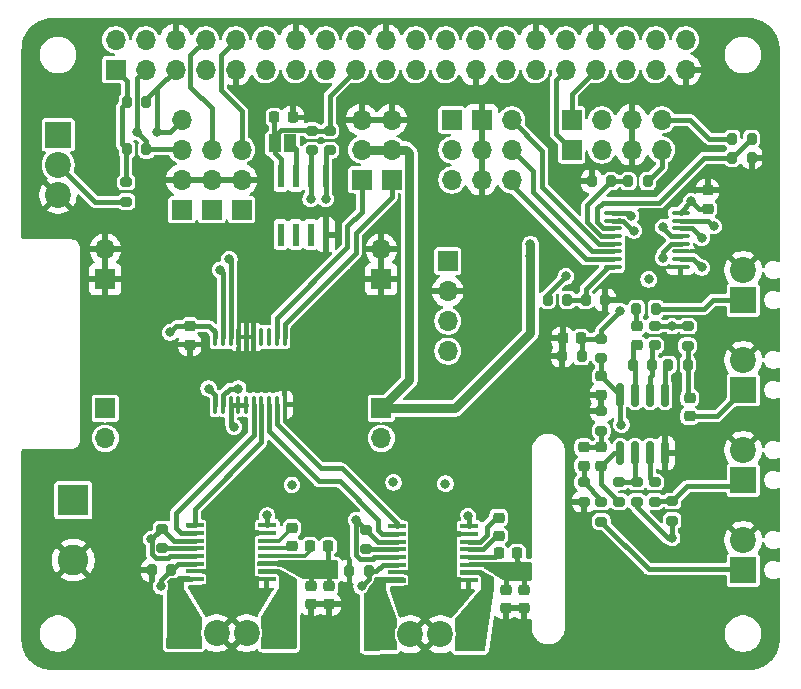
<source format=gtl>
%TF.GenerationSoftware,KiCad,Pcbnew,9.0.0*%
%TF.CreationDate,2025-04-25T21:38:15-04:00*%
%TF.ProjectId,OSTR_hat,4f535452-5f68-4617-942e-6b696361645f,2b*%
%TF.SameCoordinates,Original*%
%TF.FileFunction,Copper,L1,Top*%
%TF.FilePolarity,Positive*%
%FSLAX46Y46*%
G04 Gerber Fmt 4.6, Leading zero omitted, Abs format (unit mm)*
G04 Created by KiCad (PCBNEW 9.0.0) date 2025-04-25 21:38:15*
%MOMM*%
%LPD*%
G01*
G04 APERTURE LIST*
G04 Aperture macros list*
%AMRoundRect*
0 Rectangle with rounded corners*
0 $1 Rounding radius*
0 $2 $3 $4 $5 $6 $7 $8 $9 X,Y pos of 4 corners*
0 Add a 4 corners polygon primitive as box body*
4,1,4,$2,$3,$4,$5,$6,$7,$8,$9,$2,$3,0*
0 Add four circle primitives for the rounded corners*
1,1,$1+$1,$2,$3*
1,1,$1+$1,$4,$5*
1,1,$1+$1,$6,$7*
1,1,$1+$1,$8,$9*
0 Add four rect primitives between the rounded corners*
20,1,$1+$1,$2,$3,$4,$5,0*
20,1,$1+$1,$4,$5,$6,$7,0*
20,1,$1+$1,$6,$7,$8,$9,0*
20,1,$1+$1,$8,$9,$2,$3,0*%
G04 Aperture macros list end*
%TA.AperFunction,SMDPad,CuDef*%
%ADD10RoundRect,0.200000X-0.200000X-0.275000X0.200000X-0.275000X0.200000X0.275000X-0.200000X0.275000X0*%
%TD*%
%TA.AperFunction,ComponentPad*%
%ADD11R,1.700000X1.700000*%
%TD*%
%TA.AperFunction,ComponentPad*%
%ADD12O,1.700000X1.700000*%
%TD*%
%TA.AperFunction,ComponentPad*%
%ADD13R,2.200000X2.200000*%
%TD*%
%TA.AperFunction,ComponentPad*%
%ADD14C,2.200000*%
%TD*%
%TA.AperFunction,SMDPad,CuDef*%
%ADD15RoundRect,0.225000X0.225000X0.250000X-0.225000X0.250000X-0.225000X-0.250000X0.225000X-0.250000X0*%
%TD*%
%TA.AperFunction,SMDPad,CuDef*%
%ADD16RoundRect,0.200000X-0.275000X0.200000X-0.275000X-0.200000X0.275000X-0.200000X0.275000X0.200000X0*%
%TD*%
%TA.AperFunction,SMDPad,CuDef*%
%ADD17RoundRect,0.200000X0.275000X-0.200000X0.275000X0.200000X-0.275000X0.200000X-0.275000X-0.200000X0*%
%TD*%
%TA.AperFunction,SMDPad,CuDef*%
%ADD18RoundRect,0.225000X-0.250000X0.225000X-0.250000X-0.225000X0.250000X-0.225000X0.250000X0.225000X0*%
%TD*%
%TA.AperFunction,SMDPad,CuDef*%
%ADD19RoundRect,0.225000X0.250000X-0.225000X0.250000X0.225000X-0.250000X0.225000X-0.250000X-0.225000X0*%
%TD*%
%TA.AperFunction,SMDPad,CuDef*%
%ADD20RoundRect,0.225000X-0.225000X-0.250000X0.225000X-0.250000X0.225000X0.250000X-0.225000X0.250000X0*%
%TD*%
%TA.AperFunction,SMDPad,CuDef*%
%ADD21RoundRect,0.100000X0.100000X-0.637500X0.100000X0.637500X-0.100000X0.637500X-0.100000X-0.637500X0*%
%TD*%
%TA.AperFunction,SMDPad,CuDef*%
%ADD22R,1.000000X1.500000*%
%TD*%
%TA.AperFunction,SMDPad,CuDef*%
%ADD23RoundRect,0.200000X0.200000X0.275000X-0.200000X0.275000X-0.200000X-0.275000X0.200000X-0.275000X0*%
%TD*%
%TA.AperFunction,SMDPad,CuDef*%
%ADD24RoundRect,0.100000X-0.637500X-0.100000X0.637500X-0.100000X0.637500X0.100000X-0.637500X0.100000X0*%
%TD*%
%TA.AperFunction,SMDPad,CuDef*%
%ADD25R,1.599999X0.449999*%
%TD*%
%TA.AperFunction,ComponentPad*%
%ADD26C,0.499999*%
%TD*%
%TA.AperFunction,SMDPad,CuDef*%
%ADD27R,3.400001X5.000000*%
%TD*%
%TA.AperFunction,ComponentPad*%
%ADD28R,2.600000X2.600000*%
%TD*%
%TA.AperFunction,ComponentPad*%
%ADD29C,2.600000*%
%TD*%
%TA.AperFunction,SMDPad,CuDef*%
%ADD30R,0.558800X1.981200*%
%TD*%
%TA.AperFunction,SMDPad,CuDef*%
%ADD31RoundRect,0.150000X0.150000X-0.825000X0.150000X0.825000X-0.150000X0.825000X-0.150000X-0.825000X0*%
%TD*%
%TA.AperFunction,ViaPad*%
%ADD32C,0.800000*%
%TD*%
%TA.AperFunction,Conductor*%
%ADD33C,0.400000*%
%TD*%
%TA.AperFunction,Conductor*%
%ADD34C,0.800000*%
%TD*%
%TA.AperFunction,Conductor*%
%ADD35C,0.300000*%
%TD*%
G04 APERTURE END LIST*
D10*
X124325000Y-110475000D03*
X125975000Y-110475000D03*
D11*
X107018000Y-108725000D03*
D12*
X107018000Y-106185000D03*
D13*
X79650000Y-96505000D03*
D14*
X79650000Y-99045000D03*
X79650000Y-101585000D03*
D15*
X118525000Y-131925000D03*
X116975000Y-131925000D03*
D16*
X131650000Y-127500000D03*
X131650000Y-129150000D03*
D10*
X85485000Y-97725000D03*
X87135000Y-97725000D03*
D11*
X107018000Y-119647000D03*
D12*
X107018000Y-122187000D03*
D13*
X106935000Y-138771893D03*
D14*
X109475000Y-138771893D03*
X112015000Y-138771893D03*
X114555000Y-138771893D03*
D13*
X137650000Y-110480000D03*
D14*
X137650000Y-107940000D03*
D17*
X127150000Y-127550000D03*
X127150000Y-125900000D03*
D18*
X90820000Y-112700000D03*
X90820000Y-114250000D03*
D19*
X128650000Y-114250000D03*
X128650000Y-112700000D03*
D13*
X137650000Y-125720000D03*
D14*
X137650000Y-123180000D03*
D10*
X136725000Y-98425000D03*
X138375000Y-98425000D03*
D11*
X95200000Y-102840000D03*
D12*
X95200000Y-100300000D03*
X95200000Y-97760000D03*
D11*
X90120000Y-102845000D03*
D12*
X90120000Y-100305000D03*
X90120000Y-97765000D03*
X90120000Y-95225000D03*
D11*
X123140000Y-97775000D03*
D12*
X125680000Y-97775000D03*
X128220000Y-97775000D03*
X130760000Y-97775000D03*
D11*
X83650000Y-119647000D03*
D12*
X83650000Y-122187000D03*
D20*
X97975000Y-95025000D03*
X99525000Y-95025000D03*
D16*
X105750000Y-129950000D03*
X105750000Y-131600000D03*
D21*
X92975000Y-119337500D03*
X93625000Y-119337500D03*
X94275000Y-119337500D03*
X94925000Y-119337500D03*
X95575000Y-119337500D03*
X96225000Y-119337500D03*
X96875000Y-119337500D03*
X97525000Y-119337500D03*
X98175000Y-119337500D03*
X98825000Y-119337500D03*
X98825000Y-113612500D03*
X98175000Y-113612500D03*
X97525000Y-113612500D03*
X96875000Y-113612500D03*
X96225000Y-113612500D03*
X95575000Y-113612500D03*
X94925000Y-113612500D03*
X94275000Y-113612500D03*
X93625000Y-113612500D03*
X92975000Y-113612500D03*
D19*
X116950000Y-130450000D03*
X116950000Y-128900000D03*
D13*
X90535000Y-138679000D03*
D14*
X93075000Y-138679000D03*
X95615000Y-138679000D03*
X98155000Y-138679000D03*
D16*
X88450000Y-129850000D03*
X88450000Y-131500000D03*
X85421000Y-100506000D03*
X85421000Y-102156000D03*
D13*
X137650000Y-118095000D03*
D14*
X137650000Y-115555000D03*
D18*
X125650000Y-116950000D03*
X125650000Y-118500000D03*
X102600000Y-134700000D03*
X102600000Y-136250000D03*
D19*
X99455002Y-131304001D03*
X99455002Y-129754001D03*
D11*
X107900000Y-100300000D03*
D12*
X107900000Y-97760000D03*
X107900000Y-95220000D03*
D17*
X130150000Y-114300000D03*
X130150000Y-112650000D03*
D16*
X101150000Y-96150000D03*
X101150000Y-97800000D03*
D11*
X115520000Y-95235000D03*
D12*
X118060000Y-95235000D03*
X115520000Y-97775000D03*
X118060000Y-97775000D03*
X115520000Y-100315000D03*
X118060000Y-100315000D03*
D22*
X99300000Y-97225000D03*
X98000000Y-97225000D03*
D23*
X132975000Y-115975000D03*
X131325000Y-115975000D03*
D17*
X125650000Y-115395000D03*
X125650000Y-113745000D03*
D10*
X85485000Y-93725000D03*
X87135000Y-93725000D03*
D13*
X137650000Y-133340000D03*
D14*
X137650000Y-130800000D03*
D24*
X126627500Y-103120000D03*
X126627500Y-103770000D03*
X126627500Y-104420000D03*
X126627500Y-105070000D03*
X126627500Y-105720000D03*
X126627500Y-106370000D03*
X126627500Y-107020000D03*
X126627500Y-107670000D03*
X132352500Y-107670000D03*
X132352500Y-107020000D03*
X132352500Y-106370000D03*
X132352500Y-105720000D03*
X132352500Y-105070000D03*
X132352500Y-104420000D03*
X132352500Y-103770000D03*
X132352500Y-103120000D03*
D19*
X133120000Y-120310000D03*
X133120000Y-118760000D03*
D25*
X91215001Y-129551000D03*
X91215001Y-130201001D03*
X91215001Y-130851000D03*
X91215001Y-131501001D03*
X91215001Y-132151000D03*
X91215001Y-132801001D03*
X91215001Y-133451000D03*
X91215001Y-134101001D03*
X97315002Y-134101001D03*
X97315002Y-133451000D03*
X97315002Y-132801001D03*
X97315002Y-132151000D03*
X97315002Y-131501001D03*
X97315002Y-130851000D03*
X97315002Y-130201001D03*
X97315002Y-129551000D03*
D26*
X92915000Y-129925998D03*
X92915000Y-130875998D03*
X92915000Y-131825999D03*
X92915000Y-132776000D03*
X92915000Y-133726000D03*
X94265000Y-129925998D03*
X94265000Y-130875998D03*
X94265000Y-131825999D03*
X94265000Y-132776000D03*
X94265000Y-133726000D03*
D27*
X94290400Y-131825999D03*
D26*
X95615000Y-129925998D03*
X95615000Y-130875998D03*
X95615000Y-131825999D03*
X95615000Y-132776000D03*
X95615000Y-133726000D03*
D18*
X117550000Y-135000000D03*
X117550000Y-136550000D03*
D17*
X125650000Y-121550000D03*
X125650000Y-119900000D03*
D10*
X128625000Y-111225000D03*
X130275000Y-111225000D03*
D11*
X112650000Y-107185000D03*
D12*
X112650000Y-109725000D03*
X112650000Y-112265000D03*
X112650000Y-114805000D03*
D19*
X125650000Y-124500000D03*
X125650000Y-122950000D03*
D11*
X112985000Y-95235000D03*
D12*
X112985000Y-97775000D03*
X112985000Y-100315000D03*
D28*
X80945000Y-127430000D03*
D29*
X80945000Y-132510000D03*
D17*
X130150000Y-127550000D03*
X130150000Y-125900000D03*
D23*
X126475000Y-100425000D03*
X124825000Y-100425000D03*
D19*
X134650000Y-102750000D03*
X134650000Y-101200000D03*
D10*
X136725000Y-96825000D03*
X138375000Y-96825000D03*
D15*
X102525000Y-131325000D03*
X100975000Y-131325000D03*
D16*
X128650000Y-125900000D03*
X128650000Y-127550000D03*
X102650000Y-96150000D03*
X102650000Y-97800000D03*
D11*
X83650000Y-108725000D03*
D12*
X83650000Y-106185000D03*
D17*
X132950000Y-114350000D03*
X132950000Y-112700000D03*
D30*
X98495000Y-104938800D03*
X99765000Y-104938800D03*
X101035000Y-104938800D03*
X102305000Y-104938800D03*
X102305000Y-100011200D03*
X101035000Y-100011200D03*
X99765000Y-100011200D03*
X98495000Y-100011200D03*
D10*
X121120000Y-110475000D03*
X122770000Y-110475000D03*
D11*
X123140000Y-95235000D03*
D12*
X125680000Y-95235000D03*
X128220000Y-95235000D03*
X130760000Y-95235000D03*
D11*
X92660000Y-102840000D03*
D12*
X92660000Y-100300000D03*
X92660000Y-97760000D03*
D25*
X108308335Y-129644893D03*
X108308335Y-130294894D03*
X108308335Y-130944893D03*
X108308335Y-131594894D03*
X108308335Y-132244893D03*
X108308335Y-132894894D03*
X108308335Y-133544893D03*
X108308335Y-134194894D03*
X114408336Y-134194894D03*
X114408336Y-133544893D03*
X114408336Y-132894894D03*
X114408336Y-132244893D03*
X114408336Y-131594894D03*
X114408336Y-130944893D03*
X114408336Y-130294894D03*
X114408336Y-129644893D03*
D26*
X110008334Y-130019891D03*
X110008334Y-130969891D03*
X110008334Y-131919892D03*
X110008334Y-132869893D03*
X110008334Y-133819893D03*
X111358334Y-130019891D03*
X111358334Y-130969891D03*
X111358334Y-131919892D03*
X111358334Y-132869893D03*
X111358334Y-133819893D03*
D27*
X111383734Y-131919892D03*
D26*
X112708334Y-130019891D03*
X112708334Y-130969891D03*
X112708334Y-131919892D03*
X112708334Y-132869893D03*
X112708334Y-133819893D03*
D11*
X105355000Y-100300000D03*
D12*
X105355000Y-97760000D03*
X105355000Y-95220000D03*
D23*
X123975000Y-115225000D03*
X122325000Y-115225000D03*
D15*
X123925000Y-113725000D03*
X122375000Y-113725000D03*
D18*
X124150000Y-122950000D03*
X124150000Y-124500000D03*
D10*
X127925000Y-100425000D03*
X129575000Y-100425000D03*
D18*
X101100000Y-134700000D03*
X101100000Y-136250000D03*
D23*
X89225000Y-133375000D03*
X87575000Y-133375000D03*
X105975000Y-133425000D03*
X104325000Y-133425000D03*
D10*
X128325000Y-115975000D03*
X129975000Y-115975000D03*
D18*
X119100000Y-135000000D03*
X119100000Y-136550000D03*
D16*
X124150000Y-125900000D03*
X124150000Y-127550000D03*
X125650000Y-127600000D03*
X125650000Y-129250000D03*
D31*
X127245000Y-123450000D03*
X128515000Y-123450000D03*
X129785000Y-123450000D03*
X131055000Y-123450000D03*
X131055000Y-118500000D03*
X129785000Y-118500000D03*
X128515000Y-118500000D03*
X127245000Y-118500000D03*
D11*
X84520000Y-90995000D03*
D12*
X84520000Y-88455000D03*
X87060000Y-90995000D03*
X87060000Y-88455000D03*
X89600000Y-90995000D03*
X89600000Y-88455000D03*
X92140000Y-90995000D03*
X92140000Y-88455000D03*
X94680000Y-90995000D03*
X94680000Y-88455000D03*
X97220000Y-90995000D03*
X97220000Y-88455000D03*
X99760000Y-90995000D03*
X99760000Y-88455000D03*
X102300000Y-90995000D03*
X102300000Y-88455000D03*
X104840000Y-90995000D03*
X104840000Y-88455000D03*
X107380000Y-90995000D03*
X107380000Y-88455000D03*
X109920000Y-90995000D03*
X109920000Y-88455000D03*
X112460000Y-90995000D03*
X112460000Y-88455000D03*
X115000000Y-90995000D03*
X115000000Y-88455000D03*
X117540000Y-90995000D03*
X117540000Y-88455000D03*
X120080000Y-90995000D03*
X120080000Y-88455000D03*
X122620000Y-90995000D03*
X122620000Y-88455000D03*
X125160000Y-90995000D03*
X125160000Y-88455000D03*
X127700000Y-90995000D03*
X127700000Y-88455000D03*
X130240000Y-90995000D03*
X130240000Y-88455000D03*
X132780000Y-90995000D03*
X132780000Y-88455000D03*
D32*
X99850000Y-121225000D03*
X114350000Y-126025000D03*
X132950000Y-124715000D03*
X124150000Y-129325000D03*
X97350000Y-126125000D03*
X89150000Y-114825000D03*
X116150000Y-113625000D03*
X118350000Y-138225000D03*
X123750000Y-116825000D03*
X101850000Y-138225000D03*
X92400000Y-116675000D03*
X132400000Y-109225000D03*
X121650000Y-100225000D03*
X111550000Y-117725000D03*
X116850000Y-106125000D03*
X93350000Y-107925000D03*
X86335000Y-96225000D03*
X135150000Y-104225006D03*
X94150000Y-107025000D03*
X88050000Y-96225002D03*
X134150000Y-105225000D03*
X102305000Y-101925006D03*
X101035000Y-101924990D03*
X119650000Y-105725000D03*
X119650000Y-106725000D03*
X128168186Y-103338186D03*
X88400000Y-134725000D03*
X105350006Y-134725000D03*
X128409010Y-104597362D03*
X130900000Y-106895000D03*
X130900000Y-104310000D03*
X92400000Y-117974988D03*
X94900000Y-117975012D03*
X133250000Y-102125000D03*
X104874992Y-129100000D03*
X99450000Y-126125000D03*
X94550000Y-121225000D03*
X89150000Y-113225000D03*
X108050000Y-125925000D03*
X134150000Y-107725000D03*
X87550000Y-130725000D03*
X129650000Y-108725000D03*
X112450000Y-126025000D03*
X117900000Y-133225000D03*
X116650000Y-133225000D03*
X102400000Y-133225000D03*
X127350000Y-121025000D03*
X119150000Y-133225000D03*
X99900000Y-133225000D03*
X101149992Y-133225000D03*
X122650000Y-108475000D03*
X97350000Y-128725000D03*
X114351334Y-128771893D03*
X131650000Y-130625000D03*
X127250004Y-111425000D03*
X131650000Y-112700000D03*
D33*
X86335000Y-91720000D02*
X86335000Y-96225000D01*
X87135000Y-97725000D02*
X87135000Y-97025000D01*
X90080000Y-97725000D02*
X90120000Y-97765000D01*
X132352500Y-103770000D02*
X134694994Y-103770000D01*
X134694994Y-103770000D02*
X135150000Y-104225006D01*
X93625000Y-108200000D02*
X93350000Y-107925000D01*
X90110000Y-97775000D02*
X90120000Y-97765000D01*
X93625000Y-113612500D02*
X93625000Y-108200000D01*
X87135000Y-97025000D02*
X86335000Y-96225000D01*
X87135000Y-97725000D02*
X90080000Y-97725000D01*
X87060000Y-90995000D02*
X86335000Y-91720000D01*
X87135000Y-93725000D02*
X87135000Y-93460000D01*
X89119998Y-96225002D02*
X88050000Y-96225002D01*
X94275000Y-107150000D02*
X94150000Y-107025000D01*
X133345000Y-104420000D02*
X134150000Y-105225000D01*
X89600000Y-90995000D02*
X88050000Y-92545000D01*
X88050000Y-92545000D02*
X88050000Y-96225002D01*
X87135000Y-93460000D02*
X88050000Y-92545000D01*
X132352500Y-104420000D02*
X133345000Y-104420000D01*
X94275000Y-113612500D02*
X94275000Y-107150000D01*
X90120000Y-95225000D02*
X89119998Y-96225002D01*
X88050000Y-95695000D02*
X88050000Y-96225002D01*
X82761000Y-102156000D02*
X79650000Y-99045000D01*
X85421000Y-102156000D02*
X82761000Y-102156000D01*
X92660000Y-97760000D02*
X92660000Y-94235000D01*
X90850000Y-92425000D02*
X90850000Y-89745000D01*
X92660000Y-94235000D02*
X90850000Y-92425000D01*
X90850000Y-89745000D02*
X92140000Y-88455000D01*
X93450000Y-92699000D02*
X93450000Y-91532767D01*
X95200000Y-94449000D02*
X93450000Y-92699000D01*
X93430000Y-89705000D02*
X94680000Y-88455000D01*
X95200000Y-97760000D02*
X95200000Y-94449000D01*
X93450000Y-91532767D02*
X93430000Y-91512767D01*
X93430000Y-91512767D02*
X93430000Y-89705000D01*
X102305000Y-100011200D02*
X102305000Y-98145000D01*
X102305000Y-98145000D02*
X102650000Y-97800000D01*
X102305000Y-100011200D02*
X102305000Y-101925006D01*
X101035000Y-100011200D02*
X101035000Y-101924990D01*
X101035000Y-100011200D02*
X101035000Y-97915000D01*
X101035000Y-97915000D02*
X101150000Y-97800000D01*
X121770000Y-96405000D02*
X121770000Y-91845000D01*
X121770000Y-91845000D02*
X122620000Y-90995000D01*
X123140000Y-97775000D02*
X121770000Y-96405000D01*
X123140000Y-95235000D02*
X123140000Y-93015000D01*
X123140000Y-93015000D02*
X125160000Y-90995000D01*
D34*
X109400000Y-117265000D02*
X107018000Y-119647000D01*
X109102081Y-97760000D02*
X109400000Y-98057919D01*
X107900000Y-97760000D02*
X109102081Y-97760000D01*
X119650000Y-113275000D02*
X119650000Y-105725000D01*
X113278000Y-119647000D02*
X119650000Y-113275000D01*
X109400000Y-98057919D02*
X109400000Y-117265000D01*
X105355000Y-97760000D02*
X107900000Y-97760000D01*
X107018000Y-119647000D02*
X113278000Y-119647000D01*
D33*
X88400000Y-134725000D02*
X88400000Y-134200000D01*
X127950000Y-103120000D02*
X128168186Y-103338186D01*
X89798999Y-132801001D02*
X91215001Y-132801001D01*
X126627500Y-103120000D02*
X127950000Y-103120000D01*
X89225000Y-133375000D02*
X89798999Y-132801001D01*
X88400000Y-134200000D02*
X89225000Y-133375000D01*
X127105000Y-103770000D02*
X127150000Y-103725000D01*
X105975000Y-133425000D02*
X106603230Y-133425000D01*
X126627500Y-103770000D02*
X127468629Y-103770000D01*
X105975000Y-134100006D02*
X105350006Y-134725000D01*
X126627500Y-103770000D02*
X127105000Y-103770000D01*
X107133336Y-132894894D02*
X108308335Y-132894894D01*
X128295991Y-104597362D02*
X128409010Y-104597362D01*
X106603230Y-133425000D02*
X107133336Y-132894894D01*
X127468629Y-103770000D02*
X128295991Y-104597362D01*
X105975000Y-133425000D02*
X105975000Y-134100006D01*
X125250000Y-102725000D02*
X125250000Y-103839878D01*
X138325000Y-96825000D02*
X136725000Y-98425000D01*
X136725000Y-98425000D02*
X134350000Y-98425000D01*
X125750000Y-102225000D02*
X125250000Y-102725000D01*
X125830122Y-104420000D02*
X126627500Y-104420000D01*
X134350000Y-98425000D02*
X130550000Y-102225000D01*
X138375000Y-96825000D02*
X138325000Y-96825000D01*
X125250000Y-103839878D02*
X125830122Y-104420000D01*
X130550000Y-102225000D02*
X125750000Y-102225000D01*
X126475000Y-100425000D02*
X124450000Y-102450000D01*
X127925000Y-100425000D02*
X126475000Y-100425000D01*
X125631594Y-105070000D02*
X126627500Y-105070000D01*
X124450000Y-102450000D02*
X124450000Y-103888406D01*
X124450000Y-103888406D02*
X125631594Y-105070000D01*
X125433066Y-105720000D02*
X120650000Y-100936934D01*
X120650000Y-100936934D02*
X120650000Y-97825000D01*
X120650000Y-97825000D02*
X118060000Y-95235000D01*
X126627500Y-105720000D02*
X125433066Y-105720000D01*
X126627500Y-106370000D02*
X124895000Y-106370000D01*
X119850000Y-101325000D02*
X119850000Y-99565000D01*
X119850000Y-99565000D02*
X118060000Y-97775000D01*
X124895000Y-106370000D02*
X119850000Y-101325000D01*
X118060000Y-100735000D02*
X118060000Y-100315000D01*
X124345000Y-107020000D02*
X118060000Y-100735000D01*
X126627500Y-107020000D02*
X124345000Y-107020000D01*
X132352500Y-105720000D02*
X131555122Y-105720000D01*
X130900000Y-106375122D02*
X130900000Y-106895000D01*
X131555122Y-105720000D02*
X130900000Y-106375122D01*
X130900000Y-104414878D02*
X130900000Y-104310000D01*
X132352500Y-105070000D02*
X131555122Y-105070000D01*
X131555122Y-105070000D02*
X130900000Y-104414878D01*
X127150000Y-127550000D02*
X125650000Y-126050000D01*
X126700000Y-123450000D02*
X125650000Y-124500000D01*
X127245000Y-123450000D02*
X126700000Y-123450000D01*
X125650000Y-126050000D02*
X125650000Y-124500000D01*
X128650000Y-125900000D02*
X127150000Y-125900000D01*
X128515000Y-125765000D02*
X128650000Y-125900000D01*
X128515000Y-123450000D02*
X128515000Y-125765000D01*
X129785000Y-125535000D02*
X130150000Y-125900000D01*
X129785000Y-123450000D02*
X129785000Y-125535000D01*
X131055000Y-118500000D02*
X131055000Y-116245000D01*
X131055000Y-116245000D02*
X131325000Y-115975000D01*
X129975000Y-115975000D02*
X129975000Y-114475000D01*
X129975000Y-114475000D02*
X130150000Y-114300000D01*
X129975000Y-115975000D02*
X129975000Y-116800000D01*
X129975000Y-116800000D02*
X129750000Y-117025000D01*
X129750000Y-118465000D02*
X129785000Y-118500000D01*
X129750000Y-117025000D02*
X129750000Y-118465000D01*
X128515000Y-116165000D02*
X128325000Y-115975000D01*
X128515000Y-118500000D02*
X128515000Y-116165000D01*
X128325000Y-115975000D02*
X128325000Y-114575000D01*
X128325000Y-114575000D02*
X128650000Y-114250000D01*
X92975000Y-119337500D02*
X92975000Y-118549988D01*
X92975000Y-118549988D02*
X92400000Y-117974988D01*
X94190110Y-117975012D02*
X94900000Y-117975012D01*
X93625000Y-119337500D02*
X93625000Y-118540122D01*
X93625000Y-118540122D02*
X94190110Y-117975012D01*
X96225000Y-121900000D02*
X89650000Y-128475000D01*
X89650000Y-128475000D02*
X89650000Y-129810997D01*
X96225000Y-119337500D02*
X96225000Y-121900000D01*
X91190001Y-130226001D02*
X91215001Y-130201001D01*
X89650000Y-129810997D02*
X90065004Y-130226001D01*
X90065004Y-130226001D02*
X91190001Y-130226001D01*
X96875000Y-119337500D02*
X96875000Y-122500000D01*
X91215001Y-128159999D02*
X91215001Y-129551000D01*
X96875000Y-122500000D02*
X91215001Y-128159999D01*
X91215001Y-129551000D02*
X90640001Y-129551000D01*
X101750000Y-125825000D02*
X103500000Y-125825000D01*
X107108336Y-130294894D02*
X108308335Y-130294894D01*
X97525000Y-121600000D02*
X101750000Y-125825000D01*
X97525000Y-119337500D02*
X97525000Y-121600000D01*
X103500000Y-125825000D02*
X106750000Y-129075000D01*
X106750000Y-129936558D02*
X107108336Y-130294894D01*
X106750000Y-129075000D02*
X106750000Y-129936558D01*
X108308335Y-129383335D02*
X108308335Y-129644893D01*
X101950000Y-124725000D02*
X103650000Y-124725000D01*
X103650000Y-124725000D02*
X108308335Y-129383335D01*
X98175000Y-120950000D02*
X101950000Y-124725000D01*
X98175000Y-119337500D02*
X98175000Y-120950000D01*
X104850000Y-104825000D02*
X107900000Y-101775000D01*
X104850000Y-106525000D02*
X104850000Y-104825000D01*
X107900000Y-101775000D02*
X107900000Y-100300000D01*
X98825000Y-113612500D02*
X98825000Y-112550000D01*
X98825000Y-112550000D02*
X104850000Y-106525000D01*
X104150000Y-106025000D02*
X104150000Y-104225000D01*
X104150000Y-104225000D02*
X105355000Y-103020000D01*
X98175000Y-112000000D02*
X104150000Y-106025000D01*
X105355000Y-103020000D02*
X105355000Y-100300000D01*
X98175000Y-113612500D02*
X98175000Y-112000000D01*
X88979070Y-132300000D02*
X87920930Y-132300000D01*
X98495000Y-98570000D02*
X98000000Y-98075000D01*
X92975000Y-113612500D02*
X92975000Y-113227500D01*
X133445000Y-107020000D02*
X134150000Y-107725000D01*
X101150000Y-96150000D02*
X101075000Y-96075000D01*
X92975000Y-113227500D02*
X92447500Y-112700000D01*
X87575000Y-130725000D02*
X87550000Y-130725000D01*
X105220930Y-132400000D02*
X104874992Y-132054062D01*
X85050000Y-97290000D02*
X85050000Y-94160000D01*
X85485000Y-91960000D02*
X84520000Y-90995000D01*
X101400000Y-96150000D02*
X101325000Y-96075000D01*
X87575000Y-131954070D02*
X87920930Y-132300000D01*
X91215001Y-130851000D02*
X89426471Y-130851000D01*
X132352500Y-107020000D02*
X133445000Y-107020000D01*
X132352500Y-103120000D02*
X132352500Y-103022500D01*
X105750000Y-129950000D02*
X105724992Y-129950000D01*
X88450000Y-129874529D02*
X88450000Y-129850000D01*
X91215001Y-132151000D02*
X89128070Y-132151000D01*
X98000000Y-98075000D02*
X98000000Y-97225000D01*
X102650000Y-96150000D02*
X102650000Y-93185000D01*
X108308335Y-132244893D02*
X106434177Y-132244893D01*
X105724992Y-129950000D02*
X104874992Y-129100000D01*
X87550000Y-130725000D02*
X87550000Y-130750000D01*
X89128070Y-132151000D02*
X88979070Y-132300000D01*
X85421000Y-100506000D02*
X85421000Y-97789000D01*
X85485000Y-93725000D02*
X85485000Y-91960000D01*
X97975000Y-97200000D02*
X98000000Y-97225000D01*
X106744893Y-130944893D02*
X105750000Y-129950000D01*
X102650000Y-93185000D02*
X104840000Y-90995000D01*
X94925000Y-119337500D02*
X95575000Y-119337500D01*
X90820000Y-112700000D02*
X89675000Y-112700000D01*
X94275000Y-119337500D02*
X94275000Y-120950000D01*
X134650000Y-102750000D02*
X133875000Y-102750000D01*
X106279070Y-132400000D02*
X105220930Y-132400000D01*
X89675000Y-112700000D02*
X89150000Y-113225000D01*
X89426471Y-130851000D02*
X88450000Y-129874529D01*
X104874992Y-132054062D02*
X104874992Y-129100000D01*
X98495000Y-100011200D02*
X98495000Y-98570000D01*
X106434177Y-132244893D02*
X106279070Y-132400000D01*
X87550000Y-130750000D02*
X88450000Y-129850000D01*
X97975000Y-95025000D02*
X97975000Y-97200000D01*
X94275000Y-120950000D02*
X94550000Y-121225000D01*
X98000000Y-96625000D02*
X98000000Y-97225000D01*
X87575000Y-130725000D02*
X87575000Y-130725000D01*
X98550000Y-96075000D02*
X98000000Y-96625000D01*
X133875000Y-102750000D02*
X133250000Y-102125000D01*
X87575000Y-130725000D02*
X87575000Y-131954070D01*
X85485000Y-97725000D02*
X85050000Y-97290000D01*
X94275000Y-119337500D02*
X94925000Y-119337500D01*
X108308335Y-130944893D02*
X106744893Y-130944893D01*
X101075000Y-96075000D02*
X98550000Y-96075000D01*
X85050000Y-94160000D02*
X85485000Y-93725000D01*
X85421000Y-97789000D02*
X85485000Y-97725000D01*
X102650000Y-96150000D02*
X101150000Y-96150000D01*
X132352500Y-103022500D02*
X133250000Y-102125000D01*
X92447500Y-112700000D02*
X90820000Y-112700000D01*
X91214000Y-131500000D02*
X91215001Y-131501001D01*
X88450000Y-131500000D02*
X91214000Y-131500000D01*
X102600000Y-134700000D02*
X102600000Y-133325000D01*
X118525000Y-131925000D02*
X118525000Y-132600000D01*
X102525000Y-131325000D02*
X102525000Y-133100000D01*
X102525000Y-133250000D02*
X102600000Y-133325000D01*
X127245000Y-120920000D02*
X127350000Y-121025000D01*
X119100000Y-133275000D02*
X119150000Y-133225000D01*
X121120000Y-110000000D02*
X122645000Y-108475000D01*
X122645000Y-108475000D02*
X122650000Y-108475000D01*
X127200000Y-118500000D02*
X125650000Y-116950000D01*
X101100000Y-134700000D02*
X101100000Y-133274992D01*
X117550000Y-135000000D02*
X117550000Y-133575000D01*
X119100000Y-135000000D02*
X119100000Y-133275000D01*
X101100000Y-133274992D02*
X101149992Y-133225000D01*
X102400000Y-133225000D02*
X102525000Y-133250000D01*
X127245000Y-118500000D02*
X127245000Y-120920000D01*
X121120000Y-110475000D02*
X121120000Y-110000000D01*
X127245000Y-118500000D02*
X127200000Y-118500000D01*
X117550000Y-133575000D02*
X117900000Y-133225000D01*
X101149992Y-133275008D02*
X101149992Y-133225000D01*
X102525000Y-133100000D02*
X102400000Y-133225000D01*
X125650000Y-116950000D02*
X125650000Y-115395000D01*
X101100000Y-133325000D02*
X101149992Y-133275008D01*
X118525000Y-132600000D02*
X119150000Y-133225000D01*
D35*
X100524000Y-132151000D02*
X100975000Y-131700000D01*
X101050000Y-131300000D02*
X101050000Y-131559003D01*
X100975000Y-131700000D02*
X100975000Y-131325000D01*
X97315002Y-132151000D02*
X100524000Y-132151000D01*
X99258002Y-131501001D02*
X97315002Y-131501001D01*
X99455002Y-131304001D02*
X99258002Y-131501001D01*
X98358003Y-130851000D02*
X99455002Y-129754001D01*
X97315002Y-130851000D02*
X98358003Y-130851000D01*
D33*
X97315002Y-129551000D02*
X97315002Y-128759998D01*
X97315002Y-128759998D02*
X97350000Y-128725000D01*
X108303229Y-131600000D02*
X108308335Y-131594894D01*
X105750000Y-131600000D02*
X108303229Y-131600000D01*
X116655107Y-132244893D02*
X114408336Y-132244893D01*
X116975000Y-131925000D02*
X116655107Y-132244893D01*
X116733109Y-130450000D02*
X116950000Y-130450000D01*
X114408336Y-131594894D02*
X115588215Y-131594894D01*
X115588215Y-131594894D02*
X116733109Y-130450000D01*
X116750000Y-128900000D02*
X115950000Y-129700000D01*
X115389688Y-130944893D02*
X114408336Y-130944893D01*
X115950000Y-129700000D02*
X115950000Y-130384581D01*
X115950000Y-130384581D02*
X115389688Y-130944893D01*
X114408336Y-128828895D02*
X114351334Y-128771893D01*
X114408336Y-129644893D02*
X114408336Y-128828895D01*
X124150000Y-122950000D02*
X125650000Y-122950000D01*
X125650000Y-122950000D02*
X125650000Y-121550000D01*
X125650000Y-127600000D02*
X125650000Y-127400000D01*
X124150000Y-125900000D02*
X124150000Y-124500000D01*
X125650000Y-127400000D02*
X124150000Y-125900000D01*
X128625000Y-111225000D02*
X128625000Y-112675000D01*
X128625000Y-112675000D02*
X128650000Y-112700000D01*
X125650000Y-113025004D02*
X127250004Y-111425000D01*
X128650000Y-128025000D02*
X131250000Y-130625000D01*
X131650000Y-112700000D02*
X130200000Y-112700000D01*
X130200000Y-112700000D02*
X130150000Y-112650000D01*
X123975000Y-113775000D02*
X123925000Y-113725000D01*
X128650000Y-127550000D02*
X128650000Y-128025000D01*
X125650000Y-113745000D02*
X125650000Y-113025004D01*
X131250000Y-130625000D02*
X131650000Y-130625000D01*
X123975000Y-115225000D02*
X123975000Y-113775000D01*
X125650000Y-113745000D02*
X123945000Y-113745000D01*
X131650000Y-129150000D02*
X131650000Y-130625000D01*
X123945000Y-113745000D02*
X123925000Y-113725000D01*
X132950000Y-112700000D02*
X131650000Y-112700000D01*
X132905000Y-126245000D02*
X131650000Y-127500000D01*
X130200000Y-127500000D02*
X130150000Y-127550000D01*
X131650000Y-127500000D02*
X130200000Y-127500000D01*
X137650000Y-126245000D02*
X132905000Y-126245000D01*
X135435000Y-120310000D02*
X137650000Y-118095000D01*
X133120000Y-120310000D02*
X135435000Y-120310000D01*
X129645000Y-133245000D02*
X137650000Y-133245000D01*
X125650000Y-129250000D02*
X129645000Y-133245000D01*
X130275000Y-111225000D02*
X134350000Y-111225000D01*
X134350000Y-111225000D02*
X135095000Y-110480000D01*
X135095000Y-110480000D02*
X137650000Y-110480000D01*
X130760000Y-99240000D02*
X129575000Y-100425000D01*
X130760000Y-97775000D02*
X130760000Y-99240000D01*
X134750000Y-96825000D02*
X133160000Y-95235000D01*
X136725000Y-96825000D02*
X134750000Y-96825000D01*
X133160000Y-95235000D02*
X130760000Y-95235000D01*
X99765000Y-100011200D02*
X99765000Y-97690000D01*
X99765000Y-97690000D02*
X99300000Y-97225000D01*
X126205000Y-107670000D02*
X124325000Y-109550000D01*
X122770000Y-110475000D02*
X124325000Y-110475000D01*
X124325000Y-109550000D02*
X124325000Y-110475000D01*
X126627500Y-107670000D02*
X126205000Y-107670000D01*
X132950000Y-114350000D02*
X132950000Y-115950000D01*
X132950000Y-115950000D02*
X132975000Y-115975000D01*
X132975000Y-118615000D02*
X133120000Y-118760000D01*
X132975000Y-115975000D02*
X132975000Y-118615000D01*
%TA.AperFunction,Conductor*%
G36*
X91857716Y-133896291D02*
G01*
X91866043Y-133898788D01*
X91874649Y-133897551D01*
X91898999Y-133908671D01*
X91924641Y-133916361D01*
X91930296Y-133922964D01*
X91938205Y-133926576D01*
X91952678Y-133949097D01*
X91970091Y-133969428D01*
X91972269Y-133979581D01*
X91975979Y-133985354D01*
X91981002Y-134020289D01*
X91981002Y-134186516D01*
X91961317Y-134253555D01*
X91908513Y-134299310D01*
X91858527Y-134310507D01*
X90355002Y-134329001D01*
X90355002Y-134929001D01*
X90502167Y-135176343D01*
X91809566Y-137373696D01*
X91827002Y-137437100D01*
X91827002Y-138291797D01*
X91820933Y-138330115D01*
X91806523Y-138374461D01*
X91806523Y-138374464D01*
X91774500Y-138576648D01*
X91774500Y-138781351D01*
X91806522Y-138983530D01*
X91806522Y-138983531D01*
X91820933Y-139027883D01*
X91827002Y-139066201D01*
X91827002Y-139881001D01*
X91807317Y-139948040D01*
X91754513Y-139993795D01*
X91703002Y-140005001D01*
X88949611Y-140005001D01*
X88882572Y-139985316D01*
X88836817Y-139932512D01*
X88825612Y-139880394D01*
X88833204Y-138330115D01*
X88848648Y-135176340D01*
X88868661Y-135109401D01*
X88875926Y-135100433D01*
X88875573Y-135100162D01*
X88880514Y-135093721D01*
X88880520Y-135093716D01*
X88959577Y-134956784D01*
X89000500Y-134804057D01*
X89000500Y-134645943D01*
X88959577Y-134493216D01*
X88902320Y-134394043D01*
X88895754Y-134366978D01*
X88886024Y-134340889D01*
X88887632Y-134333497D01*
X88885848Y-134326143D01*
X88894956Y-134299825D01*
X88900876Y-134272616D01*
X88907383Y-134263923D01*
X88908701Y-134260116D01*
X88922010Y-134244381D01*
X89079576Y-134086815D01*
X89140898Y-134053333D01*
X89167255Y-134050499D01*
X89456517Y-134050499D01*
X89456518Y-134050499D01*
X89550304Y-134035646D01*
X89663342Y-133978050D01*
X89720583Y-133920808D01*
X89781902Y-133887325D01*
X89808965Y-133884494D01*
X91857716Y-133896291D01*
G37*
%TD.AperFunction*%
%TA.AperFunction,Conductor*%
G36*
X103298041Y-132548686D02*
G01*
X103343796Y-132601490D01*
X103355002Y-132653001D01*
X103355002Y-134005001D01*
X103335317Y-134072040D01*
X103282513Y-134117795D01*
X103231002Y-134129001D01*
X103055002Y-134129001D01*
X102655002Y-134129001D01*
X100437738Y-134129001D01*
X100376531Y-134112842D01*
X100186525Y-134005001D01*
X98555002Y-133079001D01*
X98293508Y-133079001D01*
X98226469Y-133059316D01*
X98224617Y-133058103D01*
X98193232Y-133037132D01*
X98193231Y-133037131D01*
X98134754Y-133025500D01*
X98134750Y-133025500D01*
X96644002Y-133025500D01*
X96635316Y-133022949D01*
X96626355Y-133024238D01*
X96602314Y-133013259D01*
X96576963Y-133005815D01*
X96571035Y-132998974D01*
X96562799Y-132995213D01*
X96548509Y-132972978D01*
X96531208Y-132953011D01*
X96528920Y-132942496D01*
X96525025Y-132936435D01*
X96520002Y-132901500D01*
X96520002Y-132700500D01*
X96539687Y-132633461D01*
X96592491Y-132587706D01*
X96644002Y-132576500D01*
X98134752Y-132576500D01*
X98134753Y-132576499D01*
X98154420Y-132572587D01*
X98193230Y-132564868D01*
X98193230Y-132564867D01*
X98193233Y-132564867D01*
X98215634Y-132549898D01*
X98282311Y-132529021D01*
X98284525Y-132529001D01*
X103231002Y-132529001D01*
X103298041Y-132548686D01*
G37*
%TD.AperFunction*%
%TA.AperFunction,Conductor*%
G36*
X107439813Y-133960691D02*
G01*
X107476938Y-133968075D01*
X107488586Y-133970393D01*
X107488587Y-133970393D01*
X108917641Y-133970393D01*
X108926664Y-133970722D01*
X108936058Y-133971407D01*
X108951334Y-133974894D01*
X108983848Y-133974894D01*
X108988358Y-133975223D01*
X109017016Y-133985958D01*
X109046374Y-133994579D01*
X109049423Y-133998098D01*
X109053787Y-133999733D01*
X109072097Y-134024265D01*
X109092129Y-134047383D01*
X109093271Y-134052634D01*
X109095579Y-134055726D01*
X109096355Y-134066812D01*
X109103335Y-134098894D01*
X109103335Y-134290894D01*
X109083650Y-134357933D01*
X109030846Y-134403688D01*
X108979335Y-134414894D01*
X108951327Y-134414894D01*
X108896134Y-134421113D01*
X108882251Y-134421893D01*
X107451334Y-134421893D01*
X107450000Y-135075003D01*
X108314948Y-137528992D01*
X108322000Y-137570212D01*
X108322000Y-138140415D01*
X108308485Y-138196709D01*
X108269779Y-138272673D01*
X108269779Y-138272674D01*
X108206523Y-138467354D01*
X108206523Y-138467357D01*
X108174500Y-138669541D01*
X108174500Y-138874244D01*
X108206522Y-139076427D01*
X108269783Y-139271121D01*
X108308484Y-139347074D01*
X108322000Y-139403369D01*
X108322000Y-140029193D01*
X108302315Y-140096232D01*
X108249511Y-140141987D01*
X108200212Y-140153173D01*
X105646822Y-140198736D01*
X105579442Y-140180251D01*
X105532753Y-140128272D01*
X105520611Y-140074159D01*
X105523843Y-139403369D01*
X105543240Y-135377824D01*
X105563247Y-135310885D01*
X105605236Y-135271040D01*
X105718722Y-135205520D01*
X105830526Y-135093716D01*
X105909583Y-134956784D01*
X105950506Y-134804057D01*
X105950506Y-134742255D01*
X105970191Y-134675216D01*
X105986825Y-134654574D01*
X106110168Y-134531231D01*
X106295480Y-134345919D01*
X106348207Y-134254594D01*
X106375500Y-134152733D01*
X106375500Y-134117254D01*
X106384144Y-134087813D01*
X106390668Y-134057827D01*
X106394422Y-134052811D01*
X106395185Y-134050215D01*
X106411819Y-134029573D01*
X106438807Y-134002585D01*
X106500130Y-133969100D01*
X106525370Y-133966271D01*
X107414529Y-133958315D01*
X107439813Y-133960691D01*
G37*
%TD.AperFunction*%
%TA.AperFunction,Conductor*%
G36*
X98138131Y-133242430D02*
G01*
X98168571Y-133256491D01*
X98235610Y-133276176D01*
X98293508Y-133284501D01*
X98468014Y-133284501D01*
X98529220Y-133300659D01*
X99792212Y-134017493D01*
X99840796Y-134067700D01*
X99855002Y-134125331D01*
X99855002Y-139905001D01*
X99835317Y-139972040D01*
X99782513Y-140017795D01*
X99731002Y-140029001D01*
X96979002Y-140029001D01*
X96911963Y-140009316D01*
X96866208Y-139956512D01*
X96855002Y-139905001D01*
X96855002Y-139090810D01*
X96861070Y-139052494D01*
X96883477Y-138983534D01*
X96915500Y-138781352D01*
X96915500Y-138576648D01*
X96883477Y-138374466D01*
X96861071Y-138305506D01*
X96855002Y-138267188D01*
X96855002Y-137363346D01*
X96872673Y-137299549D01*
X98355002Y-134829001D01*
X98355002Y-133829001D01*
X98340031Y-133814030D01*
X98323977Y-133809316D01*
X98287914Y-133773892D01*
X98259554Y-133731448D01*
X98193232Y-133687133D01*
X98193231Y-133687132D01*
X98134754Y-133675501D01*
X98134750Y-133675501D01*
X96679002Y-133675501D01*
X96670316Y-133672950D01*
X96661355Y-133674239D01*
X96637314Y-133663260D01*
X96611963Y-133655816D01*
X96606035Y-133648975D01*
X96597799Y-133645214D01*
X96583509Y-133622979D01*
X96566208Y-133603012D01*
X96563920Y-133592497D01*
X96560025Y-133586436D01*
X96555002Y-133551501D01*
X96555002Y-133355000D01*
X96574687Y-133287961D01*
X96627491Y-133242206D01*
X96679002Y-133231000D01*
X98086131Y-133231000D01*
X98138131Y-133242430D01*
G37*
%TD.AperFunction*%
%TA.AperFunction,Conductor*%
G36*
X115418286Y-133303045D02*
G01*
X115421047Y-133304615D01*
X116232949Y-133766285D01*
X116537293Y-133939343D01*
X116585840Y-133989592D01*
X116600000Y-134047135D01*
X116600000Y-134965605D01*
X116598585Y-134984285D01*
X116005830Y-138874244D01*
X115816049Y-140119680D01*
X115786490Y-140182989D01*
X115727396Y-140220267D01*
X115693464Y-140225000D01*
X113374000Y-140225000D01*
X113306961Y-140205315D01*
X113261206Y-140152511D01*
X113250000Y-140101000D01*
X113250000Y-139199097D01*
X113256069Y-139160779D01*
X113283477Y-139076427D01*
X113315500Y-138874245D01*
X113315500Y-138669541D01*
X113283477Y-138467359D01*
X113256068Y-138383005D01*
X113250000Y-138344687D01*
X113250000Y-137571097D01*
X113269685Y-137504058D01*
X113280113Y-137490096D01*
X115449999Y-134975001D01*
X115450000Y-134975000D01*
X115450000Y-133975000D01*
X115431384Y-133956384D01*
X115402145Y-133902837D01*
X115401878Y-133902948D01*
X115400848Y-133900462D01*
X115397899Y-133895061D01*
X115397447Y-133892889D01*
X115397203Y-133891662D01*
X115352888Y-133825341D01*
X115286566Y-133781026D01*
X115286565Y-133781025D01*
X115228088Y-133769394D01*
X115228084Y-133769394D01*
X113785027Y-133769394D01*
X113757433Y-133766285D01*
X113746406Y-133763768D01*
X113685428Y-133729658D01*
X113652571Y-133667996D01*
X113650000Y-133642877D01*
X113650000Y-133444394D01*
X113669685Y-133377355D01*
X113722489Y-133331600D01*
X113774000Y-133320394D01*
X115228086Y-133320394D01*
X115228087Y-133320393D01*
X115247754Y-133316481D01*
X115286564Y-133308762D01*
X115286564Y-133308761D01*
X115286567Y-133308761D01*
X115288095Y-133307739D01*
X115291944Y-133306534D01*
X115297852Y-133304087D01*
X115298070Y-133304615D01*
X115354770Y-133286857D01*
X115418286Y-133303045D01*
G37*
%TD.AperFunction*%
%TA.AperFunction,Conductor*%
G36*
X119692539Y-132694685D02*
G01*
X119738294Y-132747489D01*
X119749500Y-132799000D01*
X119749500Y-134148065D01*
X119729815Y-134215104D01*
X119677011Y-134260859D01*
X119625671Y-134272065D01*
X117532827Y-134274954D01*
X117471449Y-134258795D01*
X116734694Y-133840636D01*
X116706723Y-133818954D01*
X116703021Y-133815122D01*
X116685085Y-133796557D01*
X116638872Y-133760704D01*
X116543769Y-133706626D01*
X115771042Y-133267231D01*
X115722496Y-133216981D01*
X115708336Y-133159439D01*
X115708336Y-133119893D01*
X115532733Y-133119893D01*
X115486361Y-133110896D01*
X115479726Y-133108220D01*
X115469034Y-133103909D01*
X115405523Y-133087723D01*
X115384522Y-133083522D01*
X115384516Y-133083521D01*
X115293355Y-133090749D01*
X115293352Y-133090749D01*
X115293351Y-133090750D01*
X115251329Y-133103911D01*
X115237261Y-133108317D01*
X115224403Y-133111599D01*
X115219830Y-133112509D01*
X115195629Y-133114894D01*
X114532336Y-133114894D01*
X114465297Y-133095209D01*
X114419542Y-133042405D01*
X114408336Y-132990894D01*
X114408336Y-132794393D01*
X114428021Y-132727354D01*
X114480825Y-132681599D01*
X114511159Y-132675000D01*
X115799254Y-132675000D01*
X119625500Y-132675000D01*
X119692539Y-132694685D01*
G37*
%TD.AperFunction*%
%TA.AperFunction,Conductor*%
G36*
X113751334Y-129207583D02*
G01*
X113747611Y-129210511D01*
X113701526Y-129219393D01*
X113588583Y-129219393D01*
X113530106Y-129231024D01*
X113530105Y-129231025D01*
X113463783Y-129275340D01*
X113419468Y-129341662D01*
X113419467Y-129341663D01*
X113407836Y-129400140D01*
X113407836Y-129889645D01*
X113419467Y-129948122D01*
X113419468Y-129948123D01*
X113463783Y-130014445D01*
X113530105Y-130058760D01*
X113530106Y-130058761D01*
X113588583Y-130070392D01*
X113588586Y-130070393D01*
X113751334Y-130070393D01*
X113751334Y-130519393D01*
X113588583Y-130519393D01*
X113530106Y-130531024D01*
X113530105Y-130531025D01*
X113463783Y-130575340D01*
X113419468Y-130641662D01*
X113419467Y-130641663D01*
X113407836Y-130700140D01*
X113407836Y-131189640D01*
X113418987Y-131245703D01*
X113418987Y-131294083D01*
X113407836Y-131350146D01*
X113407836Y-131839646D01*
X113418986Y-131895702D01*
X113418987Y-131944083D01*
X113407836Y-132000145D01*
X113407836Y-132489640D01*
X113418987Y-132545703D01*
X113418987Y-132594083D01*
X113407836Y-132650146D01*
X113407836Y-133139646D01*
X113418986Y-133195702D01*
X113418987Y-133244083D01*
X113407836Y-133300145D01*
X113407836Y-133789645D01*
X113419467Y-133848122D01*
X113419468Y-133848123D01*
X113463783Y-133914445D01*
X113530105Y-133958760D01*
X113530106Y-133958761D01*
X113588583Y-133970392D01*
X113588586Y-133970393D01*
X113751334Y-133970393D01*
X113751334Y-134971893D01*
X108951334Y-134971893D01*
X108951334Y-134620394D01*
X109128085Y-134620394D01*
X109128086Y-134620393D01*
X109142903Y-134617446D01*
X109186564Y-134608762D01*
X109186564Y-134608761D01*
X109186566Y-134608761D01*
X109252887Y-134564446D01*
X109297202Y-134498125D01*
X109297202Y-134498123D01*
X109297203Y-134498123D01*
X109308834Y-134439646D01*
X109308835Y-134439644D01*
X109308835Y-133950143D01*
X109308834Y-133950141D01*
X109297203Y-133891664D01*
X109297202Y-133891663D01*
X109252887Y-133825341D01*
X109186565Y-133781026D01*
X109186564Y-133781025D01*
X109128087Y-133769394D01*
X109128083Y-133769394D01*
X108951334Y-133769394D01*
X108951334Y-133320394D01*
X109128085Y-133320394D01*
X109128086Y-133320393D01*
X109142903Y-133317446D01*
X109186564Y-133308762D01*
X109186564Y-133308761D01*
X109186566Y-133308761D01*
X109252887Y-133264446D01*
X109297202Y-133198125D01*
X109297202Y-133198123D01*
X109297203Y-133198123D01*
X109308834Y-133139646D01*
X109308835Y-133139644D01*
X109308835Y-132650143D01*
X109308834Y-132650141D01*
X109297684Y-132594082D01*
X109297684Y-132545700D01*
X109308835Y-132489641D01*
X109308835Y-132000145D01*
X109308835Y-132000142D01*
X109297684Y-131944085D01*
X109297684Y-131895701D01*
X109308835Y-131839644D01*
X109308835Y-131350143D01*
X109308834Y-131350141D01*
X109297684Y-131294082D01*
X109297684Y-131245700D01*
X109308835Y-131189641D01*
X109308835Y-130700145D01*
X109308835Y-130700142D01*
X109297684Y-130644085D01*
X109297684Y-130595701D01*
X109308835Y-130539644D01*
X109308835Y-130050143D01*
X109308834Y-130050141D01*
X109297684Y-129994082D01*
X109297684Y-129945700D01*
X109308835Y-129889641D01*
X109308835Y-129400145D01*
X109308835Y-129400142D01*
X109308834Y-129400140D01*
X109297203Y-129341663D01*
X109297202Y-129341662D01*
X109252887Y-129275340D01*
X109186565Y-129231025D01*
X109186564Y-129231024D01*
X109128087Y-129219393D01*
X109128083Y-129219393D01*
X108951334Y-129219393D01*
X108951334Y-128871893D01*
X113751334Y-128871893D01*
X113751334Y-129207583D01*
G37*
%TD.AperFunction*%
%TA.AperFunction,Conductor*%
G36*
X114576374Y-134214579D02*
G01*
X114622129Y-134267383D01*
X114633335Y-134318894D01*
X114633335Y-134919894D01*
X114823308Y-134919894D01*
X114890347Y-134939579D01*
X114936102Y-134992383D01*
X114946046Y-135061541D01*
X114917195Y-135124895D01*
X113048809Y-137290523D01*
X113035341Y-137307291D01*
X113024921Y-137321241D01*
X113013259Y-137344572D01*
X112965676Y-137395735D01*
X112897986Y-137413050D01*
X112846050Y-137399612D01*
X112629184Y-137289112D01*
X112389669Y-137211290D01*
X112140928Y-137171893D01*
X111889072Y-137171893D01*
X111640330Y-137211290D01*
X111400815Y-137289112D01*
X111176413Y-137403452D01*
X111074301Y-137477640D01*
X111074300Y-137477641D01*
X111844765Y-138248105D01*
X111802708Y-138259375D01*
X111677292Y-138331783D01*
X111574890Y-138434185D01*
X111502482Y-138559601D01*
X111491212Y-138601658D01*
X110745001Y-137855446D01*
X110745000Y-137855446D01*
X109998787Y-138601658D01*
X109987518Y-138559601D01*
X109915110Y-138434185D01*
X109812708Y-138331783D01*
X109687292Y-138259375D01*
X109645233Y-138248105D01*
X110415698Y-137477641D01*
X110313583Y-137403450D01*
X110089184Y-137289112D01*
X109849669Y-137211290D01*
X109600928Y-137171893D01*
X109349072Y-137171893D01*
X109100330Y-137211290D01*
X108860815Y-137289112D01*
X108727153Y-137357217D01*
X108658484Y-137370113D01*
X108593743Y-137343837D01*
X108553910Y-137287952D01*
X108551741Y-137281797D01*
X107762700Y-135043170D01*
X107761949Y-135038751D01*
X107760601Y-135036644D01*
X107755649Y-135001703D01*
X107755957Y-134851138D01*
X107775779Y-134784140D01*
X107828676Y-134738493D01*
X107879957Y-134727393D01*
X108882255Y-134727393D01*
X108886283Y-134727279D01*
X108899388Y-134726912D01*
X108913271Y-134726132D01*
X108930340Y-134724692D01*
X108951334Y-134722325D01*
X108951334Y-134971893D01*
X113751334Y-134971893D01*
X113751334Y-134919894D01*
X114183337Y-134919894D01*
X114183337Y-134318894D01*
X114185887Y-134310208D01*
X114184599Y-134301247D01*
X114195577Y-134277206D01*
X114203022Y-134251855D01*
X114209862Y-134245927D01*
X114213624Y-134237691D01*
X114235858Y-134223401D01*
X114255826Y-134206100D01*
X114266340Y-134203812D01*
X114272402Y-134199917D01*
X114307337Y-134194894D01*
X114509335Y-134194894D01*
X114576374Y-134214579D01*
G37*
%TD.AperFunction*%
%TA.AperFunction,Conductor*%
G36*
X97483040Y-134120686D02*
G01*
X97528795Y-134173490D01*
X97540001Y-134225001D01*
X97540001Y-134826001D01*
X97781524Y-134826001D01*
X97848563Y-134845686D01*
X97894318Y-134898490D01*
X97904262Y-134967648D01*
X97887854Y-135013794D01*
X97369696Y-135877392D01*
X96610709Y-137142369D01*
X96576606Y-137221850D01*
X96575372Y-137221320D01*
X96537938Y-137273373D01*
X96472952Y-137299037D01*
X96405448Y-137286030D01*
X96229184Y-137196219D01*
X95989669Y-137118397D01*
X95740928Y-137079000D01*
X95489072Y-137079000D01*
X95240330Y-137118397D01*
X95000815Y-137196219D01*
X94776413Y-137310559D01*
X94674301Y-137384747D01*
X94674300Y-137384748D01*
X95444765Y-138155212D01*
X95402708Y-138166482D01*
X95277292Y-138238890D01*
X95174890Y-138341292D01*
X95102482Y-138466708D01*
X95091212Y-138508765D01*
X94345001Y-137762553D01*
X94345000Y-137762553D01*
X93598787Y-138508765D01*
X93587518Y-138466708D01*
X93515110Y-138341292D01*
X93412708Y-138238890D01*
X93287292Y-138166482D01*
X93245233Y-138155212D01*
X94015698Y-137384748D01*
X93913583Y-137310557D01*
X93689184Y-137196219D01*
X93449669Y-137118397D01*
X93200928Y-137079000D01*
X92949072Y-137079000D01*
X92700330Y-137118397D01*
X92460815Y-137196219D01*
X92252313Y-137302457D01*
X92183644Y-137315353D01*
X92118903Y-137289077D01*
X92081930Y-137240551D01*
X92072108Y-137217483D01*
X90677938Y-134874293D01*
X90673537Y-134858292D01*
X90665525Y-134845824D01*
X90660502Y-134810889D01*
X90660502Y-134753250D01*
X90680187Y-134686211D01*
X90732991Y-134640456D01*
X90782975Y-134629259D01*
X91006546Y-134626508D01*
X91008071Y-134626500D01*
X91832000Y-134626500D01*
X91832000Y-134825000D01*
X92533273Y-134825000D01*
X92542554Y-134825998D01*
X92542571Y-134825999D01*
X94040400Y-134825999D01*
X94040400Y-134825000D01*
X94540400Y-134825000D01*
X94540400Y-134825999D01*
X96038229Y-134825999D01*
X96038245Y-134825998D01*
X96047526Y-134825000D01*
X96457857Y-134825000D01*
X96467157Y-134826000D01*
X96467174Y-134826001D01*
X97090003Y-134826001D01*
X97090003Y-134225001D01*
X97092553Y-134216315D01*
X97091265Y-134207354D01*
X97102243Y-134183313D01*
X97109688Y-134157962D01*
X97116528Y-134152034D01*
X97120290Y-134143798D01*
X97142524Y-134129508D01*
X97162492Y-134112207D01*
X97173006Y-134109919D01*
X97179068Y-134106024D01*
X97214003Y-134101001D01*
X97416001Y-134101001D01*
X97483040Y-134120686D01*
G37*
%TD.AperFunction*%
%TA.AperFunction,Conductor*%
G36*
X92194075Y-100107007D02*
G01*
X92160000Y-100234174D01*
X92160000Y-100365826D01*
X92194075Y-100492993D01*
X92226988Y-100550000D01*
X91573963Y-100550000D01*
X91569996Y-100552166D01*
X91543638Y-100555000D01*
X90553012Y-100555000D01*
X90585925Y-100497993D01*
X90620000Y-100370826D01*
X90620000Y-100239174D01*
X90585925Y-100112007D01*
X90553012Y-100055000D01*
X91206037Y-100055000D01*
X91210004Y-100052834D01*
X91236362Y-100050000D01*
X92226988Y-100050000D01*
X92194075Y-100107007D01*
G37*
%TD.AperFunction*%
%TA.AperFunction,Conductor*%
G36*
X94734075Y-100107007D02*
G01*
X94700000Y-100234174D01*
X94700000Y-100365826D01*
X94734075Y-100492993D01*
X94766988Y-100550000D01*
X93093012Y-100550000D01*
X93125925Y-100492993D01*
X93160000Y-100365826D01*
X93160000Y-100234174D01*
X93125925Y-100107007D01*
X93093012Y-100050000D01*
X94766988Y-100050000D01*
X94734075Y-100107007D01*
G37*
%TD.AperFunction*%
%TA.AperFunction,Conductor*%
G36*
X115770000Y-99881988D02*
G01*
X115712993Y-99849075D01*
X115585826Y-99815000D01*
X115454174Y-99815000D01*
X115327007Y-99849075D01*
X115270000Y-99881988D01*
X115270000Y-98208012D01*
X115327007Y-98240925D01*
X115454174Y-98275000D01*
X115585826Y-98275000D01*
X115712993Y-98240925D01*
X115770000Y-98208012D01*
X115770000Y-99881988D01*
G37*
%TD.AperFunction*%
%TA.AperFunction,Conductor*%
G36*
X115770000Y-97341988D02*
G01*
X115712993Y-97309075D01*
X115585826Y-97275000D01*
X115454174Y-97275000D01*
X115327007Y-97309075D01*
X115270000Y-97341988D01*
X115270000Y-95668012D01*
X115327007Y-95700925D01*
X115454174Y-95735000D01*
X115585826Y-95735000D01*
X115712993Y-95700925D01*
X115770000Y-95668012D01*
X115770000Y-97341988D01*
G37*
%TD.AperFunction*%
%TA.AperFunction,Conductor*%
G36*
X128470000Y-97341988D02*
G01*
X128412993Y-97309075D01*
X128285826Y-97275000D01*
X128154174Y-97275000D01*
X128027007Y-97309075D01*
X127970000Y-97341988D01*
X127970000Y-95668012D01*
X128027007Y-95700925D01*
X128154174Y-95735000D01*
X128285826Y-95735000D01*
X128412993Y-95700925D01*
X128470000Y-95668012D01*
X128470000Y-97341988D01*
G37*
%TD.AperFunction*%
%TA.AperFunction,Conductor*%
G36*
X107434075Y-95027007D02*
G01*
X107400000Y-95154174D01*
X107400000Y-95285826D01*
X107434075Y-95412993D01*
X107466988Y-95470000D01*
X105788012Y-95470000D01*
X105820925Y-95412993D01*
X105855000Y-95285826D01*
X105855000Y-95154174D01*
X105820925Y-95027007D01*
X105788012Y-94970000D01*
X107466988Y-94970000D01*
X107434075Y-95027007D01*
G37*
%TD.AperFunction*%
%TA.AperFunction,Conductor*%
G36*
X83900000Y-108291988D02*
G01*
X83842993Y-108259075D01*
X83715826Y-108225000D01*
X83584174Y-108225000D01*
X83457007Y-108259075D01*
X83400000Y-108291988D01*
X83400000Y-106618012D01*
X83457007Y-106650925D01*
X83584174Y-106685000D01*
X83715826Y-106685000D01*
X83842993Y-106650925D01*
X83900000Y-106618012D01*
X83900000Y-108291988D01*
G37*
%TD.AperFunction*%
%TA.AperFunction,Conductor*%
G36*
X107268000Y-108291988D02*
G01*
X107210993Y-108259075D01*
X107083826Y-108225000D01*
X106952174Y-108225000D01*
X106825007Y-108259075D01*
X106768000Y-108291988D01*
X106768000Y-106618012D01*
X106825007Y-106650925D01*
X106952174Y-106685000D01*
X107083826Y-106685000D01*
X107210993Y-106650925D01*
X107268000Y-106618012D01*
X107268000Y-108291988D01*
G37*
%TD.AperFunction*%
%TA.AperFunction,Conductor*%
G36*
X138153471Y-86625695D02*
G01*
X138191470Y-86627828D01*
X138434106Y-86641454D01*
X138447909Y-86643010D01*
X138721584Y-86689509D01*
X138735123Y-86692599D01*
X139001874Y-86769449D01*
X139014993Y-86774040D01*
X139271445Y-86880265D01*
X139283967Y-86886294D01*
X139470623Y-86989456D01*
X139526921Y-87020571D01*
X139538695Y-87027969D01*
X139765081Y-87188598D01*
X139775953Y-87197268D01*
X139895945Y-87304500D01*
X139982931Y-87382235D01*
X139992762Y-87392066D01*
X140063306Y-87471004D01*
X140177731Y-87599046D01*
X140186401Y-87609918D01*
X140347030Y-87836304D01*
X140354428Y-87848078D01*
X140488701Y-88091025D01*
X140494734Y-88103554D01*
X140600959Y-88360006D01*
X140605552Y-88373130D01*
X140682397Y-88639865D01*
X140685491Y-88653422D01*
X140731988Y-88927082D01*
X140733545Y-88940900D01*
X140749305Y-89221527D01*
X140749500Y-89228480D01*
X140749500Y-107179239D01*
X140729815Y-107246278D01*
X140677011Y-107292033D01*
X140607853Y-107301977D01*
X140556611Y-107282343D01*
X140545497Y-107274917D01*
X140545488Y-107274912D01*
X140408917Y-107218343D01*
X140408907Y-107218340D01*
X140263920Y-107189500D01*
X140263918Y-107189500D01*
X140116082Y-107189500D01*
X140116080Y-107189500D01*
X139971092Y-107218340D01*
X139971082Y-107218343D01*
X139834511Y-107274912D01*
X139834498Y-107274919D01*
X139711584Y-107357048D01*
X139711580Y-107357051D01*
X139607051Y-107461580D01*
X139607048Y-107461584D01*
X139524919Y-107584498D01*
X139524914Y-107584508D01*
X139467995Y-107721923D01*
X139424154Y-107776326D01*
X139357860Y-107798391D01*
X139290160Y-107781112D01*
X139242550Y-107729974D01*
X139230961Y-107693868D01*
X139210602Y-107565330D01*
X139132780Y-107325815D01*
X139018442Y-107101416D01*
X138944250Y-106999301D01*
X138944250Y-106999300D01*
X138173787Y-107769764D01*
X138162518Y-107727708D01*
X138090110Y-107602292D01*
X137987708Y-107499890D01*
X137862292Y-107427482D01*
X137820232Y-107416212D01*
X138590698Y-106645748D01*
X138488583Y-106571557D01*
X138264184Y-106457219D01*
X138024669Y-106379397D01*
X137775928Y-106340000D01*
X137524072Y-106340000D01*
X137275330Y-106379397D01*
X137035815Y-106457219D01*
X136811413Y-106571559D01*
X136709301Y-106645747D01*
X136709300Y-106645748D01*
X137479765Y-107416212D01*
X137437708Y-107427482D01*
X137312292Y-107499890D01*
X137209890Y-107602292D01*
X137137482Y-107727708D01*
X137126212Y-107769765D01*
X136355748Y-106999300D01*
X136355747Y-106999301D01*
X136281559Y-107101413D01*
X136167219Y-107325815D01*
X136089397Y-107565330D01*
X136050000Y-107814071D01*
X136050000Y-108065928D01*
X136089397Y-108314669D01*
X136167219Y-108554184D01*
X136281557Y-108778583D01*
X136407822Y-108952371D01*
X136431302Y-109018178D01*
X136415477Y-109086232D01*
X136385075Y-109119384D01*
X136385360Y-109119669D01*
X136378801Y-109126227D01*
X136377586Y-109127553D01*
X136377236Y-109127792D01*
X136297794Y-109207234D01*
X136252415Y-109310006D01*
X136252415Y-109310008D01*
X136249500Y-109335131D01*
X136249500Y-109855500D01*
X136229815Y-109922539D01*
X136177011Y-109968294D01*
X136125500Y-109979500D01*
X135029107Y-109979500D01*
X134901812Y-110013608D01*
X134787686Y-110079500D01*
X134787683Y-110079502D01*
X134179005Y-110688181D01*
X134117682Y-110721666D01*
X134091324Y-110724500D01*
X130993465Y-110724500D01*
X130926426Y-110704815D01*
X130894198Y-110674811D01*
X130832546Y-110592454D01*
X130809709Y-110575358D01*
X130717335Y-110506206D01*
X130717328Y-110506202D01*
X130582486Y-110455910D01*
X130582485Y-110455909D01*
X130582483Y-110455909D01*
X130522873Y-110449500D01*
X130522863Y-110449500D01*
X130027129Y-110449500D01*
X130027123Y-110449501D01*
X129967516Y-110455908D01*
X129832671Y-110506202D01*
X129832664Y-110506206D01*
X129717455Y-110592452D01*
X129717452Y-110592455D01*
X129631206Y-110707664D01*
X129631202Y-110707671D01*
X129580910Y-110842513D01*
X129580909Y-110842517D01*
X129574500Y-110902127D01*
X129574500Y-110902134D01*
X129574500Y-110902135D01*
X129574500Y-111547870D01*
X129574501Y-111547876D01*
X129580908Y-111607483D01*
X129631202Y-111742328D01*
X129631203Y-111742330D01*
X129686674Y-111816429D01*
X129711091Y-111881893D01*
X129696240Y-111950166D01*
X129646835Y-111999572D01*
X129634476Y-112005216D01*
X129632664Y-112006206D01*
X129517455Y-112092452D01*
X129517452Y-112092455D01*
X129492859Y-112125306D01*
X129436924Y-112167175D01*
X129367232Y-112172157D01*
X129310766Y-112143271D01*
X129301949Y-112135357D01*
X129275078Y-112099922D01*
X129193827Y-112038307D01*
X129190017Y-112034887D01*
X129174232Y-112009355D01*
X129156398Y-111985220D01*
X129156053Y-111979950D01*
X129153276Y-111975457D01*
X129153801Y-111945443D01*
X129151846Y-111915499D01*
X129154406Y-111910845D01*
X129154498Y-111905598D01*
X129170382Y-111881805D01*
X129179067Y-111866020D01*
X129177231Y-111864646D01*
X129185243Y-111853943D01*
X129268796Y-111742331D01*
X129319091Y-111607483D01*
X129325500Y-111547873D01*
X129325499Y-110902128D01*
X129319091Y-110842517D01*
X129316474Y-110835501D01*
X129268797Y-110707671D01*
X129268793Y-110707664D01*
X129182547Y-110592455D01*
X129182544Y-110592452D01*
X129067335Y-110506206D01*
X129067328Y-110506202D01*
X128932486Y-110455910D01*
X128932485Y-110455909D01*
X128932483Y-110455909D01*
X128872873Y-110449500D01*
X128872863Y-110449500D01*
X128377129Y-110449500D01*
X128377123Y-110449501D01*
X128317516Y-110455908D01*
X128182671Y-110506202D01*
X128182664Y-110506206D01*
X128067455Y-110592452D01*
X128067452Y-110592455D01*
X127981206Y-110707664D01*
X127981202Y-110707671D01*
X127930908Y-110842519D01*
X127929911Y-110846737D01*
X127928241Y-110849668D01*
X127928198Y-110849785D01*
X127928179Y-110849777D01*
X127895332Y-110907451D01*
X127833419Y-110939832D01*
X127763828Y-110933600D01*
X127721555Y-110905894D01*
X127696549Y-110880888D01*
X127696545Y-110880885D01*
X127581821Y-110804228D01*
X127581808Y-110804221D01*
X127454336Y-110751421D01*
X127454326Y-110751418D01*
X127318999Y-110724500D01*
X127318997Y-110724500D01*
X127181011Y-110724500D01*
X127181009Y-110724500D01*
X127045681Y-110751418D01*
X127045676Y-110751420D01*
X127020214Y-110761966D01*
X126950744Y-110769432D01*
X126888266Y-110738155D01*
X126885084Y-110735084D01*
X126875000Y-110725000D01*
X126225000Y-110725000D01*
X126225000Y-111449999D01*
X126227980Y-111452979D01*
X126284868Y-111469684D01*
X126330623Y-111522488D01*
X126340567Y-111591646D01*
X126311542Y-111655202D01*
X126305510Y-111661680D01*
X125249502Y-112717687D01*
X125249500Y-112717690D01*
X125183608Y-112831816D01*
X125149500Y-112959112D01*
X125149500Y-113026534D01*
X125149145Y-113027741D01*
X125149476Y-113028955D01*
X125139327Y-113061178D01*
X125129815Y-113093573D01*
X125128742Y-113094787D01*
X125128487Y-113095597D01*
X125121829Y-113102608D01*
X125104858Y-113121814D01*
X125102374Y-113123882D01*
X125017454Y-113187454D01*
X125003222Y-113206464D01*
X124992038Y-113215780D01*
X124972799Y-113224115D01*
X124956015Y-113236681D01*
X124935085Y-113240457D01*
X124927927Y-113243559D01*
X124922668Y-113242697D01*
X124912680Y-113244500D01*
X124696305Y-113244500D01*
X124629266Y-113224815D01*
X124597501Y-113195425D01*
X124525078Y-113099921D01*
X124409976Y-113012636D01*
X124275588Y-112959640D01*
X124232242Y-112954435D01*
X124191144Y-112949500D01*
X123658856Y-112949500D01*
X123620841Y-112954065D01*
X123574411Y-112959640D01*
X123440023Y-113012636D01*
X123362545Y-113071390D01*
X123297233Y-113096213D01*
X123228869Y-113081785D01*
X123182082Y-113037684D01*
X123172573Y-113022268D01*
X123052732Y-112902427D01*
X123052728Y-112902424D01*
X122908492Y-112813457D01*
X122908481Y-112813452D01*
X122747606Y-112760144D01*
X122648322Y-112750000D01*
X122625000Y-112750000D01*
X122625000Y-114728638D01*
X122605315Y-114795677D01*
X122588681Y-114816319D01*
X122575000Y-114830000D01*
X122575000Y-116199999D01*
X122581581Y-116199999D01*
X122652102Y-116193591D01*
X122652107Y-116193590D01*
X122814396Y-116143018D01*
X122959877Y-116055072D01*
X123080071Y-115934878D01*
X123080074Y-115934874D01*
X123161508Y-115800166D01*
X123213035Y-115752978D01*
X123281895Y-115741139D01*
X123346224Y-115768407D01*
X123366891Y-115790003D01*
X123417455Y-115857547D01*
X123532664Y-115943793D01*
X123532671Y-115943797D01*
X123556126Y-115952545D01*
X123667517Y-115994091D01*
X123727127Y-116000500D01*
X124222872Y-116000499D01*
X124282483Y-115994091D01*
X124417331Y-115943796D01*
X124532546Y-115857546D01*
X124618796Y-115742331D01*
X124620413Y-115737997D01*
X124642206Y-115679565D01*
X124684076Y-115623631D01*
X124749540Y-115599213D01*
X124817813Y-115614064D01*
X124867219Y-115663468D01*
X124877231Y-115695379D01*
X124879124Y-115694932D01*
X124880907Y-115702479D01*
X124931202Y-115837328D01*
X124931206Y-115837335D01*
X125017452Y-115952544D01*
X125017453Y-115952545D01*
X125017454Y-115952546D01*
X125099811Y-116014198D01*
X125102546Y-116017852D01*
X125106703Y-116019751D01*
X125123295Y-116045570D01*
X125141682Y-116070131D01*
X125142697Y-116075760D01*
X125144477Y-116078529D01*
X125149500Y-116113464D01*
X125149500Y-116193861D01*
X125129815Y-116260900D01*
X125100426Y-116292664D01*
X125024922Y-116349921D01*
X124937636Y-116465023D01*
X124884640Y-116599411D01*
X124882287Y-116619009D01*
X124874500Y-116683856D01*
X124874500Y-117216144D01*
X124876442Y-117232314D01*
X124884640Y-117300588D01*
X124937636Y-117434976D01*
X124996390Y-117512454D01*
X125021213Y-117577765D01*
X125006785Y-117646129D01*
X124962688Y-117692914D01*
X124947273Y-117702422D01*
X124947267Y-117702427D01*
X124827427Y-117822267D01*
X124827424Y-117822271D01*
X124738457Y-117966507D01*
X124738452Y-117966518D01*
X124685144Y-118127393D01*
X124675000Y-118226677D01*
X124675000Y-118250000D01*
X125526000Y-118250000D01*
X125593039Y-118269685D01*
X125638794Y-118322489D01*
X125650000Y-118374000D01*
X125650000Y-118500000D01*
X125776000Y-118500000D01*
X125843039Y-118519685D01*
X125888794Y-118572489D01*
X125900000Y-118624000D01*
X125900000Y-119776000D01*
X125880315Y-119843039D01*
X125827511Y-119888794D01*
X125776000Y-119900000D01*
X125650000Y-119900000D01*
X125650000Y-120026000D01*
X125630315Y-120093039D01*
X125577511Y-120138794D01*
X125526000Y-120150000D01*
X124675001Y-120150000D01*
X124675001Y-120156582D01*
X124681408Y-120227102D01*
X124681409Y-120227107D01*
X124731981Y-120389396D01*
X124819927Y-120534877D01*
X124940122Y-120655072D01*
X125074834Y-120736508D01*
X125122021Y-120788036D01*
X125133860Y-120856895D01*
X125106591Y-120921224D01*
X125084996Y-120941891D01*
X125017452Y-120992455D01*
X124931206Y-121107664D01*
X124931202Y-121107671D01*
X124880910Y-121242513D01*
X124880909Y-121242517D01*
X124874500Y-121302127D01*
X124874500Y-121302134D01*
X124874500Y-121302135D01*
X124874500Y-121797870D01*
X124874501Y-121797876D01*
X124880908Y-121857483D01*
X124931202Y-121992328D01*
X124931206Y-121992335D01*
X125017280Y-122107314D01*
X125017454Y-122107546D01*
X125050306Y-122132139D01*
X125092174Y-122188069D01*
X125097159Y-122257760D01*
X125064828Y-122317915D01*
X125058329Y-122324588D01*
X125024922Y-122349922D01*
X124994182Y-122390458D01*
X124988835Y-122395949D01*
X124964800Y-122409489D01*
X124942610Y-122425886D01*
X124934788Y-122426396D01*
X124927961Y-122430243D01*
X124900420Y-122428639D01*
X124872889Y-122430437D01*
X124866034Y-122426638D01*
X124858210Y-122426183D01*
X124835906Y-122409943D01*
X124811775Y-122396571D01*
X124801917Y-122385195D01*
X124801726Y-122385056D01*
X124801668Y-122384908D01*
X124801197Y-122384364D01*
X124775077Y-122349920D01*
X124659976Y-122262636D01*
X124525588Y-122209640D01*
X124481048Y-122204292D01*
X124441144Y-122199500D01*
X123858856Y-122199500D01*
X123820841Y-122204065D01*
X123774411Y-122209640D01*
X123640023Y-122262636D01*
X123524921Y-122349921D01*
X123437636Y-122465023D01*
X123384640Y-122599411D01*
X123381131Y-122628636D01*
X123374500Y-122683856D01*
X123374500Y-123216144D01*
X123379036Y-123253918D01*
X123384640Y-123300588D01*
X123437636Y-123434976D01*
X123524920Y-123550076D01*
X123524922Y-123550078D01*
X123625298Y-123626196D01*
X123666821Y-123682389D01*
X123671372Y-123752110D01*
X123637507Y-123813224D01*
X123625298Y-123823804D01*
X123524920Y-123899923D01*
X123437636Y-124015023D01*
X123384640Y-124149411D01*
X123379985Y-124188181D01*
X123374500Y-124233856D01*
X123374500Y-124766144D01*
X123379414Y-124807063D01*
X123384640Y-124850588D01*
X123437636Y-124984976D01*
X123524920Y-125100077D01*
X123535316Y-125107960D01*
X123550918Y-125119791D01*
X123592441Y-125175982D01*
X123596994Y-125245703D01*
X123563130Y-125306817D01*
X123550306Y-125317860D01*
X123517454Y-125342453D01*
X123517452Y-125342455D01*
X123431206Y-125457664D01*
X123431202Y-125457671D01*
X123380910Y-125592513D01*
X123380909Y-125592517D01*
X123374500Y-125652127D01*
X123374500Y-125652134D01*
X123374500Y-125652135D01*
X123374500Y-126147870D01*
X123374501Y-126147876D01*
X123380908Y-126207483D01*
X123431202Y-126342328D01*
X123431206Y-126342335D01*
X123517452Y-126457544D01*
X123517455Y-126457547D01*
X123584995Y-126508108D01*
X123626866Y-126564042D01*
X123631850Y-126633733D01*
X123598364Y-126695056D01*
X123574834Y-126713491D01*
X123440122Y-126794927D01*
X123319927Y-126915122D01*
X123231980Y-127060604D01*
X123181409Y-127222893D01*
X123175000Y-127293427D01*
X123175000Y-127300000D01*
X124026000Y-127300000D01*
X124093039Y-127319685D01*
X124138794Y-127372489D01*
X124150000Y-127424000D01*
X124150000Y-127550000D01*
X124276000Y-127550000D01*
X124343039Y-127569685D01*
X124388794Y-127622489D01*
X124400000Y-127674000D01*
X124400000Y-128449999D01*
X124481581Y-128449999D01*
X124552102Y-128443591D01*
X124552107Y-128443590D01*
X124714396Y-128393018D01*
X124859875Y-128305073D01*
X124935728Y-128229220D01*
X124997051Y-128195735D01*
X125066743Y-128200719D01*
X125097721Y-128217634D01*
X125111497Y-128227947D01*
X125132668Y-128243795D01*
X125132671Y-128243797D01*
X125150643Y-128250500D01*
X125267517Y-128294091D01*
X125327127Y-128300500D01*
X125972872Y-128300499D01*
X126032483Y-128294091D01*
X126167331Y-128243796D01*
X126282546Y-128157546D01*
X126319450Y-128108248D01*
X126375382Y-128066379D01*
X126445073Y-128061395D01*
X126506396Y-128094880D01*
X126516834Y-128106926D01*
X126517455Y-128107547D01*
X126632664Y-128193793D01*
X126632671Y-128193797D01*
X126677618Y-128210561D01*
X126767517Y-128244091D01*
X126827127Y-128250500D01*
X127472872Y-128250499D01*
X127532483Y-128244091D01*
X127667331Y-128193796D01*
X127782546Y-128107546D01*
X127800733Y-128083250D01*
X127856666Y-128041379D01*
X127926358Y-128036395D01*
X127977073Y-128060423D01*
X127989645Y-128070398D01*
X128017454Y-128107546D01*
X128132669Y-128193796D01*
X128156252Y-128202592D01*
X128171615Y-128214781D01*
X128180905Y-128227947D01*
X128193805Y-128237603D01*
X128201929Y-128249919D01*
X128202446Y-128250815D01*
X128249500Y-128332314D01*
X128249501Y-128332315D01*
X128249502Y-128332316D01*
X130845159Y-130927972D01*
X130845169Y-130927983D01*
X130849499Y-130932313D01*
X130849500Y-130932314D01*
X130942686Y-131025500D01*
X131056814Y-131091392D01*
X131118870Y-131108019D01*
X131174456Y-131140113D01*
X131203454Y-131169111D01*
X131203458Y-131169114D01*
X131318182Y-131245771D01*
X131318195Y-131245778D01*
X131445667Y-131298578D01*
X131445672Y-131298580D01*
X131445676Y-131298580D01*
X131445677Y-131298581D01*
X131581004Y-131325500D01*
X131581007Y-131325500D01*
X131718995Y-131325500D01*
X131847591Y-131299920D01*
X131854328Y-131298580D01*
X131981811Y-131245775D01*
X132096542Y-131169114D01*
X132194114Y-131071542D01*
X132270775Y-130956811D01*
X132323580Y-130829328D01*
X132337905Y-130757313D01*
X132350500Y-130693995D01*
X132350500Y-130556004D01*
X132323581Y-130420677D01*
X132323580Y-130420676D01*
X132323580Y-130420672D01*
X132304017Y-130373443D01*
X132270778Y-130293195D01*
X132270771Y-130293182D01*
X132194114Y-130178458D01*
X132194111Y-130178454D01*
X132186819Y-130171162D01*
X132172115Y-130144234D01*
X132155523Y-130118416D01*
X132154631Y-130112215D01*
X132153334Y-130109839D01*
X132150500Y-130083481D01*
X132150500Y-129868464D01*
X132170185Y-129801425D01*
X132200187Y-129769199D01*
X132282546Y-129707546D01*
X132368796Y-129592331D01*
X132381738Y-129557633D01*
X132399625Y-129509675D01*
X132407762Y-129487857D01*
X132419091Y-129457483D01*
X132425500Y-129397873D01*
X132425499Y-128902128D01*
X132419091Y-128842517D01*
X132418484Y-128840890D01*
X132368797Y-128707671D01*
X132368793Y-128707664D01*
X132282547Y-128592455D01*
X132282544Y-128592452D01*
X132167335Y-128506206D01*
X132167328Y-128506202D01*
X132032486Y-128455910D01*
X132032485Y-128455909D01*
X132032483Y-128455909D01*
X131972873Y-128449500D01*
X131972863Y-128449500D01*
X131327129Y-128449500D01*
X131327123Y-128449501D01*
X131267516Y-128455908D01*
X131132671Y-128506202D01*
X131132664Y-128506206D01*
X131017455Y-128592452D01*
X131017452Y-128592455D01*
X130931206Y-128707664D01*
X130931202Y-128707671D01*
X130880910Y-128842513D01*
X130880909Y-128842517D01*
X130874500Y-128902127D01*
X130874500Y-128902134D01*
X130874500Y-128902135D01*
X130874500Y-129242325D01*
X130854815Y-129309364D01*
X130802011Y-129355119D01*
X130732853Y-129365063D01*
X130669297Y-129336038D01*
X130662819Y-129330006D01*
X129794994Y-128462180D01*
X129761509Y-128400857D01*
X129766493Y-128331165D01*
X129808365Y-128275232D01*
X129873829Y-128250815D01*
X129882649Y-128250499D01*
X130472872Y-128250499D01*
X130532483Y-128244091D01*
X130667331Y-128193796D01*
X130782546Y-128107546D01*
X130819448Y-128058250D01*
X130875382Y-128016380D01*
X130945073Y-128011396D01*
X131006396Y-128044881D01*
X131016825Y-128056917D01*
X131017451Y-128057542D01*
X131017454Y-128057546D01*
X131035951Y-128071393D01*
X131132664Y-128143793D01*
X131132671Y-128143797D01*
X131152300Y-128151118D01*
X131267517Y-128194091D01*
X131327127Y-128200500D01*
X131972872Y-128200499D01*
X132032483Y-128194091D01*
X132167331Y-128143796D01*
X132282546Y-128057546D01*
X132368796Y-127942331D01*
X132419091Y-127807483D01*
X132425500Y-127747873D01*
X132425499Y-127483674D01*
X132445183Y-127416636D01*
X132461813Y-127395999D01*
X133075995Y-126781819D01*
X133137318Y-126748334D01*
X133163676Y-126745500D01*
X136125562Y-126745500D01*
X136192601Y-126765185D01*
X136238356Y-126817989D01*
X136249356Y-126862347D01*
X136249502Y-126864882D01*
X136252413Y-126889987D01*
X136252415Y-126889991D01*
X136297793Y-126992764D01*
X136297794Y-126992765D01*
X136377235Y-127072206D01*
X136480009Y-127117585D01*
X136505135Y-127120500D01*
X138794864Y-127120499D01*
X138794879Y-127120497D01*
X138794882Y-127120497D01*
X138819987Y-127117586D01*
X138819988Y-127117585D01*
X138819991Y-127117585D01*
X138922765Y-127072206D01*
X139002206Y-126992765D01*
X139047585Y-126889991D01*
X139050500Y-126864865D01*
X139050499Y-124575136D01*
X139050497Y-124575117D01*
X139047586Y-124550012D01*
X139047585Y-124550010D01*
X139047585Y-124550009D01*
X139002206Y-124447235D01*
X138922765Y-124367794D01*
X138922762Y-124367792D01*
X138922418Y-124367557D01*
X138921929Y-124366958D01*
X138914640Y-124359669D01*
X138915377Y-124358931D01*
X138878235Y-124313430D01*
X138870329Y-124244009D01*
X138892177Y-124192371D01*
X139018442Y-124018583D01*
X139132780Y-123794184D01*
X139210602Y-123554669D01*
X139230961Y-123426131D01*
X139260890Y-123362997D01*
X139320201Y-123326065D01*
X139390064Y-123327063D01*
X139448297Y-123365672D01*
X139467995Y-123398076D01*
X139524914Y-123535492D01*
X139524919Y-123535501D01*
X139607048Y-123658415D01*
X139607051Y-123658419D01*
X139711580Y-123762948D01*
X139711584Y-123762951D01*
X139834498Y-123845080D01*
X139834511Y-123845087D01*
X139966896Y-123899922D01*
X139971087Y-123901658D01*
X139971091Y-123901658D01*
X139971092Y-123901659D01*
X140116079Y-123930500D01*
X140116082Y-123930500D01*
X140263920Y-123930500D01*
X140361462Y-123911096D01*
X140408913Y-123901658D01*
X140545495Y-123845084D01*
X140556607Y-123837658D01*
X140623284Y-123816780D01*
X140690664Y-123835263D01*
X140737356Y-123887241D01*
X140749500Y-123940760D01*
X140749500Y-124959239D01*
X140729815Y-125026278D01*
X140677011Y-125072033D01*
X140607853Y-125081977D01*
X140556611Y-125062343D01*
X140545497Y-125054917D01*
X140545488Y-125054912D01*
X140408917Y-124998343D01*
X140408907Y-124998340D01*
X140263920Y-124969500D01*
X140263918Y-124969500D01*
X140116082Y-124969500D01*
X140116080Y-124969500D01*
X139971092Y-124998340D01*
X139971082Y-124998343D01*
X139834511Y-125054912D01*
X139834498Y-125054919D01*
X139711584Y-125137048D01*
X139711580Y-125137051D01*
X139607051Y-125241580D01*
X139607048Y-125241584D01*
X139524919Y-125364498D01*
X139524912Y-125364511D01*
X139468343Y-125501082D01*
X139468340Y-125501092D01*
X139439500Y-125646079D01*
X139439500Y-125646082D01*
X139439500Y-125793918D01*
X139439500Y-125793920D01*
X139439499Y-125793920D01*
X139468340Y-125938907D01*
X139468343Y-125938917D01*
X139524912Y-126075488D01*
X139524919Y-126075501D01*
X139607048Y-126198415D01*
X139607051Y-126198419D01*
X139711580Y-126302948D01*
X139711584Y-126302951D01*
X139834498Y-126385080D01*
X139834511Y-126385087D01*
X139971082Y-126441656D01*
X139971087Y-126441658D01*
X139971091Y-126441658D01*
X139971092Y-126441659D01*
X140116079Y-126470500D01*
X140116082Y-126470500D01*
X140263920Y-126470500D01*
X140400673Y-126443297D01*
X140408913Y-126441658D01*
X140514547Y-126397902D01*
X140545488Y-126385087D01*
X140545488Y-126385086D01*
X140545495Y-126385084D01*
X140556607Y-126377658D01*
X140623284Y-126356780D01*
X140690664Y-126375263D01*
X140737356Y-126427241D01*
X140749500Y-126480760D01*
X140749500Y-130039239D01*
X140729815Y-130106278D01*
X140677011Y-130152033D01*
X140607853Y-130161977D01*
X140556611Y-130142343D01*
X140545497Y-130134917D01*
X140545488Y-130134912D01*
X140408917Y-130078343D01*
X140408907Y-130078340D01*
X140263920Y-130049500D01*
X140263918Y-130049500D01*
X140116082Y-130049500D01*
X140116080Y-130049500D01*
X139971092Y-130078340D01*
X139971082Y-130078343D01*
X139834511Y-130134912D01*
X139834498Y-130134919D01*
X139711584Y-130217048D01*
X139711580Y-130217051D01*
X139607051Y-130321580D01*
X139607048Y-130321584D01*
X139524919Y-130444498D01*
X139524914Y-130444508D01*
X139467995Y-130581923D01*
X139424154Y-130636326D01*
X139357860Y-130658391D01*
X139290160Y-130641112D01*
X139242550Y-130589974D01*
X139230961Y-130553868D01*
X139210602Y-130425330D01*
X139132780Y-130185815D01*
X139018442Y-129961416D01*
X138944250Y-129859301D01*
X138944250Y-129859300D01*
X138173787Y-130629764D01*
X138162518Y-130587708D01*
X138090110Y-130462292D01*
X137987708Y-130359890D01*
X137862292Y-130287482D01*
X137820232Y-130276212D01*
X138590698Y-129505748D01*
X138488583Y-129431557D01*
X138264184Y-129317219D01*
X138024669Y-129239397D01*
X137775928Y-129200000D01*
X137524072Y-129200000D01*
X137275330Y-129239397D01*
X137035815Y-129317219D01*
X136811413Y-129431559D01*
X136709301Y-129505747D01*
X136709300Y-129505748D01*
X137479765Y-130276212D01*
X137437708Y-130287482D01*
X137312292Y-130359890D01*
X137209890Y-130462292D01*
X137137482Y-130587708D01*
X137126212Y-130629765D01*
X136355748Y-129859300D01*
X136355747Y-129859301D01*
X136281559Y-129961413D01*
X136167219Y-130185815D01*
X136089397Y-130425330D01*
X136050000Y-130674071D01*
X136050000Y-130925928D01*
X136089397Y-131174669D01*
X136167219Y-131414184D01*
X136281557Y-131638583D01*
X136407822Y-131812371D01*
X136431302Y-131878178D01*
X136415477Y-131946232D01*
X136385075Y-131979384D01*
X136385360Y-131979669D01*
X136378801Y-131986227D01*
X136377586Y-131987553D01*
X136377236Y-131987792D01*
X136297794Y-132067234D01*
X136252415Y-132170006D01*
X136252415Y-132170008D01*
X136249500Y-132195131D01*
X136249500Y-132620500D01*
X136229815Y-132687539D01*
X136177011Y-132733294D01*
X136125500Y-132744500D01*
X129903675Y-132744500D01*
X129836636Y-132724815D01*
X129815994Y-132708181D01*
X126461818Y-129354004D01*
X126428333Y-129292681D01*
X126425499Y-129266323D01*
X126425499Y-129002129D01*
X126425498Y-129002123D01*
X126425493Y-129002078D01*
X126419091Y-128942517D01*
X126410652Y-128919892D01*
X126368797Y-128807671D01*
X126368793Y-128807664D01*
X126282547Y-128692455D01*
X126282544Y-128692452D01*
X126167335Y-128606206D01*
X126167328Y-128606202D01*
X126032486Y-128555910D01*
X126032485Y-128555909D01*
X126032483Y-128555909D01*
X125972873Y-128549500D01*
X125972863Y-128549500D01*
X125327129Y-128549500D01*
X125327123Y-128549501D01*
X125267516Y-128555908D01*
X125132671Y-128606202D01*
X125132664Y-128606206D01*
X125017455Y-128692452D01*
X125017452Y-128692455D01*
X124931206Y-128807664D01*
X124931202Y-128807671D01*
X124880910Y-128942513D01*
X124880909Y-128942517D01*
X124874500Y-129002127D01*
X124874500Y-129002134D01*
X124874500Y-129002135D01*
X124874500Y-129497870D01*
X124874501Y-129497876D01*
X124880908Y-129557483D01*
X124931202Y-129692328D01*
X124931206Y-129692335D01*
X125017452Y-129807544D01*
X125017455Y-129807547D01*
X125132664Y-129893793D01*
X125132671Y-129893797D01*
X125142093Y-129897311D01*
X125267517Y-129944091D01*
X125327127Y-129950500D01*
X125591323Y-129950499D01*
X125658362Y-129970183D01*
X125679004Y-129986818D01*
X129240159Y-133547972D01*
X129240169Y-133547983D01*
X129244499Y-133552313D01*
X129244500Y-133552314D01*
X129337686Y-133645500D01*
X129439988Y-133704564D01*
X129439989Y-133704565D01*
X129443483Y-133706582D01*
X129451814Y-133711392D01*
X129579107Y-133745500D01*
X129579108Y-133745500D01*
X136125501Y-133745500D01*
X136192540Y-133765185D01*
X136238295Y-133817989D01*
X136249501Y-133869500D01*
X136249501Y-134484856D01*
X136249502Y-134484882D01*
X136252413Y-134509987D01*
X136252415Y-134509991D01*
X136297793Y-134612764D01*
X136297794Y-134612765D01*
X136377235Y-134692206D01*
X136480009Y-134737585D01*
X136505135Y-134740500D01*
X138794864Y-134740499D01*
X138794879Y-134740497D01*
X138794882Y-134740497D01*
X138819987Y-134737586D01*
X138819988Y-134737585D01*
X138819991Y-134737585D01*
X138922765Y-134692206D01*
X139002206Y-134612765D01*
X139047585Y-134509991D01*
X139050500Y-134484865D01*
X139050499Y-132195136D01*
X139050276Y-132193214D01*
X139047586Y-132170012D01*
X139047585Y-132170010D01*
X139047585Y-132170009D01*
X139002206Y-132067235D01*
X138922765Y-131987794D01*
X138922762Y-131987792D01*
X138922418Y-131987557D01*
X138921929Y-131986958D01*
X138914640Y-131979669D01*
X138915377Y-131978931D01*
X138878235Y-131933430D01*
X138870329Y-131864009D01*
X138892177Y-131812371D01*
X139018442Y-131638583D01*
X139132780Y-131414184D01*
X139210602Y-131174669D01*
X139230961Y-131046131D01*
X139260890Y-130982997D01*
X139320201Y-130946065D01*
X139390064Y-130947063D01*
X139448297Y-130985672D01*
X139467995Y-131018076D01*
X139524914Y-131155492D01*
X139524919Y-131155501D01*
X139607048Y-131278415D01*
X139607051Y-131278419D01*
X139711580Y-131382948D01*
X139711584Y-131382951D01*
X139834498Y-131465080D01*
X139834511Y-131465087D01*
X139936281Y-131507241D01*
X139971087Y-131521658D01*
X139971091Y-131521658D01*
X139971092Y-131521659D01*
X140116079Y-131550500D01*
X140116082Y-131550500D01*
X140263920Y-131550500D01*
X140361462Y-131531096D01*
X140408913Y-131521658D01*
X140545495Y-131465084D01*
X140556607Y-131457658D01*
X140623284Y-131436780D01*
X140690664Y-131455263D01*
X140737356Y-131507241D01*
X140749500Y-131560760D01*
X140749500Y-132579239D01*
X140729815Y-132646278D01*
X140677011Y-132692033D01*
X140607853Y-132701977D01*
X140556611Y-132682343D01*
X140545497Y-132674917D01*
X140545488Y-132674912D01*
X140408917Y-132618343D01*
X140408907Y-132618340D01*
X140263920Y-132589500D01*
X140263918Y-132589500D01*
X140116082Y-132589500D01*
X140116080Y-132589500D01*
X139971092Y-132618340D01*
X139971082Y-132618343D01*
X139834511Y-132674912D01*
X139834498Y-132674919D01*
X139711584Y-132757048D01*
X139711580Y-132757051D01*
X139607051Y-132861580D01*
X139607048Y-132861584D01*
X139524919Y-132984498D01*
X139524912Y-132984511D01*
X139468343Y-133121082D01*
X139468340Y-133121092D01*
X139439500Y-133266079D01*
X139439500Y-133266082D01*
X139439500Y-133413918D01*
X139439500Y-133413920D01*
X139439499Y-133413920D01*
X139468340Y-133558907D01*
X139468343Y-133558917D01*
X139524912Y-133695488D01*
X139524919Y-133695501D01*
X139607048Y-133818415D01*
X139607051Y-133818419D01*
X139711580Y-133922948D01*
X139711584Y-133922951D01*
X139834498Y-134005080D01*
X139834511Y-134005087D01*
X139881379Y-134024500D01*
X139971087Y-134061658D01*
X139971091Y-134061658D01*
X139971092Y-134061659D01*
X140116079Y-134090500D01*
X140116082Y-134090500D01*
X140263920Y-134090500D01*
X140365005Y-134070392D01*
X140408913Y-134061658D01*
X140533989Y-134009850D01*
X140545488Y-134005087D01*
X140545488Y-134005086D01*
X140545495Y-134005084D01*
X140556607Y-133997658D01*
X140623284Y-133976780D01*
X140690664Y-133995263D01*
X140737356Y-134047241D01*
X140749500Y-134100760D01*
X140749500Y-139221519D01*
X140749305Y-139228472D01*
X140733545Y-139509099D01*
X140731988Y-139522917D01*
X140685491Y-139796577D01*
X140682397Y-139810134D01*
X140605552Y-140076869D01*
X140600959Y-140089993D01*
X140494734Y-140346445D01*
X140488701Y-140358974D01*
X140354428Y-140601921D01*
X140347030Y-140613695D01*
X140186401Y-140840081D01*
X140177731Y-140850953D01*
X139992764Y-141057931D01*
X139982931Y-141067764D01*
X139775953Y-141252731D01*
X139765081Y-141261401D01*
X139538695Y-141422030D01*
X139526921Y-141429428D01*
X139283974Y-141563701D01*
X139271445Y-141569734D01*
X139014993Y-141675959D01*
X139001869Y-141680552D01*
X138735134Y-141757397D01*
X138721577Y-141760491D01*
X138447917Y-141806988D01*
X138434099Y-141808545D01*
X138153472Y-141824305D01*
X138146519Y-141824500D01*
X79153481Y-141824500D01*
X79146528Y-141824305D01*
X78865900Y-141808545D01*
X78852082Y-141806988D01*
X78578422Y-141760491D01*
X78564865Y-141757397D01*
X78298130Y-141680552D01*
X78285006Y-141675959D01*
X78028554Y-141569734D01*
X78016025Y-141563701D01*
X77773078Y-141429428D01*
X77761304Y-141422030D01*
X77534918Y-141261401D01*
X77524046Y-141252731D01*
X77317068Y-141067764D01*
X77307235Y-141057931D01*
X77122268Y-140850953D01*
X77113598Y-140840081D01*
X76952969Y-140613695D01*
X76945571Y-140601921D01*
X76891555Y-140504187D01*
X76811294Y-140358967D01*
X76805265Y-140346445D01*
X76797257Y-140327113D01*
X76764871Y-140248925D01*
X76699040Y-140089993D01*
X76694447Y-140076869D01*
X76617599Y-139810123D01*
X76614508Y-139796577D01*
X76604060Y-139735083D01*
X76568010Y-139522909D01*
X76566454Y-139509106D01*
X76550695Y-139228471D01*
X76550500Y-139221519D01*
X76550500Y-138602973D01*
X78099500Y-138602973D01*
X78099500Y-138847027D01*
X78106511Y-138891292D01*
X78134241Y-139066373D01*
X78137679Y-139088076D01*
X78213096Y-139320185D01*
X78316382Y-139522896D01*
X78323896Y-139537642D01*
X78467339Y-139735076D01*
X78467343Y-139735081D01*
X78639918Y-139907656D01*
X78639923Y-139907660D01*
X78796547Y-140021453D01*
X78837361Y-140051106D01*
X79054815Y-140161904D01*
X79286924Y-140237321D01*
X79527973Y-140275500D01*
X79527974Y-140275500D01*
X79772026Y-140275500D01*
X79772027Y-140275500D01*
X80013076Y-140237321D01*
X80245185Y-140161904D01*
X80462639Y-140051106D01*
X80660083Y-139907655D01*
X80832655Y-139735083D01*
X80976106Y-139537639D01*
X81086904Y-139320185D01*
X81162321Y-139088076D01*
X81200500Y-138847027D01*
X81200500Y-138602973D01*
X81162321Y-138361924D01*
X81086904Y-138129815D01*
X80976106Y-137912361D01*
X80934755Y-137855446D01*
X80832660Y-137714923D01*
X80832656Y-137714918D01*
X80660081Y-137542343D01*
X80660076Y-137542339D01*
X80462642Y-137398896D01*
X80462641Y-137398895D01*
X80462639Y-137398894D01*
X80245185Y-137288096D01*
X80013076Y-137212679D01*
X80013074Y-137212678D01*
X80013072Y-137212678D01*
X79844769Y-137186021D01*
X79772027Y-137174500D01*
X79527973Y-137174500D01*
X79472093Y-137183350D01*
X79286927Y-137212678D01*
X79286924Y-137212679D01*
X79061174Y-137286030D01*
X79054812Y-137288097D01*
X78837357Y-137398896D01*
X78639923Y-137542339D01*
X78639918Y-137542343D01*
X78467343Y-137714918D01*
X78467339Y-137714923D01*
X78323896Y-137912357D01*
X78213097Y-138129812D01*
X78137678Y-138361927D01*
X78106341Y-138559783D01*
X78099500Y-138602973D01*
X76550500Y-138602973D01*
X76550500Y-132392014D01*
X79145000Y-132392014D01*
X79145000Y-132627985D01*
X79175799Y-132861914D01*
X79236870Y-133089837D01*
X79327160Y-133307819D01*
X79327165Y-133307828D01*
X79445144Y-133512171D01*
X79445145Y-133512172D01*
X79507721Y-133593723D01*
X80343958Y-132757487D01*
X80368978Y-132817890D01*
X80440112Y-132924351D01*
X80530649Y-133014888D01*
X80637110Y-133086022D01*
X80697511Y-133111041D01*
X79861275Y-133947277D01*
X79942827Y-134009854D01*
X79942828Y-134009855D01*
X80147171Y-134127834D01*
X80147180Y-134127839D01*
X80365163Y-134218129D01*
X80365161Y-134218129D01*
X80593085Y-134279200D01*
X80827014Y-134309999D01*
X80827029Y-134310000D01*
X81062971Y-134310000D01*
X81062985Y-134309999D01*
X81296914Y-134279200D01*
X81524837Y-134218129D01*
X81742819Y-134127839D01*
X81742828Y-134127834D01*
X81947181Y-134009850D01*
X82028723Y-133947279D01*
X82028723Y-133947276D01*
X81788029Y-133706582D01*
X86675001Y-133706582D01*
X86681408Y-133777102D01*
X86681409Y-133777107D01*
X86731981Y-133939396D01*
X86819927Y-134084877D01*
X86940122Y-134205072D01*
X87085604Y-134293019D01*
X87085603Y-134293019D01*
X87247894Y-134343590D01*
X87247893Y-134343590D01*
X87318408Y-134349998D01*
X87318426Y-134349999D01*
X87324999Y-134349998D01*
X87325000Y-134349998D01*
X87325000Y-133625000D01*
X86675001Y-133625000D01*
X86675001Y-133706582D01*
X81788029Y-133706582D01*
X81192487Y-133111041D01*
X81252890Y-133086022D01*
X81359351Y-133014888D01*
X81449888Y-132924351D01*
X81521022Y-132817890D01*
X81546041Y-132757488D01*
X82382276Y-133593723D01*
X82382279Y-133593723D01*
X82444850Y-133512180D01*
X82445161Y-133511643D01*
X82445164Y-133511637D01*
X82562834Y-133307828D01*
X82562839Y-133307819D01*
X82653128Y-133089839D01*
X82665565Y-133043427D01*
X86675000Y-133043427D01*
X86675000Y-133125000D01*
X87451000Y-133125000D01*
X87518039Y-133144685D01*
X87563794Y-133197489D01*
X87575000Y-133249000D01*
X87575000Y-133375000D01*
X87701000Y-133375000D01*
X87768039Y-133394685D01*
X87813794Y-133447489D01*
X87825000Y-133499000D01*
X87825000Y-134287066D01*
X87805315Y-134354105D01*
X87804102Y-134355957D01*
X87779228Y-134393182D01*
X87779221Y-134393195D01*
X87726421Y-134520667D01*
X87726418Y-134520677D01*
X87699500Y-134656004D01*
X87699500Y-134656007D01*
X87699500Y-134793993D01*
X87699500Y-134793995D01*
X87699499Y-134793995D01*
X87726418Y-134929322D01*
X87726421Y-134929332D01*
X87779221Y-135056804D01*
X87779228Y-135056817D01*
X87855885Y-135171541D01*
X87855888Y-135171545D01*
X87953454Y-135269111D01*
X87953458Y-135269114D01*
X88068182Y-135345771D01*
X88068195Y-135345778D01*
X88168594Y-135387364D01*
X88195672Y-135398580D01*
X88195676Y-135398580D01*
X88195677Y-135398581D01*
X88331004Y-135425500D01*
X88417315Y-135425500D01*
X88484354Y-135445185D01*
X88530109Y-135497989D01*
X88541313Y-135550105D01*
X88520453Y-139810134D01*
X88520116Y-139878902D01*
X88526937Y-139944609D01*
X88538140Y-139996720D01*
X88545201Y-140021453D01*
X88548815Y-140034112D01*
X88549257Y-140035658D01*
X88549260Y-140035665D01*
X88595814Y-140115265D01*
X88605936Y-140132572D01*
X88634850Y-140165941D01*
X88651692Y-140185377D01*
X88651702Y-140185388D01*
X88696418Y-140227549D01*
X88696420Y-140227550D01*
X88696424Y-140227554D01*
X88796500Y-140278440D01*
X88863539Y-140298125D01*
X88949611Y-140310501D01*
X88949614Y-140310501D01*
X91702992Y-140310501D01*
X91703002Y-140310501D01*
X91767943Y-140303519D01*
X91819454Y-140292313D01*
X91857660Y-140281355D01*
X91954573Y-140224676D01*
X92007377Y-140178921D01*
X92007384Y-140178913D01*
X92007389Y-140178909D01*
X92043090Y-140141045D01*
X92049555Y-140134188D01*
X92066788Y-140100295D01*
X92114718Y-140049461D01*
X92182524Y-140032608D01*
X92233614Y-140046014D01*
X92460815Y-140161780D01*
X92700330Y-140239602D01*
X92949072Y-140279000D01*
X93200928Y-140279000D01*
X93449669Y-140239602D01*
X93689184Y-140161780D01*
X93913575Y-140047446D01*
X93913581Y-140047442D01*
X94015697Y-139973250D01*
X94015698Y-139973250D01*
X93245234Y-139202787D01*
X93287292Y-139191518D01*
X93412708Y-139119110D01*
X93515110Y-139016708D01*
X93587518Y-138891292D01*
X93598787Y-138849234D01*
X94344999Y-139595446D01*
X95091212Y-138849233D01*
X95102482Y-138891292D01*
X95174890Y-139016708D01*
X95277292Y-139119110D01*
X95402708Y-139191518D01*
X95444764Y-139202787D01*
X94674300Y-139973250D01*
X94776416Y-140047442D01*
X95000815Y-140161780D01*
X95240330Y-140239602D01*
X95489072Y-140279000D01*
X95740928Y-140279000D01*
X95989669Y-140239602D01*
X96229184Y-140161780D01*
X96440171Y-140054276D01*
X96508840Y-140041380D01*
X96573580Y-140067656D01*
X96603503Y-140102158D01*
X96635327Y-140156572D01*
X96675487Y-140202919D01*
X96681083Y-140209377D01*
X96681093Y-140209388D01*
X96725809Y-140251549D01*
X96725811Y-140251550D01*
X96725815Y-140251554D01*
X96825891Y-140302440D01*
X96892930Y-140322125D01*
X96979002Y-140334501D01*
X96979005Y-140334501D01*
X99730992Y-140334501D01*
X99731002Y-140334501D01*
X99795943Y-140327519D01*
X99847454Y-140316313D01*
X99885660Y-140305355D01*
X99982573Y-140248676D01*
X100035377Y-140202921D01*
X100035384Y-140202913D01*
X100035389Y-140202909D01*
X100077550Y-140158193D01*
X100077555Y-140158188D01*
X100128441Y-140058112D01*
X100148126Y-139991073D01*
X100160502Y-139905001D01*
X100160502Y-137110169D01*
X100180187Y-137043130D01*
X100232991Y-136997375D01*
X100302149Y-136987431D01*
X100365705Y-137016456D01*
X100372183Y-137022488D01*
X100397267Y-137047572D01*
X100397271Y-137047575D01*
X100541507Y-137136542D01*
X100541518Y-137136547D01*
X100702393Y-137189855D01*
X100801683Y-137199999D01*
X101350000Y-137199999D01*
X101398308Y-137199999D01*
X101398322Y-137199998D01*
X101497607Y-137189855D01*
X101658481Y-137136547D01*
X101658488Y-137136544D01*
X101784902Y-137058570D01*
X101852295Y-137040129D01*
X101915098Y-137058570D01*
X102041511Y-137136544D01*
X102041518Y-137136547D01*
X102202393Y-137189855D01*
X102301683Y-137199999D01*
X102850000Y-137199999D01*
X102898308Y-137199999D01*
X102898322Y-137199998D01*
X102997607Y-137189855D01*
X103158481Y-137136547D01*
X103158492Y-137136542D01*
X103302728Y-137047575D01*
X103302732Y-137047572D01*
X103422572Y-136927732D01*
X103422575Y-136927728D01*
X103511542Y-136783492D01*
X103511547Y-136783481D01*
X103564855Y-136622606D01*
X103574999Y-136523322D01*
X103575000Y-136523309D01*
X103575000Y-136500000D01*
X102850000Y-136500000D01*
X102850000Y-137199999D01*
X102301683Y-137199999D01*
X102349999Y-137199998D01*
X102350000Y-137199998D01*
X102350000Y-136500000D01*
X101350000Y-136500000D01*
X101350000Y-137199999D01*
X100801683Y-137199999D01*
X100849999Y-137199998D01*
X100850000Y-137199998D01*
X100850000Y-136374000D01*
X100869685Y-136306961D01*
X100922489Y-136261206D01*
X100974000Y-136250000D01*
X101100000Y-136250000D01*
X101100000Y-136124000D01*
X101119685Y-136056961D01*
X101172489Y-136011206D01*
X101224000Y-136000000D01*
X103574999Y-136000000D01*
X103574999Y-135976692D01*
X103574998Y-135976677D01*
X103564855Y-135877392D01*
X103511547Y-135716518D01*
X103511542Y-135716507D01*
X103422575Y-135572271D01*
X103422572Y-135572267D01*
X103302731Y-135452426D01*
X103287314Y-135442917D01*
X103240590Y-135390969D01*
X103229369Y-135322006D01*
X103253606Y-135262457D01*
X103312364Y-135184975D01*
X103365359Y-135050590D01*
X103375500Y-134966144D01*
X103375500Y-134482425D01*
X103376382Y-134479419D01*
X103375648Y-134476376D01*
X103386161Y-134446117D01*
X103395185Y-134415386D01*
X103397859Y-134412447D01*
X103398579Y-134410377D01*
X103405470Y-134404084D01*
X103422965Y-134384862D01*
X103429600Y-134379656D01*
X103482573Y-134348676D01*
X103535377Y-134302921D01*
X103557986Y-134278942D01*
X103565292Y-134273211D01*
X103589459Y-134263569D01*
X103611917Y-134250435D01*
X103621385Y-134250832D01*
X103630188Y-134247321D01*
X103655729Y-134252275D01*
X103681725Y-134253368D01*
X103696276Y-134260141D01*
X103698779Y-134260627D01*
X103700164Y-134261951D01*
X103705977Y-134264657D01*
X103835604Y-134343019D01*
X103835603Y-134343019D01*
X103997894Y-134393590D01*
X103997893Y-134393590D01*
X104068408Y-134399998D01*
X104068426Y-134399999D01*
X104074999Y-134399998D01*
X104075000Y-134399998D01*
X104075000Y-132450000D01*
X104074999Y-132449999D01*
X104068436Y-132450000D01*
X104068417Y-132450001D01*
X103997897Y-132456408D01*
X103997892Y-132456409D01*
X103835604Y-132506980D01*
X103796107Y-132530857D01*
X103728552Y-132548692D01*
X103662078Y-132527173D01*
X103624922Y-132487342D01*
X103574677Y-132401430D01*
X103528922Y-132348626D01*
X103528920Y-132348624D01*
X103528910Y-132348613D01*
X103484194Y-132306452D01*
X103484191Y-132306450D01*
X103484189Y-132306448D01*
X103384113Y-132255562D01*
X103384112Y-132255561D01*
X103384111Y-132255561D01*
X103317080Y-132235878D01*
X103317074Y-132235877D01*
X103231002Y-132223501D01*
X103230999Y-132223501D01*
X103149500Y-132223501D01*
X103140814Y-132220950D01*
X103131853Y-132222239D01*
X103107812Y-132211260D01*
X103082461Y-132203816D01*
X103076533Y-132196975D01*
X103068297Y-132193214D01*
X103054007Y-132170979D01*
X103036706Y-132151012D01*
X103034418Y-132140497D01*
X103030523Y-132134436D01*
X103025500Y-132099501D01*
X103025500Y-132087179D01*
X103045185Y-132020140D01*
X103074573Y-131988376D01*
X103125078Y-131950078D01*
X103212364Y-131834975D01*
X103265359Y-131700590D01*
X103275500Y-131616144D01*
X103275500Y-131033856D01*
X103265359Y-130949410D01*
X103212364Y-130815025D01*
X103212363Y-130815024D01*
X103212363Y-130815023D01*
X103125078Y-130699921D01*
X103009976Y-130612636D01*
X102875588Y-130559640D01*
X102832242Y-130554435D01*
X102791144Y-130549500D01*
X102258856Y-130549500D01*
X102222483Y-130553868D01*
X102174411Y-130559640D01*
X102040023Y-130612636D01*
X101924923Y-130699920D01*
X101848804Y-130800298D01*
X101792611Y-130841821D01*
X101722890Y-130846372D01*
X101661776Y-130812507D01*
X101651196Y-130800298D01*
X101636702Y-130781185D01*
X101575078Y-130699922D01*
X101575076Y-130699921D01*
X101575076Y-130699920D01*
X101459976Y-130612636D01*
X101325588Y-130559640D01*
X101282242Y-130554435D01*
X101241144Y-130549500D01*
X100708856Y-130549500D01*
X100672483Y-130553868D01*
X100624411Y-130559640D01*
X100490023Y-130612636D01*
X100374922Y-130699921D01*
X100324786Y-130766034D01*
X100268593Y-130807556D01*
X100198871Y-130812107D01*
X100140766Y-130781185D01*
X100133349Y-130774168D01*
X100080080Y-130703923D01*
X99974319Y-130623721D01*
X99969412Y-130619079D01*
X99955089Y-130594494D01*
X99938180Y-130571612D01*
X99937728Y-130564695D01*
X99934240Y-130558708D01*
X99935482Y-130530284D01*
X99933629Y-130501891D01*
X99936988Y-130495828D01*
X99937291Y-130488905D01*
X99953703Y-130465663D01*
X99967494Y-130440777D01*
X99977244Y-130432327D01*
X99977595Y-130431832D01*
X99978011Y-130431663D01*
X99979704Y-130430197D01*
X100080080Y-130354079D01*
X100099542Y-130328415D01*
X100167366Y-130238976D01*
X100220361Y-130104591D01*
X100230502Y-130020145D01*
X100230502Y-129487857D01*
X100220361Y-129403411D01*
X100167366Y-129269026D01*
X100167365Y-129269025D01*
X100167365Y-129269024D01*
X100080080Y-129153922D01*
X99964978Y-129066637D01*
X99830590Y-129013641D01*
X99787244Y-129008436D01*
X99746146Y-129003501D01*
X99163858Y-129003501D01*
X99125843Y-129008066D01*
X99079413Y-129013641D01*
X98945025Y-129066637D01*
X98829923Y-129153922D01*
X98742638Y-129269024D01*
X98689642Y-129403412D01*
X98684067Y-129449842D01*
X98679502Y-129487857D01*
X98679502Y-129487863D01*
X98679502Y-129526760D01*
X98675381Y-129540794D01*
X98676149Y-129555399D01*
X98665735Y-129573644D01*
X98659817Y-129593799D01*
X98648765Y-129603375D01*
X98641514Y-129616080D01*
X98622885Y-129625800D01*
X98607013Y-129639554D01*
X98592538Y-129641635D01*
X98579570Y-129648402D01*
X98558647Y-129646508D01*
X98537855Y-129649498D01*
X98523304Y-129643309D01*
X98509985Y-129642104D01*
X98490646Y-129629420D01*
X98479332Y-129624608D01*
X98463331Y-129612152D01*
X98443571Y-129584690D01*
X98423318Y-129557633D01*
X98423055Y-129556178D01*
X98422523Y-129555438D01*
X98422358Y-129552316D01*
X98415501Y-129514304D01*
X98415501Y-129281143D01*
X98415501Y-129281136D01*
X98414097Y-129269026D01*
X98412588Y-129256012D01*
X98412587Y-129256010D01*
X98412587Y-129256009D01*
X98367208Y-129153235D01*
X98287767Y-129073794D01*
X98262653Y-129062705D01*
X98184994Y-129028415D01*
X98159870Y-129025500D01*
X98159867Y-129025500D01*
X98155545Y-129025500D01*
X98088506Y-129005815D01*
X98042751Y-128953011D01*
X98032807Y-128883853D01*
X98033928Y-128877309D01*
X98048508Y-128804005D01*
X98050500Y-128793993D01*
X98050500Y-128656007D01*
X98050500Y-128656004D01*
X98023581Y-128520677D01*
X98023580Y-128520676D01*
X98023580Y-128520672D01*
X98017586Y-128506202D01*
X97970778Y-128393195D01*
X97970771Y-128393182D01*
X97894114Y-128278458D01*
X97894111Y-128278454D01*
X97796545Y-128180888D01*
X97796541Y-128180885D01*
X97681817Y-128104228D01*
X97681804Y-128104221D01*
X97554332Y-128051421D01*
X97554322Y-128051418D01*
X97418995Y-128024500D01*
X97418993Y-128024500D01*
X97281007Y-128024500D01*
X97281005Y-128024500D01*
X97145677Y-128051418D01*
X97145667Y-128051421D01*
X97018195Y-128104221D01*
X97018182Y-128104228D01*
X96903458Y-128180885D01*
X96903454Y-128180888D01*
X96805888Y-128278454D01*
X96805885Y-128278458D01*
X96729228Y-128393182D01*
X96729221Y-128393195D01*
X96676421Y-128520667D01*
X96676418Y-128520677D01*
X96649500Y-128656004D01*
X96649500Y-128793997D01*
X96666072Y-128877309D01*
X96664262Y-128897528D01*
X96667407Y-128917588D01*
X96661212Y-128931621D01*
X96659845Y-128946900D01*
X96647389Y-128962933D01*
X96639191Y-128981507D01*
X96632000Y-128986258D01*
X96632000Y-128725000D01*
X91832000Y-128725000D01*
X91832000Y-129023297D01*
X91772462Y-129005815D01*
X91726707Y-128953011D01*
X91715501Y-128901500D01*
X91715501Y-128418675D01*
X91735186Y-128351636D01*
X91751820Y-128330994D01*
X93888819Y-126193995D01*
X98749499Y-126193995D01*
X98776418Y-126329322D01*
X98776421Y-126329332D01*
X98829221Y-126456804D01*
X98829228Y-126456817D01*
X98905885Y-126571541D01*
X98905888Y-126571545D01*
X99003454Y-126669111D01*
X99003458Y-126669114D01*
X99118182Y-126745771D01*
X99118195Y-126745778D01*
X99205207Y-126781819D01*
X99245672Y-126798580D01*
X99245676Y-126798580D01*
X99245677Y-126798581D01*
X99381004Y-126825500D01*
X99381007Y-126825500D01*
X99518995Y-126825500D01*
X99617488Y-126805908D01*
X99654328Y-126798580D01*
X99781811Y-126745775D01*
X99896542Y-126669114D01*
X99994114Y-126571542D01*
X100070775Y-126456811D01*
X100123580Y-126329328D01*
X100137635Y-126258668D01*
X100150500Y-126193995D01*
X100150500Y-126056004D01*
X100123581Y-125920677D01*
X100123580Y-125920676D01*
X100123580Y-125920672D01*
X100123578Y-125920667D01*
X100070778Y-125793195D01*
X100070771Y-125793182D01*
X99994114Y-125678458D01*
X99994111Y-125678454D01*
X99896545Y-125580888D01*
X99896541Y-125580885D01*
X99781817Y-125504228D01*
X99781804Y-125504221D01*
X99654332Y-125451421D01*
X99654322Y-125451418D01*
X99518995Y-125424500D01*
X99518993Y-125424500D01*
X99381007Y-125424500D01*
X99381005Y-125424500D01*
X99245677Y-125451418D01*
X99245667Y-125451421D01*
X99118195Y-125504221D01*
X99118182Y-125504228D01*
X99003458Y-125580885D01*
X99003454Y-125580888D01*
X98905888Y-125678454D01*
X98905885Y-125678458D01*
X98829228Y-125793182D01*
X98829221Y-125793195D01*
X98776421Y-125920667D01*
X98776418Y-125920677D01*
X98749500Y-126056004D01*
X98749500Y-126056007D01*
X98749500Y-126193993D01*
X98749500Y-126193995D01*
X98749499Y-126193995D01*
X93888819Y-126193995D01*
X94120580Y-125962234D01*
X95694121Y-124388693D01*
X97275499Y-122807315D01*
X97285500Y-122789994D01*
X97341392Y-122693186D01*
X97366519Y-122599410D01*
X97375500Y-122565893D01*
X97375500Y-122457675D01*
X97395185Y-122390636D01*
X97447989Y-122344881D01*
X97517147Y-122334937D01*
X97580703Y-122363962D01*
X97587181Y-122369994D01*
X101345159Y-126127972D01*
X101345169Y-126127983D01*
X101349499Y-126132313D01*
X101349500Y-126132314D01*
X101442686Y-126225500D01*
X101556814Y-126291392D01*
X101684107Y-126325500D01*
X101684108Y-126325500D01*
X103241324Y-126325500D01*
X103308363Y-126345185D01*
X103329005Y-126361819D01*
X105182598Y-128215412D01*
X105216083Y-128276735D01*
X105211099Y-128346427D01*
X105169227Y-128402360D01*
X105103763Y-128426777D01*
X105070725Y-128424710D01*
X104943987Y-128399500D01*
X104943985Y-128399500D01*
X104805999Y-128399500D01*
X104805997Y-128399500D01*
X104670669Y-128426418D01*
X104670659Y-128426421D01*
X104543187Y-128479221D01*
X104543174Y-128479228D01*
X104428450Y-128555885D01*
X104428446Y-128555888D01*
X104330880Y-128653454D01*
X104330877Y-128653458D01*
X104254220Y-128768182D01*
X104254213Y-128768195D01*
X104201413Y-128895667D01*
X104201410Y-128895677D01*
X104174492Y-129031004D01*
X104174492Y-129031007D01*
X104174492Y-129168993D01*
X104174492Y-129168995D01*
X104174491Y-129168995D01*
X104201410Y-129304322D01*
X104201413Y-129304332D01*
X104254213Y-129431804D01*
X104254220Y-129431817D01*
X104330877Y-129546541D01*
X104338169Y-129553833D01*
X104371657Y-129615155D01*
X104374492Y-129641518D01*
X104374492Y-131988170D01*
X104374492Y-132119954D01*
X104381808Y-132147257D01*
X104408600Y-132247249D01*
X104421762Y-132270045D01*
X104474492Y-132361376D01*
X104474494Y-132361378D01*
X104538681Y-132425565D01*
X104572166Y-132486888D01*
X104575000Y-132513246D01*
X104575000Y-134399999D01*
X104585668Y-134410667D01*
X104616374Y-134419684D01*
X104662129Y-134472488D01*
X104672073Y-134541646D01*
X104670952Y-134548191D01*
X104649506Y-134656004D01*
X104649506Y-134656007D01*
X104649506Y-134793993D01*
X104649506Y-134793995D01*
X104649505Y-134793995D01*
X104676424Y-134929322D01*
X104676427Y-134929332D01*
X104729227Y-135056804D01*
X104729234Y-135056817D01*
X104805891Y-135171541D01*
X104805894Y-135171545D01*
X104903460Y-135269111D01*
X104903464Y-135269114D01*
X105018188Y-135345771D01*
X105018201Y-135345778D01*
X105118600Y-135387364D01*
X105145678Y-135398580D01*
X105145686Y-135398581D01*
X105149052Y-135399603D01*
X105150606Y-135400621D01*
X105151305Y-135400911D01*
X105151250Y-135401043D01*
X105207491Y-135437901D01*
X105235947Y-135501713D01*
X105237056Y-135518861D01*
X105217797Y-139516052D01*
X105215115Y-140072687D01*
X105222523Y-140141045D01*
X105228109Y-140165941D01*
X105234666Y-140195163D01*
X105234667Y-140195167D01*
X105247077Y-140236530D01*
X105256228Y-140251555D01*
X105305477Y-140332418D01*
X105352166Y-140384397D01*
X105397648Y-140425774D01*
X105498618Y-140474865D01*
X105565998Y-140493350D01*
X105652273Y-140504187D01*
X108205663Y-140458624D01*
X108205680Y-140458622D01*
X108267791Y-140451103D01*
X108267796Y-140451101D01*
X108267812Y-140451100D01*
X108317111Y-140439914D01*
X108352658Y-140429547D01*
X108449571Y-140372868D01*
X108502375Y-140327113D01*
X108502382Y-140327105D01*
X108502387Y-140327101D01*
X108544548Y-140282385D01*
X108544553Y-140282380D01*
X108564571Y-140243010D01*
X108612499Y-140192178D01*
X108680306Y-140175324D01*
X108731396Y-140188730D01*
X108860815Y-140254673D01*
X109100330Y-140332495D01*
X109349072Y-140371893D01*
X109600928Y-140371893D01*
X109849669Y-140332495D01*
X110089184Y-140254673D01*
X110313575Y-140140339D01*
X110313581Y-140140335D01*
X110415697Y-140066143D01*
X110415698Y-140066143D01*
X109645234Y-139295680D01*
X109687292Y-139284411D01*
X109812708Y-139212003D01*
X109915110Y-139109601D01*
X109987518Y-138984185D01*
X109998787Y-138942127D01*
X110744999Y-139688339D01*
X111491212Y-138942126D01*
X111502482Y-138984185D01*
X111574890Y-139109601D01*
X111677292Y-139212003D01*
X111802708Y-139284411D01*
X111844764Y-139295680D01*
X111074300Y-140066143D01*
X111176416Y-140140335D01*
X111400815Y-140254673D01*
X111640330Y-140332495D01*
X111889072Y-140371893D01*
X112140928Y-140371893D01*
X112389669Y-140332495D01*
X112629184Y-140254673D01*
X112795458Y-140169952D01*
X112864127Y-140157056D01*
X112928867Y-140183332D01*
X112969125Y-140240438D01*
X112970946Y-140246247D01*
X112973643Y-140255652D01*
X112973646Y-140255658D01*
X113019755Y-140334499D01*
X113030325Y-140352571D01*
X113057902Y-140384397D01*
X113076081Y-140405376D01*
X113076091Y-140405387D01*
X113120807Y-140447548D01*
X113120809Y-140447549D01*
X113120813Y-140447553D01*
X113220889Y-140498439D01*
X113287928Y-140518124D01*
X113374000Y-140530500D01*
X113374003Y-140530500D01*
X115693455Y-140530500D01*
X115693464Y-140530500D01*
X115735668Y-140527571D01*
X115769600Y-140522838D01*
X115786046Y-140520084D01*
X115890392Y-140478652D01*
X115949486Y-140441374D01*
X115997923Y-140403503D01*
X116063304Y-140312234D01*
X116092863Y-140248925D01*
X116118063Y-140165701D01*
X116550203Y-137329773D01*
X116579762Y-137266466D01*
X116638856Y-137229188D01*
X116708723Y-137229776D01*
X116760469Y-137260774D01*
X116847267Y-137347572D01*
X116847271Y-137347575D01*
X116991507Y-137436542D01*
X116991518Y-137436547D01*
X117152393Y-137489855D01*
X117251683Y-137499999D01*
X117800000Y-137499999D01*
X117848308Y-137499999D01*
X117848322Y-137499998D01*
X117947607Y-137489855D01*
X118108481Y-137436547D01*
X118108492Y-137436542D01*
X118258879Y-137343782D01*
X118260416Y-137346275D01*
X118312863Y-137325105D01*
X118381507Y-137338133D01*
X118390886Y-137344161D01*
X118391121Y-137343782D01*
X118541507Y-137436542D01*
X118541518Y-137436547D01*
X118702393Y-137489855D01*
X118801683Y-137499999D01*
X118849999Y-137499998D01*
X118850000Y-137499998D01*
X118850000Y-136800000D01*
X117800000Y-136800000D01*
X117800000Y-137499999D01*
X117251683Y-137499999D01*
X117299999Y-137499998D01*
X117300000Y-137499998D01*
X117300000Y-136674000D01*
X117319685Y-136606961D01*
X117372489Y-136561206D01*
X117424000Y-136550000D01*
X117550000Y-136550000D01*
X117550000Y-136424000D01*
X117569685Y-136356961D01*
X117622489Y-136311206D01*
X117674000Y-136300000D01*
X118976000Y-136300000D01*
X119043039Y-136319685D01*
X119088794Y-136372489D01*
X119100000Y-136424000D01*
X119100000Y-136550000D01*
X119226000Y-136550000D01*
X119293039Y-136569685D01*
X119338794Y-136622489D01*
X119350000Y-136674000D01*
X119350000Y-137499999D01*
X119398308Y-137499999D01*
X119398322Y-137499998D01*
X119497607Y-137489855D01*
X119586496Y-137460401D01*
X119656324Y-137457999D01*
X119716366Y-137493731D01*
X119747559Y-137556251D01*
X119749500Y-137578107D01*
X119749500Y-138167417D01*
X119749500Y-138225000D01*
X119749500Y-138335222D01*
X119762063Y-138414542D01*
X119783985Y-138552952D01*
X119852103Y-138762603D01*
X119852104Y-138762606D01*
X119913008Y-138882134D01*
X119944254Y-138943457D01*
X119952187Y-138959025D01*
X120081752Y-139137358D01*
X120081756Y-139137363D01*
X120237636Y-139293243D01*
X120237641Y-139293247D01*
X120291047Y-139332048D01*
X120415978Y-139422815D01*
X120544375Y-139488237D01*
X120612393Y-139522895D01*
X120612396Y-139522896D01*
X120657781Y-139537642D01*
X120822049Y-139591015D01*
X121039778Y-139625500D01*
X121039779Y-139625500D01*
X121260221Y-139625500D01*
X121260222Y-139625500D01*
X121477951Y-139591015D01*
X121687606Y-139522895D01*
X121884022Y-139422815D01*
X122062365Y-139293242D01*
X122218242Y-139137365D01*
X122347815Y-138959022D01*
X122447895Y-138762606D01*
X122462265Y-138718379D01*
X122499763Y-138602973D01*
X136099500Y-138602973D01*
X136099500Y-138847027D01*
X136106511Y-138891292D01*
X136134241Y-139066373D01*
X136137679Y-139088076D01*
X136213096Y-139320185D01*
X136316382Y-139522896D01*
X136323896Y-139537642D01*
X136467339Y-139735076D01*
X136467343Y-139735081D01*
X136639918Y-139907656D01*
X136639923Y-139907660D01*
X136796547Y-140021453D01*
X136837361Y-140051106D01*
X137054815Y-140161904D01*
X137286924Y-140237321D01*
X137527973Y-140275500D01*
X137527974Y-140275500D01*
X137772026Y-140275500D01*
X137772027Y-140275500D01*
X138013076Y-140237321D01*
X138245185Y-140161904D01*
X138462639Y-140051106D01*
X138660083Y-139907655D01*
X138832655Y-139735083D01*
X138976106Y-139537639D01*
X139086904Y-139320185D01*
X139162321Y-139088076D01*
X139200500Y-138847027D01*
X139200500Y-138602973D01*
X139162321Y-138361924D01*
X139086904Y-138129815D01*
X138976106Y-137912361D01*
X138934755Y-137855446D01*
X138832660Y-137714923D01*
X138832656Y-137714918D01*
X138660081Y-137542343D01*
X138660076Y-137542339D01*
X138462642Y-137398896D01*
X138462641Y-137398895D01*
X138462639Y-137398894D01*
X138245185Y-137288096D01*
X138013076Y-137212679D01*
X138013074Y-137212678D01*
X138013072Y-137212678D01*
X137844769Y-137186021D01*
X137772027Y-137174500D01*
X137527973Y-137174500D01*
X137472093Y-137183350D01*
X137286927Y-137212678D01*
X137286924Y-137212679D01*
X137061174Y-137286030D01*
X137054812Y-137288097D01*
X136837357Y-137398896D01*
X136639923Y-137542339D01*
X136639918Y-137542343D01*
X136467343Y-137714918D01*
X136467339Y-137714923D01*
X136323896Y-137912357D01*
X136213097Y-138129812D01*
X136137678Y-138361927D01*
X136106341Y-138559783D01*
X136099500Y-138602973D01*
X122499763Y-138602973D01*
X122513796Y-138559783D01*
X122516015Y-138552951D01*
X122535364Y-138430788D01*
X122550500Y-138335222D01*
X122550500Y-138225000D01*
X122550500Y-138167417D01*
X122550500Y-127806582D01*
X123175001Y-127806582D01*
X123181408Y-127877102D01*
X123181409Y-127877107D01*
X123231981Y-128039396D01*
X123319927Y-128184877D01*
X123440122Y-128305072D01*
X123585604Y-128393019D01*
X123585603Y-128393019D01*
X123747894Y-128443590D01*
X123747892Y-128443590D01*
X123818418Y-128449999D01*
X123899999Y-128449998D01*
X123900000Y-128449998D01*
X123900000Y-127800000D01*
X123175001Y-127800000D01*
X123175001Y-127806582D01*
X122550500Y-127806582D01*
X122550500Y-123172273D01*
X122550500Y-123114778D01*
X122516015Y-122897049D01*
X122452506Y-122701584D01*
X122447896Y-122687396D01*
X122447895Y-122687393D01*
X122401861Y-122597048D01*
X122347815Y-122490978D01*
X122290520Y-122412118D01*
X122218247Y-122312641D01*
X122218243Y-122312636D01*
X122062363Y-122156756D01*
X122062358Y-122156752D01*
X121884025Y-122027187D01*
X121884024Y-122027186D01*
X121884022Y-122027185D01*
X121787296Y-121977900D01*
X121687606Y-121927104D01*
X121687603Y-121927103D01*
X121477952Y-121858985D01*
X121369086Y-121841742D01*
X121260222Y-121824500D01*
X121039778Y-121824500D01*
X120967201Y-121835995D01*
X120822047Y-121858985D01*
X120612396Y-121927103D01*
X120612393Y-121927104D01*
X120415974Y-122027187D01*
X120237641Y-122156752D01*
X120237636Y-122156756D01*
X120081756Y-122312636D01*
X120081752Y-122312641D01*
X119952187Y-122490974D01*
X119852104Y-122687393D01*
X119852103Y-122687396D01*
X119783985Y-122897047D01*
X119749500Y-123114778D01*
X119749500Y-132245500D01*
X119729815Y-132312539D01*
X119677011Y-132358294D01*
X119625500Y-132369500D01*
X119396865Y-132369500D01*
X119329826Y-132349815D01*
X119284071Y-132297011D01*
X119273750Y-132230713D01*
X119274617Y-132223501D01*
X119275500Y-132216144D01*
X119275500Y-131633856D01*
X119265359Y-131549410D01*
X119212364Y-131415025D01*
X119212363Y-131415024D01*
X119212363Y-131415023D01*
X119125078Y-131299921D01*
X119009976Y-131212636D01*
X118875588Y-131159640D01*
X118832242Y-131154435D01*
X118791144Y-131149500D01*
X118258856Y-131149500D01*
X118220841Y-131154065D01*
X118174411Y-131159640D01*
X118040023Y-131212636D01*
X117924923Y-131299920D01*
X117848804Y-131400298D01*
X117832045Y-131412681D01*
X117818649Y-131428635D01*
X117804515Y-131433024D01*
X117792611Y-131441821D01*
X117771819Y-131443178D01*
X117751923Y-131449357D01*
X117737658Y-131445407D01*
X117722890Y-131446372D01*
X117704667Y-131436274D01*
X117684587Y-131430715D01*
X117668982Y-131416500D01*
X117661776Y-131412507D01*
X117657558Y-131408019D01*
X117654218Y-131404284D01*
X117575078Y-131299922D01*
X117531098Y-131266570D01*
X117523120Y-131257647D01*
X117513049Y-131236470D01*
X117499113Y-131217611D01*
X117498322Y-131205503D01*
X117493113Y-131194549D01*
X117496089Y-131171290D01*
X117494562Y-131147890D01*
X117500441Y-131137278D01*
X117501982Y-131125244D01*
X117517062Y-131107285D01*
X117528427Y-131086776D01*
X117540637Y-131076196D01*
X117575078Y-131050078D01*
X117604814Y-131010866D01*
X117662364Y-130934975D01*
X117715359Y-130800590D01*
X117725500Y-130716144D01*
X117725500Y-130183856D01*
X117715359Y-130099410D01*
X117662364Y-129965025D01*
X117662363Y-129965024D01*
X117662363Y-129965023D01*
X117575078Y-129849921D01*
X117474702Y-129773804D01*
X117433178Y-129717611D01*
X117428627Y-129647890D01*
X117462492Y-129586776D01*
X117474702Y-129576196D01*
X117575078Y-129500078D01*
X117645158Y-129407664D01*
X117662364Y-129384975D01*
X117715359Y-129250590D01*
X117725500Y-129166144D01*
X117725500Y-128633856D01*
X117715359Y-128549410D01*
X117662364Y-128415025D01*
X117662363Y-128415024D01*
X117662363Y-128415023D01*
X117575078Y-128299921D01*
X117459976Y-128212636D01*
X117325588Y-128159640D01*
X117282242Y-128154435D01*
X117241144Y-128149500D01*
X116658856Y-128149500D01*
X116620841Y-128154065D01*
X116574411Y-128159640D01*
X116440023Y-128212636D01*
X116324921Y-128299921D01*
X116237636Y-128415023D01*
X116184640Y-128549411D01*
X116182460Y-128567570D01*
X116174500Y-128633856D01*
X116174500Y-128633862D01*
X116174500Y-128716324D01*
X116154815Y-128783363D01*
X116138181Y-128804005D01*
X115660372Y-129281813D01*
X115599049Y-129315298D01*
X115529357Y-129310314D01*
X115473424Y-129268442D01*
X115463394Y-129251292D01*
X115460541Y-129247127D01*
X115381101Y-129167687D01*
X115278328Y-129122308D01*
X115253204Y-129119393D01*
X115253201Y-129119393D01*
X115147530Y-129119393D01*
X115080491Y-129099708D01*
X115034736Y-129046904D01*
X115024792Y-128977746D01*
X115025913Y-128971202D01*
X115045645Y-128871999D01*
X115051834Y-128840886D01*
X115051834Y-128702900D01*
X115051834Y-128702897D01*
X115024915Y-128567570D01*
X115024914Y-128567569D01*
X115024914Y-128567565D01*
X115020077Y-128555888D01*
X114972112Y-128440088D01*
X114972105Y-128440075D01*
X114895448Y-128325351D01*
X114895445Y-128325347D01*
X114797879Y-128227781D01*
X114797875Y-128227778D01*
X114683151Y-128151121D01*
X114683138Y-128151114D01*
X114555666Y-128098314D01*
X114555656Y-128098311D01*
X114420329Y-128071393D01*
X114420327Y-128071393D01*
X114282341Y-128071393D01*
X114282339Y-128071393D01*
X114147011Y-128098311D01*
X114147001Y-128098314D01*
X114019529Y-128151114D01*
X114019516Y-128151121D01*
X113904792Y-128227778D01*
X113904788Y-128227781D01*
X113807222Y-128325347D01*
X113807219Y-128325351D01*
X113730562Y-128440075D01*
X113730555Y-128440088D01*
X113677755Y-128567560D01*
X113677752Y-128567570D01*
X113650834Y-128702897D01*
X113650834Y-128840890D01*
X113657001Y-128871893D01*
X108951334Y-128871893D01*
X108951334Y-129119393D01*
X108803265Y-129119393D01*
X108736226Y-129099708D01*
X108715609Y-129080740D01*
X108714582Y-129081768D01*
X105626809Y-125993995D01*
X107349499Y-125993995D01*
X107376418Y-126129322D01*
X107376421Y-126129332D01*
X107429221Y-126256804D01*
X107429228Y-126256817D01*
X107505885Y-126371541D01*
X107505888Y-126371545D01*
X107603454Y-126469111D01*
X107603458Y-126469114D01*
X107718182Y-126545771D01*
X107718195Y-126545778D01*
X107845667Y-126598578D01*
X107845672Y-126598580D01*
X107845676Y-126598580D01*
X107845677Y-126598581D01*
X107981004Y-126625500D01*
X107981007Y-126625500D01*
X108118995Y-126625500D01*
X108210041Y-126607389D01*
X108254328Y-126598580D01*
X108381811Y-126545775D01*
X108496542Y-126469114D01*
X108594114Y-126371542D01*
X108670775Y-126256811D01*
X108723580Y-126129328D01*
X108730608Y-126093995D01*
X111749499Y-126093995D01*
X111776418Y-126229322D01*
X111776421Y-126229332D01*
X111829221Y-126356804D01*
X111829228Y-126356817D01*
X111905885Y-126471541D01*
X111905888Y-126471545D01*
X112003454Y-126569111D01*
X112003458Y-126569114D01*
X112118182Y-126645771D01*
X112118195Y-126645778D01*
X112203628Y-126681165D01*
X112245672Y-126698580D01*
X112245676Y-126698580D01*
X112245677Y-126698581D01*
X112381004Y-126725500D01*
X112381007Y-126725500D01*
X112518995Y-126725500D01*
X112610041Y-126707389D01*
X112654328Y-126698580D01*
X112781811Y-126645775D01*
X112896542Y-126569114D01*
X112994114Y-126471542D01*
X113070775Y-126356811D01*
X113123580Y-126229328D01*
X113139784Y-126147864D01*
X113150500Y-126093995D01*
X113150500Y-125956004D01*
X113123581Y-125820677D01*
X113123580Y-125820676D01*
X113123580Y-125820672D01*
X113082157Y-125720667D01*
X113070778Y-125693195D01*
X113070771Y-125693182D01*
X112994114Y-125578458D01*
X112994111Y-125578454D01*
X112896545Y-125480888D01*
X112896541Y-125480885D01*
X112781817Y-125404228D01*
X112781804Y-125404221D01*
X112654332Y-125351421D01*
X112654322Y-125351418D01*
X112518995Y-125324500D01*
X112518993Y-125324500D01*
X112381007Y-125324500D01*
X112381005Y-125324500D01*
X112245677Y-125351418D01*
X112245667Y-125351421D01*
X112118195Y-125404221D01*
X112118182Y-125404228D01*
X112003458Y-125480885D01*
X112003454Y-125480888D01*
X111905888Y-125578454D01*
X111905885Y-125578458D01*
X111829228Y-125693182D01*
X111829221Y-125693195D01*
X111776421Y-125820667D01*
X111776418Y-125820677D01*
X111749500Y-125956004D01*
X111749500Y-125956007D01*
X111749500Y-126093993D01*
X111749500Y-126093995D01*
X111749499Y-126093995D01*
X108730608Y-126093995D01*
X108750500Y-125993993D01*
X108750500Y-125856007D01*
X108750500Y-125856004D01*
X108723581Y-125720677D01*
X108723580Y-125720676D01*
X108723580Y-125720672D01*
X108709856Y-125687539D01*
X108670778Y-125593195D01*
X108670771Y-125593182D01*
X108594114Y-125478458D01*
X108594111Y-125478454D01*
X108496545Y-125380888D01*
X108496541Y-125380885D01*
X108381817Y-125304228D01*
X108381804Y-125304221D01*
X108254332Y-125251421D01*
X108254322Y-125251418D01*
X108118995Y-125224500D01*
X108118993Y-125224500D01*
X107981007Y-125224500D01*
X107981005Y-125224500D01*
X107845677Y-125251418D01*
X107845667Y-125251421D01*
X107718195Y-125304221D01*
X107718182Y-125304228D01*
X107603458Y-125380885D01*
X107603454Y-125380888D01*
X107505888Y-125478454D01*
X107505885Y-125478458D01*
X107429228Y-125593182D01*
X107429221Y-125593195D01*
X107376421Y-125720667D01*
X107376418Y-125720677D01*
X107349500Y-125856004D01*
X107349500Y-125856007D01*
X107349500Y-125993993D01*
X107349500Y-125993995D01*
X107349499Y-125993995D01*
X105626809Y-125993995D01*
X103957316Y-124324502D01*
X103957314Y-124324500D01*
X103900250Y-124291554D01*
X103843187Y-124258608D01*
X103779539Y-124241554D01*
X103715892Y-124224500D01*
X103715891Y-124224500D01*
X102208675Y-124224500D01*
X102141636Y-124204815D01*
X102120994Y-124188181D01*
X98711819Y-120779005D01*
X98678334Y-120717682D01*
X98675500Y-120691324D01*
X98675500Y-120567010D01*
X99025000Y-120567010D01*
X99025001Y-120567011D01*
X99081627Y-120559557D01*
X99081633Y-120559555D01*
X99227585Y-120499100D01*
X99352924Y-120402924D01*
X99449100Y-120277586D01*
X99509554Y-120131634D01*
X99509555Y-120131630D01*
X99524999Y-120014330D01*
X99525000Y-120014316D01*
X99525000Y-119537500D01*
X99025000Y-119537500D01*
X99025000Y-120567010D01*
X98675500Y-120567010D01*
X98675500Y-119261619D01*
X98675499Y-119261605D01*
X98675499Y-119137500D01*
X99025000Y-119137500D01*
X99524999Y-119137500D01*
X99524999Y-118660675D01*
X99509557Y-118543371D01*
X99509555Y-118543366D01*
X99449100Y-118397414D01*
X99352924Y-118272075D01*
X99227586Y-118175899D01*
X99081631Y-118115444D01*
X99025000Y-118107987D01*
X99025000Y-119137500D01*
X98675499Y-119137500D01*
X98675499Y-118668482D01*
X98672345Y-118648566D01*
X98660646Y-118574696D01*
X98644685Y-118543371D01*
X98638515Y-118531261D01*
X98625000Y-118474967D01*
X98625000Y-118107987D01*
X98568368Y-118115444D01*
X98422412Y-118175900D01*
X98422410Y-118175901D01*
X98294726Y-118273876D01*
X98229557Y-118299070D01*
X98219241Y-118299500D01*
X98043482Y-118299500D01*
X97949693Y-118314354D01*
X97949691Y-118314355D01*
X97906293Y-118336468D01*
X97837624Y-118349364D01*
X97793706Y-118336468D01*
X97766270Y-118322489D01*
X97750303Y-118314353D01*
X97750299Y-118314352D01*
X97656524Y-118299500D01*
X97393482Y-118299500D01*
X97299693Y-118314354D01*
X97299691Y-118314355D01*
X97256293Y-118336468D01*
X97187624Y-118349364D01*
X97143706Y-118336468D01*
X97116270Y-118322489D01*
X97100303Y-118314353D01*
X97100299Y-118314352D01*
X97006524Y-118299500D01*
X96743482Y-118299500D01*
X96649693Y-118314354D01*
X96649691Y-118314355D01*
X96606293Y-118336468D01*
X96537624Y-118349364D01*
X96493706Y-118336468D01*
X96466270Y-118322489D01*
X96450303Y-118314353D01*
X96450299Y-118314352D01*
X96356524Y-118299500D01*
X96093482Y-118299500D01*
X95999693Y-118314354D01*
X95999691Y-118314355D01*
X95956293Y-118336468D01*
X95887624Y-118349364D01*
X95869541Y-118346184D01*
X95856080Y-118342773D01*
X95800304Y-118314354D01*
X95706519Y-118299500D01*
X95685307Y-118299500D01*
X95670315Y-118295701D01*
X95653014Y-118285476D01*
X95633734Y-118279815D01*
X95623551Y-118268064D01*
X95610164Y-118260152D01*
X95601137Y-118242196D01*
X95587979Y-118227011D01*
X95585766Y-118211621D01*
X95578781Y-118197727D01*
X95580894Y-118177742D01*
X95578035Y-118157853D01*
X95579156Y-118151308D01*
X95600500Y-118044007D01*
X95600500Y-117906016D01*
X95573581Y-117770689D01*
X95573580Y-117770688D01*
X95573580Y-117770684D01*
X95560665Y-117739505D01*
X95520778Y-117643207D01*
X95520771Y-117643194D01*
X95444114Y-117528470D01*
X95444111Y-117528466D01*
X95346545Y-117430900D01*
X95346541Y-117430897D01*
X95231817Y-117354240D01*
X95231804Y-117354233D01*
X95104332Y-117301433D01*
X95104322Y-117301430D01*
X94968995Y-117274512D01*
X94968993Y-117274512D01*
X94831007Y-117274512D01*
X94831005Y-117274512D01*
X94695677Y-117301430D01*
X94695667Y-117301433D01*
X94568195Y-117354233D01*
X94568182Y-117354240D01*
X94453458Y-117430897D01*
X94453454Y-117430900D01*
X94446162Y-117438193D01*
X94384839Y-117471678D01*
X94358481Y-117474512D01*
X94124217Y-117474512D01*
X94061219Y-117491391D01*
X94061220Y-117491392D01*
X93996922Y-117508620D01*
X93882796Y-117574512D01*
X93882793Y-117574514D01*
X93789608Y-117667700D01*
X93382747Y-118074559D01*
X93374801Y-118078897D01*
X93369376Y-118086145D01*
X93344616Y-118095379D01*
X93321424Y-118108044D01*
X93312394Y-118107398D01*
X93303912Y-118110562D01*
X93278091Y-118104945D01*
X93251732Y-118103060D01*
X93242678Y-118097241D01*
X93235639Y-118095710D01*
X93207385Y-118074559D01*
X93136819Y-118003993D01*
X93103334Y-117942670D01*
X93100500Y-117916312D01*
X93100500Y-117905992D01*
X93073581Y-117770665D01*
X93073580Y-117770664D01*
X93073580Y-117770660D01*
X93060675Y-117739505D01*
X93020778Y-117643183D01*
X93020771Y-117643170D01*
X92944114Y-117528446D01*
X92944111Y-117528442D01*
X92846545Y-117430876D01*
X92846541Y-117430873D01*
X92731817Y-117354216D01*
X92731804Y-117354209D01*
X92604332Y-117301409D01*
X92604322Y-117301406D01*
X92468995Y-117274488D01*
X92468993Y-117274488D01*
X92331007Y-117274488D01*
X92331005Y-117274488D01*
X92195677Y-117301406D01*
X92195667Y-117301409D01*
X92068195Y-117354209D01*
X92068182Y-117354216D01*
X91953458Y-117430873D01*
X91953454Y-117430876D01*
X91855888Y-117528442D01*
X91855885Y-117528446D01*
X91779228Y-117643170D01*
X91779221Y-117643183D01*
X91726421Y-117770655D01*
X91726418Y-117770665D01*
X91699500Y-117905992D01*
X91699500Y-117905995D01*
X91699500Y-118043981D01*
X91699500Y-118043983D01*
X91699499Y-118043983D01*
X91726418Y-118179310D01*
X91726421Y-118179320D01*
X91779221Y-118306792D01*
X91779228Y-118306805D01*
X91855885Y-118421529D01*
X91855888Y-118421533D01*
X91953454Y-118519099D01*
X91953458Y-118519102D01*
X92068182Y-118595759D01*
X92068195Y-118595766D01*
X92195667Y-118648566D01*
X92195672Y-118648568D01*
X92195676Y-118648568D01*
X92195677Y-118648569D01*
X92331004Y-118675488D01*
X92331007Y-118675488D01*
X92341324Y-118675488D01*
X92370764Y-118684132D01*
X92400751Y-118690656D01*
X92405766Y-118694410D01*
X92408363Y-118695173D01*
X92429005Y-118711807D01*
X92438181Y-118720983D01*
X92471666Y-118782306D01*
X92474500Y-118808664D01*
X92474500Y-120006517D01*
X92477586Y-120026000D01*
X92489354Y-120100304D01*
X92546950Y-120213342D01*
X92546952Y-120213344D01*
X92546954Y-120213347D01*
X92636652Y-120303045D01*
X92636654Y-120303046D01*
X92636658Y-120303050D01*
X92723896Y-120347500D01*
X92749698Y-120360647D01*
X92843475Y-120375499D01*
X92843481Y-120375500D01*
X93106518Y-120375499D01*
X93200304Y-120360646D01*
X93243705Y-120338531D01*
X93312372Y-120325635D01*
X93356292Y-120338530D01*
X93373896Y-120347500D01*
X93399698Y-120360647D01*
X93493475Y-120375499D01*
X93493481Y-120375500D01*
X93650500Y-120375499D01*
X93717539Y-120395183D01*
X93763294Y-120447987D01*
X93774500Y-120499499D01*
X93774500Y-120884108D01*
X93774500Y-121015892D01*
X93802606Y-121120787D01*
X93808609Y-121143188D01*
X93808610Y-121143191D01*
X93832886Y-121185237D01*
X93849500Y-121247238D01*
X93849500Y-121293993D01*
X93849500Y-121293995D01*
X93849499Y-121293995D01*
X93876418Y-121429322D01*
X93876421Y-121429332D01*
X93929221Y-121556804D01*
X93929228Y-121556817D01*
X94005885Y-121671541D01*
X94005888Y-121671545D01*
X94103454Y-121769111D01*
X94103458Y-121769114D01*
X94218182Y-121845771D01*
X94218195Y-121845778D01*
X94345667Y-121898578D01*
X94345672Y-121898580D01*
X94345676Y-121898580D01*
X94345677Y-121898581D01*
X94481004Y-121925500D01*
X94481007Y-121925500D01*
X94618995Y-121925500D01*
X94710041Y-121907389D01*
X94754328Y-121898580D01*
X94881811Y-121845775D01*
X94996542Y-121769114D01*
X95094114Y-121671542D01*
X95170775Y-121556811D01*
X95223580Y-121429328D01*
X95232389Y-121385041D01*
X95250500Y-121293995D01*
X95250500Y-121156004D01*
X95223581Y-121020677D01*
X95223580Y-121020676D01*
X95223580Y-121020672D01*
X95196794Y-120956004D01*
X95170778Y-120893195D01*
X95170771Y-120893182D01*
X95094114Y-120778458D01*
X95094111Y-120778454D01*
X94996545Y-120680888D01*
X94996537Y-120680882D01*
X94879381Y-120602601D01*
X94834575Y-120548989D01*
X94825868Y-120479664D01*
X94856022Y-120416637D01*
X94915465Y-120379917D01*
X94948267Y-120375499D01*
X95056518Y-120375499D01*
X95150304Y-120360646D01*
X95193705Y-120338531D01*
X95262372Y-120325635D01*
X95306292Y-120338530D01*
X95323896Y-120347500D01*
X95349698Y-120360647D01*
X95443475Y-120375499D01*
X95443481Y-120375500D01*
X95600500Y-120375499D01*
X95667539Y-120395183D01*
X95713294Y-120447987D01*
X95724500Y-120499499D01*
X95724500Y-121641324D01*
X95704815Y-121708363D01*
X95688181Y-121729005D01*
X89249502Y-128167683D01*
X89249500Y-128167686D01*
X89183608Y-128281812D01*
X89149500Y-128409108D01*
X89149500Y-129096684D01*
X89129815Y-129163723D01*
X89077011Y-129209478D01*
X89007853Y-129219422D01*
X88975840Y-129208767D01*
X88975641Y-129209303D01*
X88832486Y-129155910D01*
X88832485Y-129155909D01*
X88832483Y-129155909D01*
X88772873Y-129149500D01*
X88772863Y-129149500D01*
X88127129Y-129149500D01*
X88127123Y-129149501D01*
X88067516Y-129155908D01*
X87932671Y-129206202D01*
X87932664Y-129206206D01*
X87817455Y-129292452D01*
X87817452Y-129292455D01*
X87731206Y-129407664D01*
X87731202Y-129407671D01*
X87680908Y-129542517D01*
X87674501Y-129602116D01*
X87674500Y-129602135D01*
X87674500Y-129866322D01*
X87665855Y-129895761D01*
X87659333Y-129925747D01*
X87655577Y-129930764D01*
X87654815Y-129933361D01*
X87638183Y-129954002D01*
X87604006Y-129988180D01*
X87542683Y-130021666D01*
X87516323Y-130024500D01*
X87481005Y-130024500D01*
X87345677Y-130051418D01*
X87345667Y-130051421D01*
X87218195Y-130104221D01*
X87218182Y-130104228D01*
X87103458Y-130180885D01*
X87103454Y-130180888D01*
X87005888Y-130278454D01*
X87005885Y-130278458D01*
X86929228Y-130393182D01*
X86929221Y-130393195D01*
X86876421Y-130520667D01*
X86876418Y-130520677D01*
X86849500Y-130656004D01*
X86849500Y-130656007D01*
X86849500Y-130793993D01*
X86849500Y-130793995D01*
X86849499Y-130793995D01*
X86876418Y-130929322D01*
X86876421Y-130929332D01*
X86929221Y-131056804D01*
X86929228Y-131056817D01*
X87005885Y-131171541D01*
X87005888Y-131171545D01*
X87038180Y-131203836D01*
X87071666Y-131265158D01*
X87074500Y-131291518D01*
X87074500Y-132019961D01*
X87108608Y-132147257D01*
X87136256Y-132195143D01*
X87174500Y-132261384D01*
X87174501Y-132261385D01*
X87178564Y-132268422D01*
X87175752Y-132270045D01*
X87195472Y-132321043D01*
X87181439Y-132389489D01*
X87132629Y-132439482D01*
X87108796Y-132449754D01*
X87085601Y-132456982D01*
X86940122Y-132544927D01*
X86819927Y-132665122D01*
X86731980Y-132810604D01*
X86681409Y-132972893D01*
X86675000Y-133043427D01*
X82665565Y-133043427D01*
X82674918Y-133008521D01*
X82674918Y-133008520D01*
X82714200Y-132861915D01*
X82744999Y-132627985D01*
X82745000Y-132627971D01*
X82745000Y-132392028D01*
X82744999Y-132392014D01*
X82714200Y-132158085D01*
X82653129Y-131930162D01*
X82562839Y-131712180D01*
X82562834Y-131712171D01*
X82444855Y-131507828D01*
X82444854Y-131507827D01*
X82382277Y-131426275D01*
X81546041Y-132262511D01*
X81521022Y-132202110D01*
X81449888Y-132095649D01*
X81359351Y-132005112D01*
X81252890Y-131933978D01*
X81192488Y-131908958D01*
X82028723Y-131072721D01*
X81947172Y-131010145D01*
X81947171Y-131010144D01*
X81742828Y-130892165D01*
X81742819Y-130892160D01*
X81524836Y-130801870D01*
X81524838Y-130801870D01*
X81296914Y-130740799D01*
X81062985Y-130710000D01*
X80827014Y-130710000D01*
X80593085Y-130740799D01*
X80365162Y-130801870D01*
X80147180Y-130892160D01*
X80147171Y-130892165D01*
X79942828Y-131010144D01*
X79942818Y-131010150D01*
X79861275Y-131072720D01*
X79861275Y-131072721D01*
X80697512Y-131908958D01*
X80637110Y-131933978D01*
X80530649Y-132005112D01*
X80440112Y-132095649D01*
X80368978Y-132202110D01*
X80343958Y-132262511D01*
X79507721Y-131426275D01*
X79507720Y-131426275D01*
X79445150Y-131507818D01*
X79445144Y-131507828D01*
X79327165Y-131712171D01*
X79327160Y-131712180D01*
X79236870Y-131930162D01*
X79175799Y-132158085D01*
X79145000Y-132392014D01*
X76550500Y-132392014D01*
X76550500Y-126085131D01*
X79344500Y-126085131D01*
X79344500Y-128774856D01*
X79344502Y-128774882D01*
X79347413Y-128799987D01*
X79347415Y-128799991D01*
X79392793Y-128902764D01*
X79392794Y-128902765D01*
X79472235Y-128982206D01*
X79575009Y-129027585D01*
X79600135Y-129030500D01*
X82289864Y-129030499D01*
X82289879Y-129030497D01*
X82289882Y-129030497D01*
X82314987Y-129027586D01*
X82314988Y-129027585D01*
X82314991Y-129027585D01*
X82417765Y-128982206D01*
X82497206Y-128902765D01*
X82542585Y-128799991D01*
X82545500Y-128774865D01*
X82545499Y-126085136D01*
X82544380Y-126075488D01*
X82542586Y-126060012D01*
X82542585Y-126060010D01*
X82542585Y-126060009D01*
X82497206Y-125957235D01*
X82417765Y-125877794D01*
X82368422Y-125856007D01*
X82314992Y-125832415D01*
X82289865Y-125829500D01*
X79600143Y-125829500D01*
X79600117Y-125829502D01*
X79575012Y-125832413D01*
X79575008Y-125832415D01*
X79472235Y-125877793D01*
X79392794Y-125957234D01*
X79347415Y-126060006D01*
X79347415Y-126060008D01*
X79344500Y-126085131D01*
X76550500Y-126085131D01*
X76550500Y-123249500D01*
X76570185Y-123182461D01*
X76622989Y-123136706D01*
X76674500Y-123125500D01*
X80738693Y-123125500D01*
X80738694Y-123125499D01*
X80796682Y-123113964D01*
X80912658Y-123090896D01*
X80912661Y-123090894D01*
X80912666Y-123090894D01*
X81076547Y-123023013D01*
X81224035Y-122924464D01*
X81349464Y-122799035D01*
X81448013Y-122651547D01*
X81515894Y-122487666D01*
X81521728Y-122458340D01*
X81543293Y-122349921D01*
X81550500Y-122313691D01*
X81550500Y-122225000D01*
X81550500Y-122167417D01*
X81550500Y-118752131D01*
X82499500Y-118752131D01*
X82499500Y-120541856D01*
X82499502Y-120541882D01*
X82502413Y-120566987D01*
X82502415Y-120566991D01*
X82547793Y-120669764D01*
X82547794Y-120669765D01*
X82627235Y-120749206D01*
X82730009Y-120794585D01*
X82755135Y-120797500D01*
X83492873Y-120797499D01*
X83559910Y-120817183D01*
X83605665Y-120869987D01*
X83615609Y-120939146D01*
X83586584Y-121002702D01*
X83527806Y-121040476D01*
X83512270Y-121043972D01*
X83380589Y-121064829D01*
X83208363Y-121120787D01*
X83208360Y-121120788D01*
X83047002Y-121203006D01*
X82900505Y-121309441D01*
X82900500Y-121309445D01*
X82772445Y-121437500D01*
X82772441Y-121437505D01*
X82666006Y-121584002D01*
X82583788Y-121745360D01*
X82583787Y-121745363D01*
X82527829Y-121917589D01*
X82499500Y-122096448D01*
X82499500Y-122277551D01*
X82527829Y-122456410D01*
X82583787Y-122628636D01*
X82583788Y-122628639D01*
X82666005Y-122789996D01*
X82772441Y-122936494D01*
X82772445Y-122936499D01*
X82900500Y-123064554D01*
X82900505Y-123064558D01*
X83002813Y-123138888D01*
X83047006Y-123170996D01*
X83152484Y-123224740D01*
X83208360Y-123253211D01*
X83208363Y-123253212D01*
X83294476Y-123281191D01*
X83380591Y-123309171D01*
X83463429Y-123322291D01*
X83559449Y-123337500D01*
X83559454Y-123337500D01*
X83740551Y-123337500D01*
X83827259Y-123323765D01*
X83919409Y-123309171D01*
X84091639Y-123253211D01*
X84252994Y-123170996D01*
X84399501Y-123064553D01*
X84527553Y-122936501D01*
X84556218Y-122897047D01*
X84633995Y-122789996D01*
X84716211Y-122628639D01*
X84716212Y-122628636D01*
X84742836Y-122546693D01*
X84772171Y-122456409D01*
X84793050Y-122324585D01*
X84800500Y-122277551D01*
X84800500Y-122096448D01*
X84781692Y-121977703D01*
X84772171Y-121917591D01*
X84716211Y-121745361D01*
X84716211Y-121745360D01*
X84687740Y-121689484D01*
X84633996Y-121584006D01*
X84552286Y-121471541D01*
X84527558Y-121437505D01*
X84527554Y-121437500D01*
X84399499Y-121309445D01*
X84399494Y-121309441D01*
X84252997Y-121203006D01*
X84252996Y-121203005D01*
X84252994Y-121203004D01*
X84201300Y-121176664D01*
X84091639Y-121120788D01*
X84091636Y-121120787D01*
X83919410Y-121064829D01*
X83787728Y-121043972D01*
X83724594Y-121014042D01*
X83687663Y-120954731D01*
X83688661Y-120884868D01*
X83727271Y-120826636D01*
X83791235Y-120798522D01*
X83807120Y-120797499D01*
X84544864Y-120797499D01*
X84544879Y-120797497D01*
X84544882Y-120797497D01*
X84569987Y-120794586D01*
X84569988Y-120794585D01*
X84569991Y-120794585D01*
X84672765Y-120749206D01*
X84752206Y-120669765D01*
X84797585Y-120566991D01*
X84800500Y-120541865D01*
X84800499Y-118752136D01*
X84800282Y-118750263D01*
X84797586Y-118727012D01*
X84797585Y-118727010D01*
X84797585Y-118727009D01*
X84752206Y-118624235D01*
X84672765Y-118544794D01*
X84642116Y-118531261D01*
X84569992Y-118499415D01*
X84544865Y-118496500D01*
X82755143Y-118496500D01*
X82755117Y-118496502D01*
X82730012Y-118499413D01*
X82730008Y-118499415D01*
X82627235Y-118544793D01*
X82547794Y-118624234D01*
X82502415Y-118727006D01*
X82502415Y-118727008D01*
X82499500Y-118752131D01*
X81550500Y-118752131D01*
X81550500Y-114523322D01*
X89845001Y-114523322D01*
X89855144Y-114622607D01*
X89908452Y-114783481D01*
X89908457Y-114783492D01*
X89997424Y-114927728D01*
X89997427Y-114927732D01*
X90117267Y-115047572D01*
X90117271Y-115047575D01*
X90261507Y-115136542D01*
X90261518Y-115136547D01*
X90422393Y-115189855D01*
X90521683Y-115199999D01*
X91070000Y-115199999D01*
X91118308Y-115199999D01*
X91118322Y-115199998D01*
X91217607Y-115189855D01*
X91378481Y-115136547D01*
X91378492Y-115136542D01*
X91522728Y-115047575D01*
X91522732Y-115047572D01*
X91642572Y-114927732D01*
X91642575Y-114927728D01*
X91731542Y-114783492D01*
X91731547Y-114783481D01*
X91784855Y-114622606D01*
X91794999Y-114523322D01*
X91795000Y-114523309D01*
X91795000Y-114500000D01*
X91070000Y-114500000D01*
X91070000Y-115199999D01*
X90521683Y-115199999D01*
X90569999Y-115199998D01*
X90570000Y-115199998D01*
X90570000Y-114500000D01*
X89845001Y-114500000D01*
X89845001Y-114523322D01*
X81550500Y-114523322D01*
X81550500Y-113293995D01*
X88449499Y-113293995D01*
X88476418Y-113429322D01*
X88476421Y-113429332D01*
X88529221Y-113556804D01*
X88529228Y-113556817D01*
X88605885Y-113671541D01*
X88605888Y-113671545D01*
X88703454Y-113769111D01*
X88703458Y-113769114D01*
X88818182Y-113845771D01*
X88818195Y-113845778D01*
X88894519Y-113877392D01*
X88945672Y-113898580D01*
X88945676Y-113898580D01*
X88945677Y-113898581D01*
X89081004Y-113925500D01*
X89081007Y-113925500D01*
X89218995Y-113925500D01*
X89310041Y-113907389D01*
X89354328Y-113898580D01*
X89481811Y-113845775D01*
X89596542Y-113769114D01*
X89667008Y-113698647D01*
X89728329Y-113665164D01*
X89798021Y-113670148D01*
X89853955Y-113712019D01*
X89878372Y-113777483D01*
X89872394Y-113825333D01*
X89855144Y-113877390D01*
X89855144Y-113877391D01*
X89845000Y-113976677D01*
X89845000Y-114000000D01*
X91794999Y-114000000D01*
X91794999Y-113976692D01*
X91794998Y-113976677D01*
X91784855Y-113877392D01*
X91731547Y-113716518D01*
X91731542Y-113716507D01*
X91642575Y-113572271D01*
X91642572Y-113572267D01*
X91522731Y-113452426D01*
X91507314Y-113442917D01*
X91497290Y-113431772D01*
X91484181Y-113424507D01*
X91474399Y-113406322D01*
X91460590Y-113390969D01*
X91458182Y-113376173D01*
X91451083Y-113362975D01*
X91452685Y-113342388D01*
X91449369Y-113322006D01*
X91455431Y-113307114D01*
X91456505Y-113293316D01*
X91473609Y-113262453D01*
X91483382Y-113249566D01*
X91539577Y-113208048D01*
X91582180Y-113200500D01*
X92188824Y-113200500D01*
X92255863Y-113220185D01*
X92276505Y-113236819D01*
X92438181Y-113398495D01*
X92471666Y-113459818D01*
X92474500Y-113486176D01*
X92474500Y-114281517D01*
X92485292Y-114349657D01*
X92489354Y-114375304D01*
X92546950Y-114488342D01*
X92546952Y-114488344D01*
X92546954Y-114488347D01*
X92636652Y-114578045D01*
X92636654Y-114578046D01*
X92636658Y-114578050D01*
X92724104Y-114622606D01*
X92749698Y-114635647D01*
X92843475Y-114650499D01*
X92843481Y-114650500D01*
X93106518Y-114650499D01*
X93200304Y-114635646D01*
X93243705Y-114613531D01*
X93312372Y-114600635D01*
X93356292Y-114613530D01*
X93374104Y-114622606D01*
X93399698Y-114635647D01*
X93493475Y-114650499D01*
X93493481Y-114650500D01*
X93756518Y-114650499D01*
X93850304Y-114635646D01*
X93893705Y-114613531D01*
X93962372Y-114600635D01*
X94006292Y-114613530D01*
X94024104Y-114622606D01*
X94049698Y-114635647D01*
X94143475Y-114650499D01*
X94143481Y-114650500D01*
X94319241Y-114650499D01*
X94386280Y-114670183D01*
X94394728Y-114676123D01*
X94522414Y-114774100D01*
X94668366Y-114834555D01*
X94668372Y-114834557D01*
X94724998Y-114842011D01*
X94725000Y-114842010D01*
X95125000Y-114842010D01*
X95125001Y-114842011D01*
X95181622Y-114834558D01*
X95181631Y-114834555D01*
X95202547Y-114825892D01*
X95272017Y-114818423D01*
X95297453Y-114825892D01*
X95318368Y-114834555D01*
X95318377Y-114834558D01*
X95374998Y-114842011D01*
X95375000Y-114842010D01*
X95775000Y-114842010D01*
X95775001Y-114842011D01*
X95831622Y-114834558D01*
X95831631Y-114834555D01*
X95852547Y-114825892D01*
X95922017Y-114818423D01*
X95947453Y-114825892D01*
X95968368Y-114834555D01*
X95968377Y-114834558D01*
X96024998Y-114842011D01*
X96025000Y-114842010D01*
X96025000Y-113812500D01*
X95775000Y-113812500D01*
X95775000Y-114842010D01*
X95375000Y-114842010D01*
X95375000Y-113812500D01*
X95125000Y-113812500D01*
X95125000Y-114842010D01*
X94725000Y-114842010D01*
X94725000Y-114475031D01*
X94738515Y-114418737D01*
X94760646Y-114375304D01*
X94760646Y-114375302D01*
X94760647Y-114375301D01*
X94775500Y-114281524D01*
X94775500Y-112382987D01*
X95125000Y-112382987D01*
X95125000Y-113412500D01*
X95375000Y-113412500D01*
X95375000Y-112382987D01*
X95775000Y-112382987D01*
X95775000Y-113412500D01*
X96025000Y-113412500D01*
X96025000Y-112382987D01*
X95968370Y-112390443D01*
X95947449Y-112399109D01*
X95877980Y-112406575D01*
X95852551Y-112399109D01*
X95831629Y-112390443D01*
X95775000Y-112382987D01*
X95375000Y-112382987D01*
X95318370Y-112390443D01*
X95297449Y-112399109D01*
X95227980Y-112406575D01*
X95202551Y-112399109D01*
X95181629Y-112390443D01*
X95125000Y-112382987D01*
X94775500Y-112382987D01*
X94775500Y-107370068D01*
X94784939Y-107322615D01*
X94792555Y-107304228D01*
X94823580Y-107229328D01*
X94848466Y-107104221D01*
X94850500Y-107093995D01*
X94850500Y-106956004D01*
X94823581Y-106820677D01*
X94823580Y-106820676D01*
X94823580Y-106820672D01*
X94812821Y-106794697D01*
X94770778Y-106693195D01*
X94770771Y-106693182D01*
X94694114Y-106578458D01*
X94694111Y-106578454D01*
X94596545Y-106480888D01*
X94596541Y-106480885D01*
X94481817Y-106404228D01*
X94481804Y-106404221D01*
X94354332Y-106351421D01*
X94354322Y-106351418D01*
X94218995Y-106324500D01*
X94218993Y-106324500D01*
X94081007Y-106324500D01*
X94081005Y-106324500D01*
X93945677Y-106351418D01*
X93945667Y-106351421D01*
X93818195Y-106404221D01*
X93818182Y-106404228D01*
X93703458Y-106480885D01*
X93703454Y-106480888D01*
X93605888Y-106578454D01*
X93605885Y-106578458D01*
X93529228Y-106693182D01*
X93529221Y-106693195D01*
X93476421Y-106820667D01*
X93476418Y-106820677D01*
X93449500Y-106956004D01*
X93449500Y-107100085D01*
X93446710Y-107100085D01*
X93435942Y-107156959D01*
X93387892Y-107207683D01*
X93325541Y-107224500D01*
X93281005Y-107224500D01*
X93145677Y-107251418D01*
X93145667Y-107251421D01*
X93018195Y-107304221D01*
X93018182Y-107304228D01*
X92903458Y-107380885D01*
X92903454Y-107380888D01*
X92805888Y-107478454D01*
X92805885Y-107478458D01*
X92729228Y-107593182D01*
X92729221Y-107593195D01*
X92676421Y-107720667D01*
X92676418Y-107720677D01*
X92649500Y-107856004D01*
X92649500Y-107856007D01*
X92649500Y-107993993D01*
X92649500Y-107993995D01*
X92649499Y-107993995D01*
X92676418Y-108129322D01*
X92676421Y-108129332D01*
X92729221Y-108256804D01*
X92729228Y-108256817D01*
X92805885Y-108371541D01*
X92805888Y-108371545D01*
X92903454Y-108469111D01*
X92903458Y-108469114D01*
X93018182Y-108545771D01*
X93018184Y-108545772D01*
X93018189Y-108545775D01*
X93047954Y-108558104D01*
X93102355Y-108601943D01*
X93124421Y-108668237D01*
X93124500Y-108672664D01*
X93124500Y-112369824D01*
X93104815Y-112436863D01*
X93052011Y-112482618D01*
X92982853Y-112492562D01*
X92919297Y-112463537D01*
X92912819Y-112457505D01*
X92754816Y-112299502D01*
X92754814Y-112299500D01*
X92697750Y-112266554D01*
X92640687Y-112233608D01*
X92543879Y-112207669D01*
X92513392Y-112199500D01*
X92513391Y-112199500D01*
X91582181Y-112199500D01*
X91515142Y-112179815D01*
X91483378Y-112150426D01*
X91445079Y-112099922D01*
X91329976Y-112012636D01*
X91195588Y-111959640D01*
X91152242Y-111954435D01*
X91111144Y-111949500D01*
X90528856Y-111949500D01*
X90490841Y-111954065D01*
X90444411Y-111959640D01*
X90310023Y-112012636D01*
X90194920Y-112099922D01*
X90156622Y-112150426D01*
X90100429Y-112191949D01*
X90057819Y-112199500D01*
X89609107Y-112199500D01*
X89481812Y-112233608D01*
X89367686Y-112299500D01*
X89367683Y-112299502D01*
X89179005Y-112488181D01*
X89117682Y-112521666D01*
X89091324Y-112524500D01*
X89081005Y-112524500D01*
X88945677Y-112551418D01*
X88945667Y-112551421D01*
X88818195Y-112604221D01*
X88818182Y-112604228D01*
X88703458Y-112680885D01*
X88703454Y-112680888D01*
X88605888Y-112778454D01*
X88605885Y-112778458D01*
X88529228Y-112893182D01*
X88529221Y-112893195D01*
X88476421Y-113020667D01*
X88476418Y-113020677D01*
X88449500Y-113156004D01*
X88449500Y-113156007D01*
X88449500Y-113293993D01*
X88449500Y-113293995D01*
X88449499Y-113293995D01*
X81550500Y-113293995D01*
X81550500Y-107827155D01*
X82300000Y-107827155D01*
X82300000Y-108475000D01*
X83216988Y-108475000D01*
X83184075Y-108532007D01*
X83150000Y-108659174D01*
X83150000Y-108790826D01*
X83184075Y-108917993D01*
X83216988Y-108975000D01*
X82300000Y-108975000D01*
X82300000Y-109622844D01*
X82306401Y-109682372D01*
X82306403Y-109682379D01*
X82356645Y-109817086D01*
X82356649Y-109817093D01*
X82442809Y-109932187D01*
X82442812Y-109932190D01*
X82557906Y-110018350D01*
X82557913Y-110018354D01*
X82692620Y-110068596D01*
X82692627Y-110068598D01*
X82752155Y-110074999D01*
X82752172Y-110075000D01*
X83400000Y-110075000D01*
X83400000Y-109158012D01*
X83457007Y-109190925D01*
X83584174Y-109225000D01*
X83715826Y-109225000D01*
X83842993Y-109190925D01*
X83900000Y-109158012D01*
X83900000Y-110075000D01*
X84547828Y-110075000D01*
X84547844Y-110074999D01*
X84607372Y-110068598D01*
X84607379Y-110068596D01*
X84742086Y-110018354D01*
X84742093Y-110018350D01*
X84857187Y-109932190D01*
X84857190Y-109932187D01*
X84943350Y-109817093D01*
X84943354Y-109817086D01*
X84993596Y-109682379D01*
X84993598Y-109682372D01*
X84999999Y-109622844D01*
X85000000Y-109622827D01*
X85000000Y-108975000D01*
X84083012Y-108975000D01*
X84115925Y-108917993D01*
X84150000Y-108790826D01*
X84150000Y-108659174D01*
X84115925Y-108532007D01*
X84083012Y-108475000D01*
X85000000Y-108475000D01*
X85000000Y-107827172D01*
X84999999Y-107827155D01*
X84993598Y-107767627D01*
X84993596Y-107767620D01*
X84943354Y-107632913D01*
X84943350Y-107632906D01*
X84857190Y-107517812D01*
X84857187Y-107517809D01*
X84742093Y-107431649D01*
X84742086Y-107431645D01*
X84610013Y-107382385D01*
X84554079Y-107340514D01*
X84529662Y-107275049D01*
X84544514Y-107206776D01*
X84565665Y-107178521D01*
X84679728Y-107064458D01*
X84804620Y-106892557D01*
X84901095Y-106703217D01*
X84966757Y-106501129D01*
X84966757Y-106501126D01*
X84977231Y-106435000D01*
X84083012Y-106435000D01*
X84115925Y-106377993D01*
X84150000Y-106250826D01*
X84150000Y-106119174D01*
X84115925Y-105992007D01*
X84083012Y-105935000D01*
X84977231Y-105935000D01*
X84966757Y-105868873D01*
X84966757Y-105868870D01*
X84901095Y-105666782D01*
X84804620Y-105477442D01*
X84679727Y-105305540D01*
X84679723Y-105305535D01*
X84529464Y-105155276D01*
X84529459Y-105155272D01*
X84357557Y-105030379D01*
X84168215Y-104933903D01*
X83966124Y-104868241D01*
X83900000Y-104857768D01*
X83900000Y-105751988D01*
X83842993Y-105719075D01*
X83715826Y-105685000D01*
X83584174Y-105685000D01*
X83457007Y-105719075D01*
X83400000Y-105751988D01*
X83400000Y-104857768D01*
X83399999Y-104857768D01*
X83333875Y-104868241D01*
X83131784Y-104933903D01*
X82942442Y-105030379D01*
X82770540Y-105155272D01*
X82770535Y-105155276D01*
X82620276Y-105305535D01*
X82620272Y-105305540D01*
X82495379Y-105477442D01*
X82398904Y-105666782D01*
X82333242Y-105868870D01*
X82333242Y-105868873D01*
X82322769Y-105935000D01*
X83216988Y-105935000D01*
X83184075Y-105992007D01*
X83150000Y-106119174D01*
X83150000Y-106250826D01*
X83184075Y-106377993D01*
X83216988Y-106435000D01*
X82322769Y-106435000D01*
X82333242Y-106501126D01*
X82333242Y-106501129D01*
X82398904Y-106703217D01*
X82495379Y-106892557D01*
X82620272Y-107064459D01*
X82620276Y-107064464D01*
X82734334Y-107178522D01*
X82767819Y-107239845D01*
X82762835Y-107309537D01*
X82720963Y-107365470D01*
X82689987Y-107382385D01*
X82557911Y-107431646D01*
X82557906Y-107431649D01*
X82442812Y-107517809D01*
X82442809Y-107517812D01*
X82356649Y-107632906D01*
X82356645Y-107632913D01*
X82306403Y-107767620D01*
X82306401Y-107767627D01*
X82300000Y-107827155D01*
X81550500Y-107827155D01*
X81550500Y-106172273D01*
X81550500Y-106136309D01*
X81550500Y-106136306D01*
X81550499Y-106136304D01*
X81522642Y-105996255D01*
X81515895Y-105962340D01*
X81515894Y-105962334D01*
X81477182Y-105868873D01*
X81448016Y-105798459D01*
X81448009Y-105798446D01*
X81349464Y-105650965D01*
X81349461Y-105650961D01*
X81224038Y-105525538D01*
X81224034Y-105525535D01*
X81076553Y-105426990D01*
X81076540Y-105426983D01*
X80912667Y-105359106D01*
X80912658Y-105359103D01*
X80738694Y-105324500D01*
X80738691Y-105324500D01*
X80702727Y-105324500D01*
X76674500Y-105324500D01*
X76607461Y-105304815D01*
X76561706Y-105252011D01*
X76550500Y-105200500D01*
X76550500Y-101459071D01*
X78050000Y-101459071D01*
X78050000Y-101710928D01*
X78089397Y-101959669D01*
X78167219Y-102199184D01*
X78281557Y-102423583D01*
X78355748Y-102525697D01*
X78355748Y-102525698D01*
X79126212Y-101755234D01*
X79137482Y-101797292D01*
X79209890Y-101922708D01*
X79312292Y-102025110D01*
X79437708Y-102097518D01*
X79479765Y-102108787D01*
X78709300Y-102879250D01*
X78811416Y-102953442D01*
X79035815Y-103067780D01*
X79275330Y-103145602D01*
X79524072Y-103185000D01*
X79775928Y-103185000D01*
X80024669Y-103145602D01*
X80264184Y-103067780D01*
X80488575Y-102953446D01*
X80488581Y-102953442D01*
X80590697Y-102879250D01*
X80590698Y-102879250D01*
X79820234Y-102108787D01*
X79862292Y-102097518D01*
X79987708Y-102025110D01*
X80090110Y-101922708D01*
X80162518Y-101797292D01*
X80173787Y-101755234D01*
X80944250Y-102525698D01*
X80944250Y-102525697D01*
X81018442Y-102423581D01*
X81018446Y-102423575D01*
X81132780Y-102199184D01*
X81210602Y-101959669D01*
X81250000Y-101710928D01*
X81250000Y-101652176D01*
X81269685Y-101585137D01*
X81322489Y-101539382D01*
X81391647Y-101529438D01*
X81455203Y-101558463D01*
X81461681Y-101564495D01*
X82360500Y-102463314D01*
X82453686Y-102556500D01*
X82514121Y-102591392D01*
X82514122Y-102591393D01*
X82567808Y-102622389D01*
X82567809Y-102622389D01*
X82567814Y-102622392D01*
X82695107Y-102656500D01*
X82695108Y-102656500D01*
X84683680Y-102656500D01*
X84750719Y-102676185D01*
X84782948Y-102706191D01*
X84788454Y-102713546D01*
X84817095Y-102734987D01*
X84903664Y-102799793D01*
X84903671Y-102799797D01*
X84938229Y-102812686D01*
X85038517Y-102850091D01*
X85098127Y-102856500D01*
X85743872Y-102856499D01*
X85803483Y-102850091D01*
X85938331Y-102799796D01*
X86053546Y-102713546D01*
X86139796Y-102598331D01*
X86190091Y-102463483D01*
X86196500Y-102403873D01*
X86196499Y-101908128D01*
X86190897Y-101856013D01*
X86190091Y-101848516D01*
X86139797Y-101713671D01*
X86139793Y-101713664D01*
X86053547Y-101598455D01*
X86053544Y-101598452D01*
X85938335Y-101512206D01*
X85938328Y-101512202D01*
X85803486Y-101461910D01*
X85803485Y-101461909D01*
X85803483Y-101461909D01*
X85743873Y-101455500D01*
X85743863Y-101455500D01*
X85098129Y-101455500D01*
X85098123Y-101455501D01*
X85038516Y-101461908D01*
X84903671Y-101512202D01*
X84903664Y-101512206D01*
X84788457Y-101598451D01*
X84788451Y-101598457D01*
X84782948Y-101605809D01*
X84727015Y-101647681D01*
X84683680Y-101655500D01*
X83019676Y-101655500D01*
X82952637Y-101635815D01*
X82931995Y-101619181D01*
X80988757Y-99675943D01*
X80955272Y-99614620D01*
X80958507Y-99549944D01*
X80959362Y-99547313D01*
X81016015Y-99372951D01*
X81050500Y-99155222D01*
X81050500Y-98934778D01*
X81016015Y-98717049D01*
X80964162Y-98557460D01*
X80947896Y-98507396D01*
X80947895Y-98507393D01*
X80913237Y-98439375D01*
X80847815Y-98310978D01*
X80797943Y-98242335D01*
X80718247Y-98132641D01*
X80718243Y-98132636D01*
X80702787Y-98117180D01*
X80669302Y-98055857D01*
X80674286Y-97986165D01*
X80716158Y-97930232D01*
X80781622Y-97905815D01*
X80790468Y-97905499D01*
X80794856Y-97905499D01*
X80794864Y-97905499D01*
X80794879Y-97905497D01*
X80794882Y-97905497D01*
X80819987Y-97902586D01*
X80819988Y-97902585D01*
X80819991Y-97902585D01*
X80922765Y-97857206D01*
X81002206Y-97777765D01*
X81047585Y-97674991D01*
X81050500Y-97649865D01*
X81050499Y-95360136D01*
X81048423Y-95342233D01*
X81047586Y-95335012D01*
X81047585Y-95335010D01*
X81047585Y-95335009D01*
X81002206Y-95232235D01*
X80922765Y-95152794D01*
X80881229Y-95134454D01*
X80819992Y-95107415D01*
X80794865Y-95104500D01*
X78505143Y-95104500D01*
X78505117Y-95104502D01*
X78480012Y-95107413D01*
X78480008Y-95107415D01*
X78377235Y-95152793D01*
X78297794Y-95232234D01*
X78252415Y-95335006D01*
X78252415Y-95335008D01*
X78249500Y-95360131D01*
X78249500Y-97649856D01*
X78249502Y-97649882D01*
X78252413Y-97674987D01*
X78252415Y-97674991D01*
X78297793Y-97777764D01*
X78297794Y-97777765D01*
X78377235Y-97857206D01*
X78480009Y-97902585D01*
X78505135Y-97905500D01*
X78509518Y-97905499D01*
X78576557Y-97925175D01*
X78622319Y-97977973D01*
X78632271Y-98047131D01*
X78603254Y-98110690D01*
X78597215Y-98117178D01*
X78581752Y-98132641D01*
X78452187Y-98310974D01*
X78352104Y-98507393D01*
X78352103Y-98507396D01*
X78283985Y-98717047D01*
X78255456Y-98897171D01*
X78249500Y-98934778D01*
X78249500Y-99155222D01*
X78251950Y-99170690D01*
X78283985Y-99372952D01*
X78352103Y-99582603D01*
X78352104Y-99582606D01*
X78452187Y-99779025D01*
X78581752Y-99957358D01*
X78581756Y-99957363D01*
X78725860Y-100101467D01*
X78759345Y-100162790D01*
X78754361Y-100232482D01*
X78712489Y-100288415D01*
X78711064Y-100289466D01*
X78709301Y-100290746D01*
X78709300Y-100290748D01*
X79479765Y-101061212D01*
X79437708Y-101072482D01*
X79312292Y-101144890D01*
X79209890Y-101247292D01*
X79137482Y-101372708D01*
X79126212Y-101414765D01*
X78355748Y-100644300D01*
X78355747Y-100644301D01*
X78281559Y-100746413D01*
X78167219Y-100970815D01*
X78089397Y-101210330D01*
X78050000Y-101459071D01*
X76550500Y-101459071D01*
X76550500Y-89602973D01*
X78099500Y-89602973D01*
X78099500Y-89847027D01*
X78099571Y-89847473D01*
X78135609Y-90075012D01*
X78137679Y-90088076D01*
X78213096Y-90320185D01*
X78319530Y-90529075D01*
X78323896Y-90537642D01*
X78467339Y-90735076D01*
X78467343Y-90735081D01*
X78639918Y-90907656D01*
X78639923Y-90907660D01*
X78775561Y-91006206D01*
X78837361Y-91051106D01*
X79054815Y-91161904D01*
X79286924Y-91237321D01*
X79527973Y-91275500D01*
X79527974Y-91275500D01*
X79772026Y-91275500D01*
X79772027Y-91275500D01*
X80013076Y-91237321D01*
X80245185Y-91161904D01*
X80462639Y-91051106D01*
X80660083Y-90907655D01*
X80832655Y-90735083D01*
X80976106Y-90537639D01*
X81086904Y-90320185D01*
X81162321Y-90088076D01*
X81200500Y-89847027D01*
X81200500Y-89602973D01*
X81162321Y-89361924D01*
X81086904Y-89129815D01*
X80976106Y-88912361D01*
X80866868Y-88762007D01*
X80832660Y-88714923D01*
X80832656Y-88714918D01*
X80660081Y-88542343D01*
X80660076Y-88542339D01*
X80546608Y-88459900D01*
X80462642Y-88398896D01*
X80462641Y-88398895D01*
X80462639Y-88398894D01*
X80395035Y-88364448D01*
X83369500Y-88364448D01*
X83369500Y-88545551D01*
X83397829Y-88724410D01*
X83453787Y-88896636D01*
X83453788Y-88896639D01*
X83505685Y-88998490D01*
X83527019Y-89040361D01*
X83536006Y-89057997D01*
X83642441Y-89204494D01*
X83642445Y-89204499D01*
X83770500Y-89332554D01*
X83770505Y-89332558D01*
X83860147Y-89397686D01*
X83917006Y-89438996D01*
X84006750Y-89484723D01*
X84078360Y-89521211D01*
X84078363Y-89521212D01*
X84153267Y-89545549D01*
X84250591Y-89577171D01*
X84342242Y-89591687D01*
X84382270Y-89598027D01*
X84445405Y-89627956D01*
X84482336Y-89687268D01*
X84481338Y-89757130D01*
X84442728Y-89815363D01*
X84378765Y-89843477D01*
X84362872Y-89844500D01*
X83625143Y-89844500D01*
X83625117Y-89844502D01*
X83600012Y-89847413D01*
X83600008Y-89847415D01*
X83497235Y-89892793D01*
X83417794Y-89972234D01*
X83372415Y-90075006D01*
X83372415Y-90075008D01*
X83369500Y-90100131D01*
X83369500Y-91889856D01*
X83369502Y-91889882D01*
X83372413Y-91914987D01*
X83372415Y-91914991D01*
X83417793Y-92017764D01*
X83417794Y-92017765D01*
X83497235Y-92097206D01*
X83600009Y-92142585D01*
X83625135Y-92145500D01*
X84860500Y-92145499D01*
X84927539Y-92165184D01*
X84973294Y-92217987D01*
X84984500Y-92269499D01*
X84984500Y-92987679D01*
X84964815Y-93054718D01*
X84934813Y-93086944D01*
X84927459Y-93092449D01*
X84927451Y-93092457D01*
X84841206Y-93207664D01*
X84841202Y-93207671D01*
X84790908Y-93342517D01*
X84784501Y-93402116D01*
X84784500Y-93402135D01*
X84784500Y-93666323D01*
X84775857Y-93695755D01*
X84769338Y-93725740D01*
X84765578Y-93730763D01*
X84764815Y-93733362D01*
X84748189Y-93753996D01*
X84742694Y-93759492D01*
X84742686Y-93759500D01*
X84649502Y-93852683D01*
X84649500Y-93852686D01*
X84583608Y-93966812D01*
X84557349Y-94064815D01*
X84549500Y-94094108D01*
X84549500Y-97224108D01*
X84549500Y-97355892D01*
X84561889Y-97402127D01*
X84583608Y-97483187D01*
X84603528Y-97517689D01*
X84649500Y-97597314D01*
X84649502Y-97597316D01*
X84748181Y-97695995D01*
X84781666Y-97757318D01*
X84784500Y-97783676D01*
X84784500Y-98047869D01*
X84784501Y-98047876D01*
X84790908Y-98107483D01*
X84841202Y-98242328D01*
X84841204Y-98242331D01*
X84895766Y-98315216D01*
X84920184Y-98380679D01*
X84920500Y-98389527D01*
X84920500Y-99787534D01*
X84900815Y-99854573D01*
X84870812Y-99886800D01*
X84788452Y-99948455D01*
X84702206Y-100063664D01*
X84702202Y-100063671D01*
X84665234Y-100162790D01*
X84651909Y-100198517D01*
X84645500Y-100258127D01*
X84645500Y-100258134D01*
X84645500Y-100258135D01*
X84645500Y-100753870D01*
X84645501Y-100753876D01*
X84651908Y-100813483D01*
X84702202Y-100948328D01*
X84702206Y-100948335D01*
X84788452Y-101063544D01*
X84788455Y-101063547D01*
X84903664Y-101149793D01*
X84903671Y-101149797D01*
X84943618Y-101164696D01*
X85038517Y-101200091D01*
X85098127Y-101206500D01*
X85743872Y-101206499D01*
X85803483Y-101200091D01*
X85938331Y-101149796D01*
X86053546Y-101063546D01*
X86139796Y-100948331D01*
X86190091Y-100813483D01*
X86196500Y-100753873D01*
X86196499Y-100497993D01*
X86196499Y-100258130D01*
X86196498Y-100258123D01*
X86194461Y-100239174D01*
X86190091Y-100198517D01*
X86154140Y-100102128D01*
X86139797Y-100063671D01*
X86139793Y-100063664D01*
X86053547Y-99948455D01*
X85971188Y-99886800D01*
X85929318Y-99830866D01*
X85921500Y-99787534D01*
X85921500Y-98510230D01*
X85941185Y-98443191D01*
X85971186Y-98410965D01*
X86042546Y-98357546D01*
X86128796Y-98242331D01*
X86179091Y-98107483D01*
X86185500Y-98047873D01*
X86185499Y-97402128D01*
X86179091Y-97342517D01*
X86171946Y-97323361D01*
X86128797Y-97207671D01*
X86128796Y-97207669D01*
X86077559Y-97139225D01*
X86050533Y-97103124D01*
X86042390Y-97081292D01*
X86030173Y-97061451D01*
X86030409Y-97049169D01*
X86026117Y-97037661D01*
X86031070Y-97014890D01*
X86031519Y-96991594D01*
X86038357Y-96981391D01*
X86040968Y-96969388D01*
X86057444Y-96952910D01*
X86070418Y-96933554D01*
X86081687Y-96928667D01*
X86090373Y-96919982D01*
X86113142Y-96915028D01*
X86134521Y-96905759D01*
X86152708Y-96906421D01*
X86158646Y-96905130D01*
X86169809Y-96906439D01*
X86171901Y-96906781D01*
X86266007Y-96925500D01*
X86286393Y-96925500D01*
X86296332Y-96927125D01*
X86319115Y-96938065D01*
X86343363Y-96945185D01*
X86357252Y-96956377D01*
X86359317Y-96957369D01*
X86360138Y-96958703D01*
X86364005Y-96961819D01*
X86467472Y-97065286D01*
X86500957Y-97126609D01*
X86495973Y-97196301D01*
X86493084Y-97202627D01*
X86440979Y-97342328D01*
X86440909Y-97342517D01*
X86434500Y-97402127D01*
X86434500Y-97402134D01*
X86434500Y-97402135D01*
X86434500Y-98047870D01*
X86434501Y-98047876D01*
X86440908Y-98107483D01*
X86491202Y-98242328D01*
X86491206Y-98242335D01*
X86577452Y-98357544D01*
X86577455Y-98357547D01*
X86692664Y-98443793D01*
X86692671Y-98443797D01*
X86737455Y-98460500D01*
X86827517Y-98494091D01*
X86887127Y-98500500D01*
X87382872Y-98500499D01*
X87442483Y-98494091D01*
X87577331Y-98443796D01*
X87692546Y-98357546D01*
X87754199Y-98275188D01*
X87810132Y-98233318D01*
X87853465Y-98225500D01*
X88987412Y-98225500D01*
X89054451Y-98245185D01*
X89097896Y-98293204D01*
X89133456Y-98362994D01*
X89136006Y-98367997D01*
X89242441Y-98514494D01*
X89242445Y-98514499D01*
X89370500Y-98642554D01*
X89370505Y-98642558D01*
X89473032Y-98717047D01*
X89517006Y-98748996D01*
X89600866Y-98791725D01*
X89648684Y-98816090D01*
X89699480Y-98864065D01*
X89716275Y-98931886D01*
X89693737Y-98998021D01*
X89639022Y-99041472D01*
X89630708Y-99044506D01*
X89601781Y-99053905D01*
X89412442Y-99150379D01*
X89240540Y-99275272D01*
X89240535Y-99275276D01*
X89090276Y-99425535D01*
X89090272Y-99425540D01*
X88965379Y-99597442D01*
X88868904Y-99786782D01*
X88803242Y-99988870D01*
X88803242Y-99988873D01*
X88792769Y-100055000D01*
X89686988Y-100055000D01*
X89654075Y-100112007D01*
X89620000Y-100239174D01*
X89620000Y-100370826D01*
X89654075Y-100497993D01*
X89686988Y-100555000D01*
X88792769Y-100555000D01*
X88803242Y-100621126D01*
X88803242Y-100621129D01*
X88868904Y-100823217D01*
X88965379Y-101012557D01*
X89090272Y-101184459D01*
X89090276Y-101184464D01*
X89240535Y-101334723D01*
X89240540Y-101334727D01*
X89412439Y-101459619D01*
X89413205Y-101460009D01*
X89413445Y-101460236D01*
X89416598Y-101462168D01*
X89416192Y-101462829D01*
X89464006Y-101507978D01*
X89480809Y-101575797D01*
X89458278Y-101641935D01*
X89403568Y-101685392D01*
X89356923Y-101694500D01*
X89225144Y-101694500D01*
X89225117Y-101694502D01*
X89200012Y-101697413D01*
X89200008Y-101697415D01*
X89097235Y-101742793D01*
X89017794Y-101822234D01*
X88972415Y-101925006D01*
X88972415Y-101925008D01*
X88969500Y-101950131D01*
X88969500Y-103739856D01*
X88969502Y-103739882D01*
X88972413Y-103764987D01*
X88972415Y-103764991D01*
X89017793Y-103867764D01*
X89017794Y-103867765D01*
X89097235Y-103947206D01*
X89200009Y-103992585D01*
X89225135Y-103995500D01*
X91014864Y-103995499D01*
X91014879Y-103995497D01*
X91014882Y-103995497D01*
X91039987Y-103992586D01*
X91039988Y-103992585D01*
X91039991Y-103992585D01*
X91142765Y-103947206D01*
X91222206Y-103867765D01*
X91267585Y-103764991D01*
X91267585Y-103764988D01*
X91270033Y-103755993D01*
X91272378Y-103756631D01*
X91294382Y-103704725D01*
X91352101Y-103665351D01*
X91421944Y-103663433D01*
X91481737Y-103699579D01*
X91507298Y-103751712D01*
X91509965Y-103750987D01*
X91512415Y-103759991D01*
X91557793Y-103862764D01*
X91557794Y-103862765D01*
X91637235Y-103942206D01*
X91740009Y-103987585D01*
X91765135Y-103990500D01*
X93554864Y-103990499D01*
X93554879Y-103990497D01*
X93554882Y-103990497D01*
X93579987Y-103987586D01*
X93579988Y-103987585D01*
X93579991Y-103987585D01*
X93682765Y-103942206D01*
X93762206Y-103862765D01*
X93807585Y-103759991D01*
X93807585Y-103759988D01*
X93810033Y-103750993D01*
X93813071Y-103751819D01*
X93834082Y-103702237D01*
X93891795Y-103662856D01*
X93961639Y-103660928D01*
X94021436Y-103697067D01*
X94048126Y-103751487D01*
X94049965Y-103750987D01*
X94052415Y-103759991D01*
X94097793Y-103862764D01*
X94097794Y-103862765D01*
X94177235Y-103942206D01*
X94280009Y-103987585D01*
X94305135Y-103990500D01*
X96094864Y-103990499D01*
X96094879Y-103990497D01*
X96094882Y-103990497D01*
X96119987Y-103987586D01*
X96119988Y-103987585D01*
X96119991Y-103987585D01*
X96222765Y-103942206D01*
X96261640Y-103903331D01*
X97915100Y-103903331D01*
X97915100Y-105974256D01*
X97915102Y-105974282D01*
X97918013Y-105999387D01*
X97918015Y-105999391D01*
X97963393Y-106102164D01*
X97963394Y-106102165D01*
X98042835Y-106181606D01*
X98145609Y-106226985D01*
X98170735Y-106229900D01*
X98819264Y-106229899D01*
X98819279Y-106229897D01*
X98819282Y-106229897D01*
X98844387Y-106226986D01*
X98844388Y-106226985D01*
X98844391Y-106226985D01*
X98947165Y-106181606D01*
X99026606Y-106102165D01*
X99026608Y-106102159D01*
X99027698Y-106100570D01*
X99030437Y-106098333D01*
X99034731Y-106094040D01*
X99035165Y-106094474D01*
X99081822Y-106056385D01*
X99151243Y-106048476D01*
X99213919Y-106079354D01*
X99232302Y-106100570D01*
X99233393Y-106102163D01*
X99233394Y-106102165D01*
X99312835Y-106181606D01*
X99415609Y-106226985D01*
X99440735Y-106229900D01*
X100089264Y-106229899D01*
X100089279Y-106229897D01*
X100089282Y-106229897D01*
X100114387Y-106226986D01*
X100114388Y-106226985D01*
X100114391Y-106226985D01*
X100217165Y-106181606D01*
X100296606Y-106102165D01*
X100296608Y-106102159D01*
X100297698Y-106100570D01*
X100300437Y-106098333D01*
X100304731Y-106094040D01*
X100305165Y-106094474D01*
X100351822Y-106056385D01*
X100421243Y-106048476D01*
X100483919Y-106079354D01*
X100502302Y-106100570D01*
X100503393Y-106102163D01*
X100503394Y-106102165D01*
X100582835Y-106181606D01*
X100685609Y-106226985D01*
X100710735Y-106229900D01*
X101359264Y-106229899D01*
X101359279Y-106229897D01*
X101359282Y-106229897D01*
X101384387Y-106226986D01*
X101384391Y-106226985D01*
X101399080Y-106220499D01*
X101474081Y-106187382D01*
X101543359Y-106178311D01*
X101606544Y-106208134D01*
X101623434Y-106226506D01*
X101668413Y-106286591D01*
X101783506Y-106372750D01*
X101783513Y-106372754D01*
X101918220Y-106422996D01*
X101918227Y-106422998D01*
X101977755Y-106429399D01*
X101977772Y-106429400D01*
X102055000Y-106429400D01*
X102055000Y-104688800D01*
X102555000Y-104688800D01*
X103084400Y-104688800D01*
X103084400Y-103900372D01*
X103084399Y-103900355D01*
X103077998Y-103840827D01*
X103077996Y-103840820D01*
X103027754Y-103706113D01*
X103027750Y-103706106D01*
X102941590Y-103591012D01*
X102941587Y-103591009D01*
X102826493Y-103504849D01*
X102826486Y-103504845D01*
X102691779Y-103454603D01*
X102691772Y-103454601D01*
X102632244Y-103448200D01*
X102555000Y-103448200D01*
X102555000Y-104688800D01*
X102055000Y-104688800D01*
X102055000Y-103448200D01*
X101977755Y-103448200D01*
X101918227Y-103454601D01*
X101918220Y-103454603D01*
X101783513Y-103504845D01*
X101783506Y-103504849D01*
X101668412Y-103591009D01*
X101623432Y-103651094D01*
X101567497Y-103692965D01*
X101497806Y-103697948D01*
X101474080Y-103690216D01*
X101384395Y-103650616D01*
X101384391Y-103650615D01*
X101359265Y-103647700D01*
X100710743Y-103647700D01*
X100710717Y-103647702D01*
X100685612Y-103650613D01*
X100685608Y-103650615D01*
X100582835Y-103695993D01*
X100503392Y-103775436D01*
X100502299Y-103777033D01*
X100499560Y-103779268D01*
X100495269Y-103783560D01*
X100494834Y-103783125D01*
X100448173Y-103821216D01*
X100378752Y-103829122D01*
X100316077Y-103798241D01*
X100297701Y-103777033D01*
X100296607Y-103775436D01*
X100217165Y-103695994D01*
X100114392Y-103650615D01*
X100089265Y-103647700D01*
X99440743Y-103647700D01*
X99440717Y-103647702D01*
X99415612Y-103650613D01*
X99415608Y-103650615D01*
X99312835Y-103695993D01*
X99233392Y-103775436D01*
X99232299Y-103777033D01*
X99229560Y-103779268D01*
X99225269Y-103783560D01*
X99224834Y-103783125D01*
X99178173Y-103821216D01*
X99108752Y-103829122D01*
X99046077Y-103798241D01*
X99027701Y-103777033D01*
X99026607Y-103775436D01*
X98947165Y-103695994D01*
X98844392Y-103650615D01*
X98819265Y-103647700D01*
X98170743Y-103647700D01*
X98170717Y-103647702D01*
X98145612Y-103650613D01*
X98145608Y-103650615D01*
X98042835Y-103695993D01*
X97963394Y-103775434D01*
X97918015Y-103878206D01*
X97918015Y-103878208D01*
X97915100Y-103903331D01*
X96261640Y-103903331D01*
X96302206Y-103862765D01*
X96347585Y-103759991D01*
X96350500Y-103734865D01*
X96350499Y-101945136D01*
X96349125Y-101933286D01*
X96347586Y-101920012D01*
X96347585Y-101920010D01*
X96347585Y-101920009D01*
X96302206Y-101817235D01*
X96222765Y-101737794D01*
X96192657Y-101724500D01*
X96119992Y-101692415D01*
X96094868Y-101689500D01*
X95963079Y-101689500D01*
X95896040Y-101669815D01*
X95850285Y-101617011D01*
X95840341Y-101547853D01*
X95869366Y-101484297D01*
X95903606Y-101457502D01*
X95903402Y-101457168D01*
X95906317Y-101455381D01*
X95906787Y-101455014D01*
X95907556Y-101454622D01*
X96079459Y-101329727D01*
X96079464Y-101329723D01*
X96229723Y-101179464D01*
X96229727Y-101179459D01*
X96354620Y-101007557D01*
X96451095Y-100818217D01*
X96516757Y-100616129D01*
X96516757Y-100616126D01*
X96527231Y-100550000D01*
X95633012Y-100550000D01*
X95665925Y-100492993D01*
X95700000Y-100365826D01*
X95700000Y-100234174D01*
X95665925Y-100107007D01*
X95633012Y-100050000D01*
X96527231Y-100050000D01*
X96516757Y-99983873D01*
X96516757Y-99983870D01*
X96451095Y-99781782D01*
X96354620Y-99592442D01*
X96229727Y-99420540D01*
X96229723Y-99420535D01*
X96079464Y-99270276D01*
X96079459Y-99270272D01*
X95907557Y-99145379D01*
X95718217Y-99048904D01*
X95689292Y-99039506D01*
X95631616Y-99000068D01*
X95604418Y-98935710D01*
X95616333Y-98866863D01*
X95663577Y-98815388D01*
X95671315Y-98811090D01*
X95802994Y-98743996D01*
X95949501Y-98637553D01*
X96077553Y-98509501D01*
X96183996Y-98362994D01*
X96266211Y-98201639D01*
X96266334Y-98201262D01*
X96271225Y-98186206D01*
X96322171Y-98029409D01*
X96341453Y-97907669D01*
X96350500Y-97850551D01*
X96350500Y-97669448D01*
X96329486Y-97536776D01*
X96322171Y-97490591D01*
X96279307Y-97358666D01*
X96266212Y-97318363D01*
X96266211Y-97318360D01*
X96227533Y-97242452D01*
X96183996Y-97157006D01*
X96146871Y-97105908D01*
X96077558Y-97010505D01*
X96077554Y-97010500D01*
X95949499Y-96882445D01*
X95949494Y-96882441D01*
X95802995Y-96776004D01*
X95768202Y-96758275D01*
X95717408Y-96710300D01*
X95700500Y-96647792D01*
X95700500Y-94383110D01*
X95700500Y-94383108D01*
X95666392Y-94255814D01*
X95600500Y-94141686D01*
X95507314Y-94048500D01*
X93986819Y-92528005D01*
X93972115Y-92501077D01*
X93955523Y-92475259D01*
X93954631Y-92469058D01*
X93953334Y-92466682D01*
X93950500Y-92440324D01*
X93950500Y-92340791D01*
X93970185Y-92273752D01*
X94022989Y-92227997D01*
X94092147Y-92218053D01*
X94130796Y-92230307D01*
X94161780Y-92246094D01*
X94363871Y-92311757D01*
X94430000Y-92322231D01*
X94430000Y-91428012D01*
X94487007Y-91460925D01*
X94614174Y-91495000D01*
X94745826Y-91495000D01*
X94872993Y-91460925D01*
X94930000Y-91428012D01*
X94930000Y-92322230D01*
X94996126Y-92311757D01*
X94996129Y-92311757D01*
X95198217Y-92246095D01*
X95387557Y-92149620D01*
X95559459Y-92024727D01*
X95559464Y-92024723D01*
X95709723Y-91874464D01*
X95709727Y-91874459D01*
X95834620Y-91702557D01*
X95931095Y-91513217D01*
X95940492Y-91484295D01*
X95979928Y-91426618D01*
X96044286Y-91399419D01*
X96113133Y-91411331D01*
X96164610Y-91458574D01*
X96168908Y-91466314D01*
X96236004Y-91597995D01*
X96342441Y-91744494D01*
X96342445Y-91744499D01*
X96470500Y-91872554D01*
X96470505Y-91872558D01*
X96528910Y-91914991D01*
X96617006Y-91978996D01*
X96693094Y-92017765D01*
X96778360Y-92061211D01*
X96778363Y-92061212D01*
X96864476Y-92089191D01*
X96950591Y-92117171D01*
X97033429Y-92130291D01*
X97129449Y-92145500D01*
X97129454Y-92145500D01*
X97310551Y-92145500D01*
X97397259Y-92131765D01*
X97489409Y-92117171D01*
X97661639Y-92061211D01*
X97822994Y-91978996D01*
X97969501Y-91872553D01*
X98097553Y-91744501D01*
X98203996Y-91597994D01*
X98286211Y-91436639D01*
X98342171Y-91264409D01*
X98358406Y-91161904D01*
X98367527Y-91104321D01*
X98397456Y-91041186D01*
X98456768Y-91004255D01*
X98526630Y-91005253D01*
X98584863Y-91043863D01*
X98612473Y-91104321D01*
X98637829Y-91264410D01*
X98693787Y-91436636D01*
X98693788Y-91436639D01*
X98739736Y-91526814D01*
X98774129Y-91594315D01*
X98776006Y-91597997D01*
X98882441Y-91744494D01*
X98882445Y-91744499D01*
X99010500Y-91872554D01*
X99010505Y-91872558D01*
X99068910Y-91914991D01*
X99157006Y-91978996D01*
X99233094Y-92017765D01*
X99318360Y-92061211D01*
X99318363Y-92061212D01*
X99404476Y-92089191D01*
X99490591Y-92117171D01*
X99573429Y-92130291D01*
X99669449Y-92145500D01*
X99669454Y-92145500D01*
X99850551Y-92145500D01*
X99937259Y-92131765D01*
X100029409Y-92117171D01*
X100201639Y-92061211D01*
X100362994Y-91978996D01*
X100509501Y-91872553D01*
X100637553Y-91744501D01*
X100743996Y-91597994D01*
X100826211Y-91436639D01*
X100882171Y-91264409D01*
X100898406Y-91161904D01*
X100907527Y-91104321D01*
X100937456Y-91041186D01*
X100996768Y-91004255D01*
X101066630Y-91005253D01*
X101124863Y-91043863D01*
X101152473Y-91104321D01*
X101177829Y-91264410D01*
X101233787Y-91436636D01*
X101233788Y-91436639D01*
X101279736Y-91526814D01*
X101314129Y-91594315D01*
X101316006Y-91597997D01*
X101422441Y-91744494D01*
X101422445Y-91744499D01*
X101550500Y-91872554D01*
X101550505Y-91872558D01*
X101608910Y-91914991D01*
X101697006Y-91978996D01*
X101773094Y-92017765D01*
X101858360Y-92061211D01*
X101858363Y-92061212D01*
X101944476Y-92089191D01*
X102030591Y-92117171D01*
X102113429Y-92130291D01*
X102209449Y-92145500D01*
X102209454Y-92145500D01*
X102390551Y-92145500D01*
X102477259Y-92131765D01*
X102569409Y-92117171D01*
X102715098Y-92069834D01*
X102730861Y-92064713D01*
X102800702Y-92062718D01*
X102860535Y-92098799D01*
X102891363Y-92161500D01*
X102883398Y-92230914D01*
X102856860Y-92270325D01*
X102342686Y-92784500D01*
X102249502Y-92877683D01*
X102249500Y-92877686D01*
X102183608Y-92991812D01*
X102149500Y-93119108D01*
X102149500Y-95431534D01*
X102149145Y-95432741D01*
X102149476Y-95433955D01*
X102139327Y-95466178D01*
X102129815Y-95498573D01*
X102128742Y-95499787D01*
X102128487Y-95500597D01*
X102121829Y-95507608D01*
X102104858Y-95526814D01*
X102102374Y-95528882D01*
X102017454Y-95592454D01*
X102003222Y-95611464D01*
X101992038Y-95620780D01*
X101972799Y-95629115D01*
X101956015Y-95641681D01*
X101935085Y-95645457D01*
X101927927Y-95648559D01*
X101922668Y-95647697D01*
X101912680Y-95649500D01*
X101887320Y-95649500D01*
X101820281Y-95629815D01*
X101788052Y-95599809D01*
X101782548Y-95592457D01*
X101782546Y-95592454D01*
X101740541Y-95561009D01*
X101667335Y-95506206D01*
X101667328Y-95506202D01*
X101532486Y-95455910D01*
X101532485Y-95455909D01*
X101532483Y-95455909D01*
X101472873Y-95449500D01*
X101472863Y-95449500D01*
X100827129Y-95449500D01*
X100827123Y-95449501D01*
X100767515Y-95455909D01*
X100636301Y-95504848D01*
X100566610Y-95509832D01*
X100505287Y-95476346D01*
X100471803Y-95415023D01*
X100469611Y-95376063D01*
X100474999Y-95323322D01*
X100475000Y-95323309D01*
X100475000Y-95275000D01*
X99649000Y-95275000D01*
X99581961Y-95255315D01*
X99536206Y-95202511D01*
X99525000Y-95151000D01*
X99525000Y-95025000D01*
X99399000Y-95025000D01*
X99331961Y-95005315D01*
X99286206Y-94952511D01*
X99275000Y-94901000D01*
X99275000Y-94775000D01*
X99775000Y-94775000D01*
X100474999Y-94775000D01*
X100474999Y-94726692D01*
X100474998Y-94726677D01*
X100464855Y-94627392D01*
X100411547Y-94466518D01*
X100411542Y-94466507D01*
X100322575Y-94322271D01*
X100322572Y-94322267D01*
X100202732Y-94202427D01*
X100202728Y-94202424D01*
X100058492Y-94113457D01*
X100058481Y-94113452D01*
X99897606Y-94060144D01*
X99798322Y-94050000D01*
X99775000Y-94050000D01*
X99775000Y-94775000D01*
X99275000Y-94775000D01*
X99275000Y-94049999D01*
X99251693Y-94050000D01*
X99251674Y-94050001D01*
X99152392Y-94060144D01*
X98991518Y-94113452D01*
X98991507Y-94113457D01*
X98847271Y-94202424D01*
X98847267Y-94202427D01*
X98727427Y-94322267D01*
X98727422Y-94322273D01*
X98717914Y-94337688D01*
X98665964Y-94384410D01*
X98597001Y-94395629D01*
X98537454Y-94371390D01*
X98459976Y-94312636D01*
X98325588Y-94259640D01*
X98282242Y-94254435D01*
X98241144Y-94249500D01*
X97708856Y-94249500D01*
X97670841Y-94254065D01*
X97624411Y-94259640D01*
X97490023Y-94312636D01*
X97374921Y-94399921D01*
X97287636Y-94515023D01*
X97234640Y-94649411D01*
X97232553Y-94666795D01*
X97224500Y-94733856D01*
X97224500Y-95316144D01*
X97226766Y-95335012D01*
X97234640Y-95400588D01*
X97287636Y-95534976D01*
X97374918Y-95650073D01*
X97374922Y-95650078D01*
X97425425Y-95688376D01*
X97466948Y-95744567D01*
X97474500Y-95787179D01*
X97474500Y-96076972D01*
X97454815Y-96144011D01*
X97402011Y-96189766D01*
X97400587Y-96190406D01*
X97327234Y-96222794D01*
X97247794Y-96302234D01*
X97202415Y-96405006D01*
X97202415Y-96405008D01*
X97199500Y-96430131D01*
X97199500Y-98019856D01*
X97199502Y-98019882D01*
X97202413Y-98044987D01*
X97202415Y-98044991D01*
X97247793Y-98147764D01*
X97247794Y-98147765D01*
X97327235Y-98227206D01*
X97430009Y-98272585D01*
X97455135Y-98275500D01*
X97466233Y-98275499D01*
X97533271Y-98295179D01*
X97573625Y-98337498D01*
X97599500Y-98382314D01*
X97599502Y-98382316D01*
X97934459Y-98717273D01*
X97967944Y-98778596D01*
X97962960Y-98848288D01*
X97960212Y-98855040D01*
X97918016Y-98950603D01*
X97918015Y-98950608D01*
X97915100Y-98975731D01*
X97915100Y-101046656D01*
X97915102Y-101046682D01*
X97918013Y-101071787D01*
X97918015Y-101071791D01*
X97963393Y-101174564D01*
X97963394Y-101174565D01*
X98042835Y-101254006D01*
X98145609Y-101299385D01*
X98170735Y-101302300D01*
X98819264Y-101302299D01*
X98819279Y-101302297D01*
X98819282Y-101302297D01*
X98844387Y-101299386D01*
X98844388Y-101299385D01*
X98844391Y-101299385D01*
X98947165Y-101254006D01*
X99026606Y-101174565D01*
X99026608Y-101174559D01*
X99027698Y-101172970D01*
X99030437Y-101170733D01*
X99034731Y-101166440D01*
X99035165Y-101166874D01*
X99081822Y-101128785D01*
X99151243Y-101120876D01*
X99213919Y-101151754D01*
X99232302Y-101172970D01*
X99233393Y-101174563D01*
X99233394Y-101174565D01*
X99312835Y-101254006D01*
X99415609Y-101299385D01*
X99440735Y-101302300D01*
X100089264Y-101302299D01*
X100089279Y-101302297D01*
X100089282Y-101302297D01*
X100114387Y-101299386D01*
X100114388Y-101299385D01*
X100114391Y-101299385D01*
X100217165Y-101254006D01*
X100296606Y-101174565D01*
X100296608Y-101174559D01*
X100297698Y-101172970D01*
X100300437Y-101170733D01*
X100304731Y-101166440D01*
X100305165Y-101166874D01*
X100320056Y-101154717D01*
X100340438Y-101134285D01*
X100346786Y-101132895D01*
X100351822Y-101128785D01*
X100380498Y-101125517D01*
X100408692Y-101119348D01*
X100414784Y-101121611D01*
X100421243Y-101120876D01*
X100447132Y-101133630D01*
X100474187Y-101143683D01*
X100480154Y-101149899D01*
X100483919Y-101151754D01*
X100499174Y-101168609D01*
X100503036Y-101173755D01*
X100503394Y-101174565D01*
X100504396Y-101175567D01*
X100509674Y-101182599D01*
X100518965Y-101207416D01*
X100531666Y-101230675D01*
X100533274Y-101245632D01*
X100534173Y-101248033D01*
X100533745Y-101250011D01*
X100534500Y-101257033D01*
X100534500Y-101383471D01*
X100514815Y-101450510D01*
X100498181Y-101471152D01*
X100490888Y-101478444D01*
X100490885Y-101478448D01*
X100414228Y-101593172D01*
X100414221Y-101593185D01*
X100361421Y-101720657D01*
X100361418Y-101720667D01*
X100334500Y-101855994D01*
X100334500Y-101855997D01*
X100334500Y-101993983D01*
X100334500Y-101993985D01*
X100334499Y-101993985D01*
X100361418Y-102129312D01*
X100361421Y-102129322D01*
X100414221Y-102256794D01*
X100414228Y-102256807D01*
X100490885Y-102371531D01*
X100490888Y-102371535D01*
X100588454Y-102469101D01*
X100588458Y-102469104D01*
X100703182Y-102545761D01*
X100703195Y-102545768D01*
X100830667Y-102598568D01*
X100830672Y-102598570D01*
X100830676Y-102598570D01*
X100830677Y-102598571D01*
X100966004Y-102625490D01*
X100966007Y-102625490D01*
X101103995Y-102625490D01*
X101195041Y-102607379D01*
X101239328Y-102598570D01*
X101366765Y-102545784D01*
X101366804Y-102545768D01*
X101366804Y-102545767D01*
X101366811Y-102545765D01*
X101481542Y-102469104D01*
X101527071Y-102423575D01*
X101582311Y-102368336D01*
X101643634Y-102334851D01*
X101713326Y-102339835D01*
X101757673Y-102368336D01*
X101858454Y-102469117D01*
X101858458Y-102469120D01*
X101973182Y-102545777D01*
X101973195Y-102545784D01*
X102100633Y-102598570D01*
X102100672Y-102598586D01*
X102100676Y-102598586D01*
X102100677Y-102598587D01*
X102236004Y-102625506D01*
X102236007Y-102625506D01*
X102373995Y-102625506D01*
X102465041Y-102607395D01*
X102509328Y-102598586D01*
X102636811Y-102545781D01*
X102751542Y-102469120D01*
X102849114Y-102371548D01*
X102925775Y-102256817D01*
X102978580Y-102129334D01*
X103000018Y-102021560D01*
X103005500Y-101994001D01*
X103005500Y-101856010D01*
X102978581Y-101720683D01*
X102978580Y-101720682D01*
X102978580Y-101720678D01*
X102978578Y-101720673D01*
X102925778Y-101593201D01*
X102925771Y-101593188D01*
X102849114Y-101478464D01*
X102849111Y-101478460D01*
X102841819Y-101471168D01*
X102827115Y-101444240D01*
X102810523Y-101418422D01*
X102809631Y-101412221D01*
X102808334Y-101409845D01*
X102805500Y-101383487D01*
X102805500Y-101257033D01*
X102825185Y-101189994D01*
X102830866Y-101182943D01*
X102836602Y-101174568D01*
X102836606Y-101174565D01*
X102881985Y-101071791D01*
X102884900Y-101046665D01*
X102884899Y-98975736D01*
X102884646Y-98973556D01*
X102881986Y-98950612D01*
X102881985Y-98950610D01*
X102881985Y-98950609D01*
X102836606Y-98847835D01*
X102830112Y-98838355D01*
X102832793Y-98836518D01*
X102827115Y-98826120D01*
X102810523Y-98800302D01*
X102809631Y-98794101D01*
X102808334Y-98791725D01*
X102805500Y-98765367D01*
X102805500Y-98624499D01*
X102825185Y-98557460D01*
X102877989Y-98511705D01*
X102929500Y-98500499D01*
X102972871Y-98500499D01*
X102972872Y-98500499D01*
X103032483Y-98494091D01*
X103167331Y-98443796D01*
X103282546Y-98357546D01*
X103368796Y-98242331D01*
X103419091Y-98107483D01*
X103425500Y-98047873D01*
X103425499Y-97552128D01*
X103419553Y-97496814D01*
X103419091Y-97492516D01*
X103368797Y-97357671D01*
X103368793Y-97357664D01*
X103282547Y-97242455D01*
X103282544Y-97242452D01*
X103167335Y-97156206D01*
X103167328Y-97156202D01*
X103032486Y-97105910D01*
X103032485Y-97105909D01*
X103032483Y-97105909D01*
X102972873Y-97099500D01*
X102972863Y-97099500D01*
X102327129Y-97099500D01*
X102327123Y-97099501D01*
X102267516Y-97105908D01*
X102132671Y-97156202D01*
X102132664Y-97156206D01*
X102017455Y-97242452D01*
X101999266Y-97266750D01*
X101943332Y-97308620D01*
X101873640Y-97313604D01*
X101812317Y-97280118D01*
X101800734Y-97266750D01*
X101793270Y-97256780D01*
X101782546Y-97242454D01*
X101782544Y-97242453D01*
X101782544Y-97242452D01*
X101667335Y-97156206D01*
X101667328Y-97156202D01*
X101532486Y-97105910D01*
X101532485Y-97105909D01*
X101532483Y-97105909D01*
X101472873Y-97099500D01*
X101472863Y-97099500D01*
X100827129Y-97099500D01*
X100827123Y-97099501D01*
X100767516Y-97105908D01*
X100632671Y-97156202D01*
X100632664Y-97156206D01*
X100517455Y-97242452D01*
X100517452Y-97242455D01*
X100431206Y-97357664D01*
X100431203Y-97357669D01*
X100413228Y-97405864D01*
X100407933Y-97412936D01*
X100406086Y-97421575D01*
X100387317Y-97440475D01*
X100371356Y-97461797D01*
X100363079Y-97464884D01*
X100356854Y-97471153D01*
X100330848Y-97476905D01*
X100305892Y-97486214D01*
X100297258Y-97484335D01*
X100288633Y-97486244D01*
X100263645Y-97477023D01*
X100237619Y-97471362D01*
X100229647Y-97464478D01*
X100223084Y-97462057D01*
X100210568Y-97448005D01*
X100198040Y-97437188D01*
X100193459Y-97431113D01*
X100165500Y-97382686D01*
X100130699Y-97347885D01*
X100125493Y-97340981D01*
X100116097Y-97316057D01*
X100103333Y-97292681D01*
X100101755Y-97278013D01*
X100100847Y-97275602D01*
X100101279Y-97273580D01*
X100100499Y-97266323D01*
X100100499Y-96699500D01*
X100120184Y-96632461D01*
X100172988Y-96586706D01*
X100224499Y-96575500D01*
X100356535Y-96575500D01*
X100423574Y-96595185D01*
X100455800Y-96625187D01*
X100517454Y-96707546D01*
X100545226Y-96728336D01*
X100632664Y-96793793D01*
X100632671Y-96793797D01*
X100660038Y-96804004D01*
X100767517Y-96844091D01*
X100827127Y-96850500D01*
X101472872Y-96850499D01*
X101532483Y-96844091D01*
X101667331Y-96793796D01*
X101782546Y-96707546D01*
X101788052Y-96700191D01*
X101791708Y-96697453D01*
X101793607Y-96693297D01*
X101819424Y-96676705D01*
X101843985Y-96658319D01*
X101849614Y-96657303D01*
X101852385Y-96655523D01*
X101887320Y-96650500D01*
X101912680Y-96650500D01*
X101979719Y-96670185D01*
X102011948Y-96700191D01*
X102017454Y-96707546D01*
X102029179Y-96716323D01*
X102132664Y-96793793D01*
X102132671Y-96793797D01*
X102160038Y-96804004D01*
X102267517Y-96844091D01*
X102327127Y-96850500D01*
X102972872Y-96850499D01*
X103032483Y-96844091D01*
X103167331Y-96793796D01*
X103282546Y-96707546D01*
X103368796Y-96592331D01*
X103419091Y-96457483D01*
X103425500Y-96397873D01*
X103425499Y-95902128D01*
X103420094Y-95851850D01*
X103419091Y-95842516D01*
X103368797Y-95707671D01*
X103368793Y-95707664D01*
X103282547Y-95592455D01*
X103200188Y-95530800D01*
X103158318Y-95474866D01*
X103150500Y-95431534D01*
X103150500Y-93443675D01*
X103170185Y-93376636D01*
X103186814Y-93355999D01*
X104407459Y-92135353D01*
X104468780Y-92101870D01*
X104533458Y-92105106D01*
X104570583Y-92117169D01*
X104570586Y-92117169D01*
X104570591Y-92117171D01*
X104653429Y-92130291D01*
X104749449Y-92145500D01*
X104749454Y-92145500D01*
X104930551Y-92145500D01*
X105017259Y-92131765D01*
X105109409Y-92117171D01*
X105281639Y-92061211D01*
X105442994Y-91978996D01*
X105589501Y-91872553D01*
X105717553Y-91744501D01*
X105823996Y-91597994D01*
X105906211Y-91436639D01*
X105962171Y-91264409D01*
X105978406Y-91161904D01*
X105987527Y-91104321D01*
X106017456Y-91041186D01*
X106076768Y-91004255D01*
X106146630Y-91005253D01*
X106204863Y-91043863D01*
X106232473Y-91104321D01*
X106257829Y-91264410D01*
X106313787Y-91436636D01*
X106313788Y-91436639D01*
X106359736Y-91526814D01*
X106394129Y-91594315D01*
X106396006Y-91597997D01*
X106502441Y-91744494D01*
X106502445Y-91744499D01*
X106630500Y-91872554D01*
X106630505Y-91872558D01*
X106688910Y-91914991D01*
X106777006Y-91978996D01*
X106853094Y-92017765D01*
X106938360Y-92061211D01*
X106938363Y-92061212D01*
X107024476Y-92089191D01*
X107110591Y-92117171D01*
X107193429Y-92130291D01*
X107289449Y-92145500D01*
X107289454Y-92145500D01*
X107470551Y-92145500D01*
X107557259Y-92131765D01*
X107649409Y-92117171D01*
X107821639Y-92061211D01*
X107982994Y-91978996D01*
X108129501Y-91872553D01*
X108257553Y-91744501D01*
X108363996Y-91597994D01*
X108446211Y-91436639D01*
X108502171Y-91264409D01*
X108518406Y-91161904D01*
X108527527Y-91104321D01*
X108557456Y-91041186D01*
X108616768Y-91004255D01*
X108686630Y-91005253D01*
X108744863Y-91043863D01*
X108772473Y-91104321D01*
X108797829Y-91264410D01*
X108853787Y-91436636D01*
X108853788Y-91436639D01*
X108899736Y-91526814D01*
X108934129Y-91594315D01*
X108936006Y-91597997D01*
X109042441Y-91744494D01*
X109042445Y-91744499D01*
X109170500Y-91872554D01*
X109170505Y-91872558D01*
X109228910Y-91914991D01*
X109317006Y-91978996D01*
X109393094Y-92017765D01*
X109478360Y-92061211D01*
X109478363Y-92061212D01*
X109564476Y-92089191D01*
X109650591Y-92117171D01*
X109733429Y-92130291D01*
X109829449Y-92145500D01*
X109829454Y-92145500D01*
X110010551Y-92145500D01*
X110097259Y-92131765D01*
X110189409Y-92117171D01*
X110361639Y-92061211D01*
X110522994Y-91978996D01*
X110669501Y-91872553D01*
X110797553Y-91744501D01*
X110903996Y-91597994D01*
X110986211Y-91436639D01*
X111042171Y-91264409D01*
X111058406Y-91161904D01*
X111067527Y-91104321D01*
X111097456Y-91041186D01*
X111156768Y-91004255D01*
X111226630Y-91005253D01*
X111284863Y-91043863D01*
X111312473Y-91104321D01*
X111337829Y-91264410D01*
X111393787Y-91436636D01*
X111393788Y-91436639D01*
X111439736Y-91526814D01*
X111474129Y-91594315D01*
X111476006Y-91597997D01*
X111582441Y-91744494D01*
X111582445Y-91744499D01*
X111710500Y-91872554D01*
X111710505Y-91872558D01*
X111768910Y-91914991D01*
X111857006Y-91978996D01*
X111933094Y-92017765D01*
X112018360Y-92061211D01*
X112018363Y-92061212D01*
X112104476Y-92089191D01*
X112190591Y-92117171D01*
X112273429Y-92130291D01*
X112369449Y-92145500D01*
X112369454Y-92145500D01*
X112550551Y-92145500D01*
X112637259Y-92131765D01*
X112729409Y-92117171D01*
X112901639Y-92061211D01*
X113062994Y-91978996D01*
X113209501Y-91872553D01*
X113337553Y-91744501D01*
X113443996Y-91597994D01*
X113511090Y-91466314D01*
X113559065Y-91415519D01*
X113626886Y-91398724D01*
X113693021Y-91421262D01*
X113736472Y-91475977D01*
X113739506Y-91484292D01*
X113748904Y-91513217D01*
X113845379Y-91702557D01*
X113970272Y-91874459D01*
X113970276Y-91874464D01*
X114120535Y-92024723D01*
X114120540Y-92024727D01*
X114292442Y-92149620D01*
X114481782Y-92246095D01*
X114683871Y-92311757D01*
X114750000Y-92322231D01*
X114750000Y-91428012D01*
X114807007Y-91460925D01*
X114934174Y-91495000D01*
X115065826Y-91495000D01*
X115192993Y-91460925D01*
X115250000Y-91428012D01*
X115250000Y-92322230D01*
X115316126Y-92311757D01*
X115316129Y-92311757D01*
X115518217Y-92246095D01*
X115707557Y-92149620D01*
X115879459Y-92024727D01*
X115879464Y-92024723D01*
X116029723Y-91874464D01*
X116029727Y-91874459D01*
X116154620Y-91702557D01*
X116251095Y-91513217D01*
X116260492Y-91484295D01*
X116299928Y-91426618D01*
X116364286Y-91399419D01*
X116433133Y-91411331D01*
X116484610Y-91458574D01*
X116488908Y-91466314D01*
X116556004Y-91597995D01*
X116662441Y-91744494D01*
X116662445Y-91744499D01*
X116790500Y-91872554D01*
X116790505Y-91872558D01*
X116848910Y-91914991D01*
X116937006Y-91978996D01*
X117013094Y-92017765D01*
X117098360Y-92061211D01*
X117098363Y-92061212D01*
X117184476Y-92089191D01*
X117270591Y-92117171D01*
X117353429Y-92130291D01*
X117449449Y-92145500D01*
X117449454Y-92145500D01*
X117630551Y-92145500D01*
X117717259Y-92131765D01*
X117809409Y-92117171D01*
X117981639Y-92061211D01*
X118142994Y-91978996D01*
X118289501Y-91872553D01*
X118417553Y-91744501D01*
X118523996Y-91597994D01*
X118606211Y-91436639D01*
X118662171Y-91264409D01*
X118678406Y-91161904D01*
X118687527Y-91104321D01*
X118717456Y-91041186D01*
X118776768Y-91004255D01*
X118846630Y-91005253D01*
X118904863Y-91043863D01*
X118932473Y-91104321D01*
X118957829Y-91264410D01*
X119013787Y-91436636D01*
X119013788Y-91436639D01*
X119059736Y-91526814D01*
X119094129Y-91594315D01*
X119096006Y-91597997D01*
X119202441Y-91744494D01*
X119202445Y-91744499D01*
X119330500Y-91872554D01*
X119330505Y-91872558D01*
X119388910Y-91914991D01*
X119477006Y-91978996D01*
X119553094Y-92017765D01*
X119638360Y-92061211D01*
X119638363Y-92061212D01*
X119724476Y-92089191D01*
X119810591Y-92117171D01*
X119893429Y-92130291D01*
X119989449Y-92145500D01*
X119989454Y-92145500D01*
X120170551Y-92145500D01*
X120257259Y-92131765D01*
X120349409Y-92117171D01*
X120521639Y-92061211D01*
X120682994Y-91978996D01*
X120829501Y-91872553D01*
X120957553Y-91744501D01*
X121063996Y-91597994D01*
X121064177Y-91597637D01*
X121064284Y-91597523D01*
X121066541Y-91593842D01*
X121067313Y-91594315D01*
X121112143Y-91546835D01*
X121165945Y-91533502D01*
X121144729Y-91493514D01*
X121148271Y-91430296D01*
X121202171Y-91264409D01*
X121214274Y-91187993D01*
X121227527Y-91104321D01*
X121257456Y-91041186D01*
X121316768Y-91004255D01*
X121386630Y-91005253D01*
X121444863Y-91043863D01*
X121472473Y-91104321D01*
X121497828Y-91264406D01*
X121509894Y-91301542D01*
X121510328Y-91316751D01*
X121515646Y-91331006D01*
X121511305Y-91350966D01*
X121511888Y-91371384D01*
X121503801Y-91385467D01*
X121500798Y-91399279D01*
X121479648Y-91427535D01*
X121462690Y-91444495D01*
X121462686Y-91444500D01*
X121369496Y-91537690D01*
X121364572Y-91544107D01*
X121308140Y-91585304D01*
X121273739Y-91587349D01*
X121289560Y-91607265D01*
X121296543Y-91676785D01*
X121294445Y-91686008D01*
X121269500Y-91779106D01*
X121269500Y-91779108D01*
X121269500Y-96339108D01*
X121269500Y-96470892D01*
X121280265Y-96511069D01*
X121303608Y-96598187D01*
X121305834Y-96602042D01*
X121369500Y-96712314D01*
X121369502Y-96712316D01*
X121953181Y-97295995D01*
X121986666Y-97357318D01*
X121989500Y-97383676D01*
X121989500Y-98669856D01*
X121989502Y-98669882D01*
X121992413Y-98694987D01*
X121992415Y-98694991D01*
X122037793Y-98797764D01*
X122037794Y-98797765D01*
X122117235Y-98877206D01*
X122220009Y-98922585D01*
X122245135Y-98925500D01*
X124034864Y-98925499D01*
X124034879Y-98925497D01*
X124034882Y-98925497D01*
X124059987Y-98922586D01*
X124059988Y-98922585D01*
X124059991Y-98922585D01*
X124162765Y-98877206D01*
X124242206Y-98797765D01*
X124287585Y-98694991D01*
X124290500Y-98669865D01*
X124290499Y-97932125D01*
X124310183Y-97865089D01*
X124362987Y-97819334D01*
X124432146Y-97809390D01*
X124495702Y-97838415D01*
X124533476Y-97897193D01*
X124536972Y-97912729D01*
X124557829Y-98044410D01*
X124613787Y-98216636D01*
X124613788Y-98216639D01*
X124658241Y-98303880D01*
X124690910Y-98367997D01*
X124696006Y-98377997D01*
X124802441Y-98524494D01*
X124802445Y-98524499D01*
X124930500Y-98652554D01*
X124930505Y-98652558D01*
X125019579Y-98717273D01*
X125077006Y-98758996D01*
X125178425Y-98810672D01*
X125238360Y-98841211D01*
X125238363Y-98841212D01*
X125311288Y-98864906D01*
X125410591Y-98897171D01*
X125493429Y-98910291D01*
X125589449Y-98925500D01*
X125589454Y-98925500D01*
X125770551Y-98925500D01*
X125857259Y-98911765D01*
X125949409Y-98897171D01*
X126121639Y-98841211D01*
X126282994Y-98758996D01*
X126429501Y-98652553D01*
X126557553Y-98524501D01*
X126663996Y-98377994D01*
X126731090Y-98246314D01*
X126779065Y-98195519D01*
X126846886Y-98178724D01*
X126913021Y-98201262D01*
X126956472Y-98255977D01*
X126959506Y-98264292D01*
X126968904Y-98293217D01*
X127065379Y-98482557D01*
X127190272Y-98654459D01*
X127190276Y-98654464D01*
X127340535Y-98804723D01*
X127340540Y-98804727D01*
X127512442Y-98929620D01*
X127701782Y-99026095D01*
X127903871Y-99091757D01*
X127970000Y-99102231D01*
X127970000Y-98208012D01*
X128027007Y-98240925D01*
X128154174Y-98275000D01*
X128285826Y-98275000D01*
X128412993Y-98240925D01*
X128470000Y-98208012D01*
X128470000Y-99102230D01*
X128536126Y-99091757D01*
X128536129Y-99091757D01*
X128738217Y-99026095D01*
X128927557Y-98929620D01*
X129099459Y-98804727D01*
X129099464Y-98804723D01*
X129249723Y-98654464D01*
X129249727Y-98654459D01*
X129374620Y-98482557D01*
X129471095Y-98293217D01*
X129480492Y-98264295D01*
X129519928Y-98206618D01*
X129584286Y-98179419D01*
X129653133Y-98191331D01*
X129704610Y-98238574D01*
X129708908Y-98246314D01*
X129776004Y-98377995D01*
X129882441Y-98524494D01*
X129882445Y-98524499D01*
X130010500Y-98652554D01*
X130010505Y-98652558D01*
X130157001Y-98758993D01*
X130157003Y-98758994D01*
X130157006Y-98758996D01*
X130191794Y-98776721D01*
X130202858Y-98787170D01*
X130216703Y-98793493D01*
X130227743Y-98810672D01*
X130242590Y-98824694D01*
X130246831Y-98840374D01*
X130254477Y-98852271D01*
X130259500Y-98887206D01*
X130259500Y-98981323D01*
X130239815Y-99048362D01*
X130223181Y-99069004D01*
X129679003Y-99613181D01*
X129617680Y-99646666D01*
X129591322Y-99649500D01*
X129327130Y-99649500D01*
X129327123Y-99649501D01*
X129267516Y-99655908D01*
X129132671Y-99706202D01*
X129132664Y-99706206D01*
X129017455Y-99792452D01*
X129017452Y-99792455D01*
X128931206Y-99907664D01*
X128931202Y-99907671D01*
X128888228Y-100022893D01*
X128880909Y-100042517D01*
X128874500Y-100102127D01*
X128874500Y-100102134D01*
X128874500Y-100102135D01*
X128874500Y-100747870D01*
X128874501Y-100747876D01*
X128880908Y-100807483D01*
X128931202Y-100942328D01*
X128931206Y-100942335D01*
X129017452Y-101057544D01*
X129017455Y-101057547D01*
X129132664Y-101143793D01*
X129132671Y-101143797D01*
X129160041Y-101154005D01*
X129267517Y-101194091D01*
X129327127Y-101200500D01*
X129822872Y-101200499D01*
X129882483Y-101194091D01*
X130017331Y-101143796D01*
X130132546Y-101057546D01*
X130218796Y-100942331D01*
X130269091Y-100807483D01*
X130275500Y-100747873D01*
X130275499Y-100483674D01*
X130295183Y-100416636D01*
X130311813Y-100395999D01*
X131160500Y-99547314D01*
X131226392Y-99433186D01*
X131260500Y-99305893D01*
X131260500Y-99174108D01*
X131260500Y-98887206D01*
X131280185Y-98820167D01*
X131328205Y-98776721D01*
X131362994Y-98758996D01*
X131509501Y-98652553D01*
X131637553Y-98524501D01*
X131743996Y-98377994D01*
X131826211Y-98216639D01*
X131882171Y-98044409D01*
X131896765Y-97952259D01*
X131910500Y-97865551D01*
X131910500Y-97684448D01*
X131889542Y-97552129D01*
X131882171Y-97505591D01*
X131842559Y-97383676D01*
X131826212Y-97333363D01*
X131826211Y-97333360D01*
X131787191Y-97256780D01*
X131743996Y-97172006D01*
X131695973Y-97105908D01*
X131637558Y-97025505D01*
X131637554Y-97025500D01*
X131509499Y-96897445D01*
X131509494Y-96897441D01*
X131362997Y-96791006D01*
X131362996Y-96791005D01*
X131362994Y-96791004D01*
X131298760Y-96758275D01*
X131201639Y-96708788D01*
X131201636Y-96708787D01*
X131029410Y-96652829D01*
X130869321Y-96627473D01*
X130806186Y-96597544D01*
X130769255Y-96538232D01*
X130770253Y-96468370D01*
X130808863Y-96410137D01*
X130869321Y-96382527D01*
X130939425Y-96371422D01*
X131029409Y-96357171D01*
X131198487Y-96302235D01*
X131201636Y-96301212D01*
X131201639Y-96301211D01*
X131221265Y-96291211D01*
X131362994Y-96218996D01*
X131509501Y-96112553D01*
X131637553Y-95984501D01*
X131743996Y-95837994D01*
X131761722Y-95803204D01*
X131809697Y-95752409D01*
X131872207Y-95735500D01*
X132901324Y-95735500D01*
X132968363Y-95755185D01*
X132989005Y-95771819D01*
X134349500Y-97132314D01*
X134442686Y-97225500D01*
X134556814Y-97291392D01*
X134684108Y-97325500D01*
X136006535Y-97325500D01*
X136073574Y-97345185D01*
X136093670Y-97361276D01*
X136100254Y-97367779D01*
X136167454Y-97457546D01*
X136265327Y-97530814D01*
X136271364Y-97536776D01*
X136284353Y-97560217D01*
X136300411Y-97581668D01*
X136301029Y-97590310D01*
X136305229Y-97597890D01*
X136303483Y-97624630D01*
X136305395Y-97651359D01*
X136301242Y-97658963D01*
X136300678Y-97667611D01*
X136284749Y-97689166D01*
X136271909Y-97712682D01*
X136259300Y-97723606D01*
X136259155Y-97723804D01*
X136259009Y-97723859D01*
X136258540Y-97724266D01*
X136167456Y-97792452D01*
X136167455Y-97792453D01*
X136167454Y-97792454D01*
X136105802Y-97874811D01*
X136049868Y-97916682D01*
X136006535Y-97924500D01*
X134284108Y-97924500D01*
X134156812Y-97958608D01*
X134104302Y-97988926D01*
X134070404Y-98008497D01*
X134042689Y-98024498D01*
X134042683Y-98024502D01*
X130379005Y-101688181D01*
X130317682Y-101721666D01*
X130291324Y-101724500D01*
X126182676Y-101724500D01*
X126115637Y-101704815D01*
X126069882Y-101652011D01*
X126059938Y-101582853D01*
X126088963Y-101519297D01*
X126094995Y-101512819D01*
X126370995Y-101236818D01*
X126432318Y-101203333D01*
X126458676Y-101200499D01*
X126722871Y-101200499D01*
X126722872Y-101200499D01*
X126782483Y-101194091D01*
X126917331Y-101143796D01*
X127032546Y-101057546D01*
X127094199Y-100975188D01*
X127097854Y-100972451D01*
X127099752Y-100968297D01*
X127125566Y-100951706D01*
X127150132Y-100933318D01*
X127155761Y-100932302D01*
X127158530Y-100930523D01*
X127193465Y-100925500D01*
X127206535Y-100925500D01*
X127273574Y-100945185D01*
X127305800Y-100975187D01*
X127367454Y-101057546D01*
X127386483Y-101071791D01*
X127482664Y-101143793D01*
X127482671Y-101143797D01*
X127510041Y-101154005D01*
X127617517Y-101194091D01*
X127677127Y-101200500D01*
X128172872Y-101200499D01*
X128232483Y-101194091D01*
X128367331Y-101143796D01*
X128482546Y-101057546D01*
X128568796Y-100942331D01*
X128619091Y-100807483D01*
X128625500Y-100747873D01*
X128625499Y-100102128D01*
X128619895Y-100050000D01*
X128619091Y-100042516D01*
X128568797Y-99907671D01*
X128568793Y-99907664D01*
X128482547Y-99792455D01*
X128482544Y-99792452D01*
X128367335Y-99706206D01*
X128367328Y-99706202D01*
X128232486Y-99655910D01*
X128232485Y-99655909D01*
X128232483Y-99655909D01*
X128172873Y-99649500D01*
X128172863Y-99649500D01*
X127677129Y-99649500D01*
X127677123Y-99649501D01*
X127617516Y-99655908D01*
X127482671Y-99706202D01*
X127482664Y-99706206D01*
X127367456Y-99792452D01*
X127367455Y-99792453D01*
X127367454Y-99792454D01*
X127306885Y-99873364D01*
X127305802Y-99874811D01*
X127302145Y-99877548D01*
X127300248Y-99881703D01*
X127274433Y-99898293D01*
X127249868Y-99916682D01*
X127244238Y-99917697D01*
X127241470Y-99919477D01*
X127206535Y-99924500D01*
X127193465Y-99924500D01*
X127126426Y-99904815D01*
X127094198Y-99874811D01*
X127093115Y-99873364D01*
X127032546Y-99792454D01*
X127005641Y-99772313D01*
X126917335Y-99706206D01*
X126917328Y-99706202D01*
X126782486Y-99655910D01*
X126782485Y-99655909D01*
X126782483Y-99655909D01*
X126722873Y-99649500D01*
X126722863Y-99649500D01*
X126227129Y-99649500D01*
X126227123Y-99649501D01*
X126167516Y-99655908D01*
X126032671Y-99706202D01*
X126032664Y-99706206D01*
X125917455Y-99792452D01*
X125866891Y-99859996D01*
X125810956Y-99901867D01*
X125741265Y-99906850D01*
X125679942Y-99873364D01*
X125661508Y-99849834D01*
X125580072Y-99715122D01*
X125459877Y-99594927D01*
X125314395Y-99506980D01*
X125314396Y-99506980D01*
X125152105Y-99456409D01*
X125152106Y-99456409D01*
X125081572Y-99450000D01*
X125075000Y-99450000D01*
X125075000Y-100301000D01*
X125055315Y-100368039D01*
X125002511Y-100413794D01*
X124951000Y-100425000D01*
X124825000Y-100425000D01*
X124825000Y-100551000D01*
X124805315Y-100618039D01*
X124752511Y-100663794D01*
X124701000Y-100675000D01*
X123925001Y-100675000D01*
X123925001Y-100756582D01*
X123931408Y-100827102D01*
X123931409Y-100827107D01*
X123981981Y-100989396D01*
X124069927Y-101134877D01*
X124190122Y-101255072D01*
X124335604Y-101343019D01*
X124335603Y-101343019D01*
X124497894Y-101393590D01*
X124497893Y-101393590D01*
X124509872Y-101394679D01*
X124574855Y-101420348D01*
X124615645Y-101477076D01*
X124619290Y-101546850D01*
X124586333Y-101605851D01*
X124142686Y-102049500D01*
X124049502Y-102142683D01*
X124049500Y-102142686D01*
X123983608Y-102256812D01*
X123949500Y-102384108D01*
X123949500Y-103229258D01*
X123929815Y-103296297D01*
X123877011Y-103342052D01*
X123807853Y-103351996D01*
X123744297Y-103322971D01*
X123737819Y-103316939D01*
X121186819Y-100765939D01*
X121153334Y-100704616D01*
X121150500Y-100678258D01*
X121150500Y-100093427D01*
X123925000Y-100093427D01*
X123925000Y-100175000D01*
X124575000Y-100175000D01*
X124575000Y-99450000D01*
X124574999Y-99449999D01*
X124568436Y-99450000D01*
X124568417Y-99450001D01*
X124497897Y-99456408D01*
X124497892Y-99456409D01*
X124335603Y-99506981D01*
X124190122Y-99594927D01*
X124069927Y-99715122D01*
X123981980Y-99860604D01*
X123931409Y-100022893D01*
X123925000Y-100093427D01*
X121150500Y-100093427D01*
X121150500Y-97759111D01*
X121150500Y-97759108D01*
X121149772Y-97756392D01*
X121116392Y-97631814D01*
X121050500Y-97517686D01*
X119200355Y-95667541D01*
X119166870Y-95606218D01*
X119170104Y-95541544D01*
X119182171Y-95504409D01*
X119188226Y-95466178D01*
X119210500Y-95325551D01*
X119210500Y-95144448D01*
X119191580Y-95025000D01*
X119182171Y-94965591D01*
X119138530Y-94831275D01*
X119126212Y-94793363D01*
X119126211Y-94793360D01*
X119092241Y-94726692D01*
X119043996Y-94632006D01*
X119025681Y-94606797D01*
X118937558Y-94485505D01*
X118937554Y-94485500D01*
X118809499Y-94357445D01*
X118809494Y-94357441D01*
X118662997Y-94251006D01*
X118662996Y-94251005D01*
X118662994Y-94251004D01*
X118586906Y-94212235D01*
X118501639Y-94168788D01*
X118501636Y-94168787D01*
X118329410Y-94112829D01*
X118150551Y-94084500D01*
X118150546Y-94084500D01*
X117969454Y-94084500D01*
X117969449Y-94084500D01*
X117790589Y-94112829D01*
X117618363Y-94168787D01*
X117618360Y-94168788D01*
X117457002Y-94251006D01*
X117310505Y-94357441D01*
X117310500Y-94357445D01*
X117182445Y-94485500D01*
X117182441Y-94485505D01*
X117094318Y-94606797D01*
X117038988Y-94649463D01*
X116969375Y-94655442D01*
X116907580Y-94622836D01*
X116873223Y-94561998D01*
X116870000Y-94533912D01*
X116870000Y-94337172D01*
X116869999Y-94337155D01*
X116863598Y-94277627D01*
X116863596Y-94277620D01*
X116813354Y-94142913D01*
X116813350Y-94142906D01*
X116727190Y-94027812D01*
X116727187Y-94027809D01*
X116612093Y-93941649D01*
X116612086Y-93941645D01*
X116477379Y-93891403D01*
X116477372Y-93891401D01*
X116417844Y-93885000D01*
X115770000Y-93885000D01*
X115770000Y-94801988D01*
X115712993Y-94769075D01*
X115585826Y-94735000D01*
X115454174Y-94735000D01*
X115327007Y-94769075D01*
X115270000Y-94801988D01*
X115270000Y-93885000D01*
X114622155Y-93885000D01*
X114562627Y-93891401D01*
X114562620Y-93891403D01*
X114427913Y-93941645D01*
X114427906Y-93941649D01*
X114312812Y-94027809D01*
X114223029Y-94147742D01*
X114167095Y-94189612D01*
X114097403Y-94194596D01*
X114036082Y-94161111D01*
X114007765Y-94132794D01*
X113904992Y-94087415D01*
X113879865Y-94084500D01*
X112090143Y-94084500D01*
X112090117Y-94084502D01*
X112065012Y-94087413D01*
X112065008Y-94087415D01*
X111962235Y-94132793D01*
X111882794Y-94212234D01*
X111837415Y-94315006D01*
X111837415Y-94315008D01*
X111834500Y-94340131D01*
X111834500Y-96129856D01*
X111834502Y-96129882D01*
X111837413Y-96154987D01*
X111837415Y-96154991D01*
X111882793Y-96257764D01*
X111882794Y-96257765D01*
X111962235Y-96337206D01*
X112065009Y-96382585D01*
X112090135Y-96385500D01*
X112827873Y-96385499D01*
X112894910Y-96405183D01*
X112940665Y-96457987D01*
X112950609Y-96527146D01*
X112921584Y-96590702D01*
X112862806Y-96628476D01*
X112847270Y-96631972D01*
X112715589Y-96652829D01*
X112543363Y-96708787D01*
X112543360Y-96708788D01*
X112382002Y-96791006D01*
X112235505Y-96897441D01*
X112235500Y-96897445D01*
X112107445Y-97025500D01*
X112107441Y-97025505D01*
X112001006Y-97172002D01*
X111918788Y-97333360D01*
X111918787Y-97333363D01*
X111862829Y-97505589D01*
X111834500Y-97684448D01*
X111834500Y-97865551D01*
X111862829Y-98044410D01*
X111918787Y-98216636D01*
X111918788Y-98216639D01*
X111963241Y-98303880D01*
X111995910Y-98367997D01*
X112001006Y-98377997D01*
X112107441Y-98524494D01*
X112107445Y-98524499D01*
X112235500Y-98652554D01*
X112235505Y-98652558D01*
X112324579Y-98717273D01*
X112382006Y-98758996D01*
X112483425Y-98810672D01*
X112543360Y-98841211D01*
X112543363Y-98841212D01*
X112616288Y-98864906D01*
X112715591Y-98897171D01*
X112788639Y-98908740D01*
X112875678Y-98922527D01*
X112938813Y-98952456D01*
X112975744Y-99011768D01*
X112974746Y-99081631D01*
X112936136Y-99139863D01*
X112875678Y-99167473D01*
X112715589Y-99192829D01*
X112543363Y-99248787D01*
X112543360Y-99248788D01*
X112382002Y-99331006D01*
X112235505Y-99437441D01*
X112235500Y-99437445D01*
X112107445Y-99565500D01*
X112107441Y-99565505D01*
X112001006Y-99712002D01*
X111918788Y-99873360D01*
X111918787Y-99873363D01*
X111862829Y-100045589D01*
X111834500Y-100224448D01*
X111834500Y-100405551D01*
X111862829Y-100584410D01*
X111918787Y-100756636D01*
X111918788Y-100756639D01*
X112001006Y-100917997D01*
X112107441Y-101064494D01*
X112107445Y-101064499D01*
X112235500Y-101192554D01*
X112235505Y-101192558D01*
X112363287Y-101285396D01*
X112382006Y-101298996D01*
X112471750Y-101344723D01*
X112543360Y-101381211D01*
X112543363Y-101381212D01*
X112607975Y-101402205D01*
X112715591Y-101437171D01*
X112798429Y-101450291D01*
X112894449Y-101465500D01*
X112894454Y-101465500D01*
X113075551Y-101465500D01*
X113164450Y-101451419D01*
X113254409Y-101437171D01*
X113426639Y-101381211D01*
X113587994Y-101298996D01*
X113734501Y-101192553D01*
X113862553Y-101064501D01*
X113968996Y-100917994D01*
X114033037Y-100792306D01*
X114081012Y-100741511D01*
X114148833Y-100724716D01*
X114214968Y-100747254D01*
X114258419Y-100801969D01*
X114261453Y-100810284D01*
X114268904Y-100833217D01*
X114365379Y-101022557D01*
X114490272Y-101194459D01*
X114490276Y-101194464D01*
X114640535Y-101344723D01*
X114640540Y-101344727D01*
X114812442Y-101469620D01*
X115001782Y-101566095D01*
X115203871Y-101631757D01*
X115270000Y-101642231D01*
X115270000Y-100748012D01*
X115327007Y-100780925D01*
X115454174Y-100815000D01*
X115585826Y-100815000D01*
X115712993Y-100780925D01*
X115770000Y-100748012D01*
X115770000Y-101642230D01*
X115836126Y-101631757D01*
X115836129Y-101631757D01*
X116038217Y-101566095D01*
X116227557Y-101469620D01*
X116399459Y-101344727D01*
X116399464Y-101344723D
... [117769 chars truncated]
</source>
